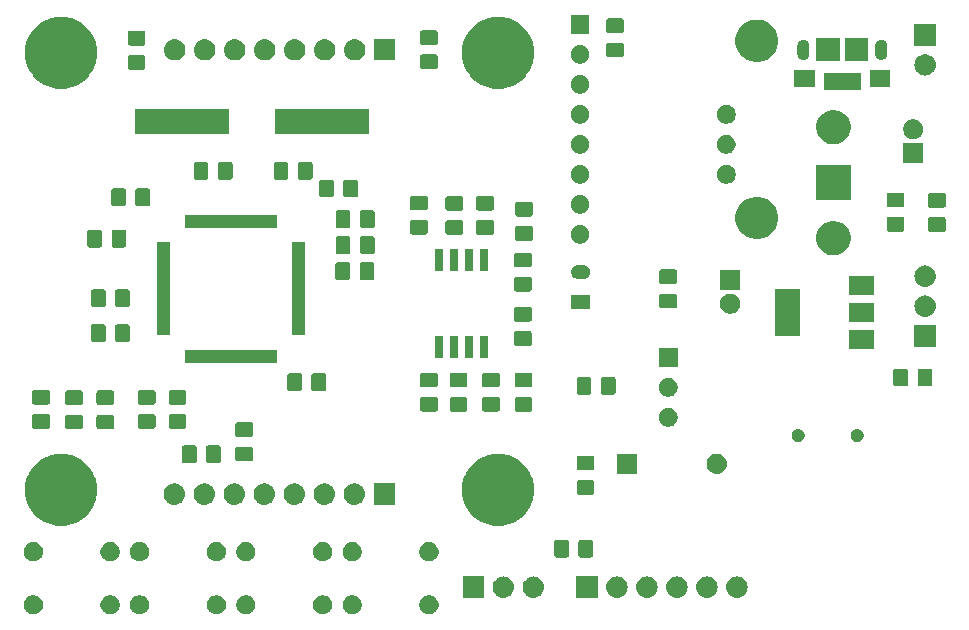
<source format=gbr>
G04 #@! TF.GenerationSoftware,KiCad,Pcbnew,(5.0.2)-1*
G04 #@! TF.CreationDate,2019-02-15T20:24:45+01:00*
G04 #@! TF.ProjectId,PCB_Simon_mount_rev2,5043425f-5369-46d6-9f6e-5f6d6f756e74,rev?*
G04 #@! TF.SameCoordinates,Original*
G04 #@! TF.FileFunction,Soldermask,Top*
G04 #@! TF.FilePolarity,Negative*
%FSLAX46Y46*%
G04 Gerber Fmt 4.6, Leading zero omitted, Abs format (unit mm)*
G04 Created by KiCad (PCBNEW (5.0.2)-1) date 2019-02-15 20:24:45*
%MOMM*%
%LPD*%
G01*
G04 APERTURE LIST*
%ADD10C,0.100000*%
G04 APERTURE END LIST*
D10*
G36*
X49987142Y-63968242D02*
X50135102Y-64029530D01*
X50268258Y-64118502D01*
X50381498Y-64231742D01*
X50470470Y-64364898D01*
X50531758Y-64512858D01*
X50563000Y-64669925D01*
X50563000Y-64830075D01*
X50531758Y-64987142D01*
X50470470Y-65135102D01*
X50381498Y-65268258D01*
X50268258Y-65381498D01*
X50135102Y-65470470D01*
X49987142Y-65531758D01*
X49830075Y-65563000D01*
X49669925Y-65563000D01*
X49512858Y-65531758D01*
X49364898Y-65470470D01*
X49231742Y-65381498D01*
X49118502Y-65268258D01*
X49029530Y-65135102D01*
X48968242Y-64987142D01*
X48937000Y-64830075D01*
X48937000Y-64669925D01*
X48968242Y-64512858D01*
X49029530Y-64364898D01*
X49118502Y-64231742D01*
X49231742Y-64118502D01*
X49364898Y-64029530D01*
X49512858Y-63968242D01*
X49669925Y-63937000D01*
X49830075Y-63937000D01*
X49987142Y-63968242D01*
X49987142Y-63968242D01*
G37*
G36*
X25487142Y-63968242D02*
X25635102Y-64029530D01*
X25768258Y-64118502D01*
X25881498Y-64231742D01*
X25970470Y-64364898D01*
X26031758Y-64512858D01*
X26063000Y-64669925D01*
X26063000Y-64830075D01*
X26031758Y-64987142D01*
X25970470Y-65135102D01*
X25881498Y-65268258D01*
X25768258Y-65381498D01*
X25635102Y-65470470D01*
X25487142Y-65531758D01*
X25330075Y-65563000D01*
X25169925Y-65563000D01*
X25012858Y-65531758D01*
X24864898Y-65470470D01*
X24731742Y-65381498D01*
X24618502Y-65268258D01*
X24529530Y-65135102D01*
X24468242Y-64987142D01*
X24437000Y-64830075D01*
X24437000Y-64669925D01*
X24468242Y-64512858D01*
X24529530Y-64364898D01*
X24618502Y-64231742D01*
X24731742Y-64118502D01*
X24864898Y-64029530D01*
X25012858Y-63968242D01*
X25169925Y-63937000D01*
X25330075Y-63937000D01*
X25487142Y-63968242D01*
X25487142Y-63968242D01*
G37*
G36*
X31987142Y-63968242D02*
X32135102Y-64029530D01*
X32268258Y-64118502D01*
X32381498Y-64231742D01*
X32470470Y-64364898D01*
X32531758Y-64512858D01*
X32563000Y-64669925D01*
X32563000Y-64830075D01*
X32531758Y-64987142D01*
X32470470Y-65135102D01*
X32381498Y-65268258D01*
X32268258Y-65381498D01*
X32135102Y-65470470D01*
X31987142Y-65531758D01*
X31830075Y-65563000D01*
X31669925Y-65563000D01*
X31512858Y-65531758D01*
X31364898Y-65470470D01*
X31231742Y-65381498D01*
X31118502Y-65268258D01*
X31029530Y-65135102D01*
X30968242Y-64987142D01*
X30937000Y-64830075D01*
X30937000Y-64669925D01*
X30968242Y-64512858D01*
X31029530Y-64364898D01*
X31118502Y-64231742D01*
X31231742Y-64118502D01*
X31364898Y-64029530D01*
X31512858Y-63968242D01*
X31669925Y-63937000D01*
X31830075Y-63937000D01*
X31987142Y-63968242D01*
X31987142Y-63968242D01*
G37*
G36*
X34487142Y-63968242D02*
X34635102Y-64029530D01*
X34768258Y-64118502D01*
X34881498Y-64231742D01*
X34970470Y-64364898D01*
X35031758Y-64512858D01*
X35063000Y-64669925D01*
X35063000Y-64830075D01*
X35031758Y-64987142D01*
X34970470Y-65135102D01*
X34881498Y-65268258D01*
X34768258Y-65381498D01*
X34635102Y-65470470D01*
X34487142Y-65531758D01*
X34330075Y-65563000D01*
X34169925Y-65563000D01*
X34012858Y-65531758D01*
X33864898Y-65470470D01*
X33731742Y-65381498D01*
X33618502Y-65268258D01*
X33529530Y-65135102D01*
X33468242Y-64987142D01*
X33437000Y-64830075D01*
X33437000Y-64669925D01*
X33468242Y-64512858D01*
X33529530Y-64364898D01*
X33618502Y-64231742D01*
X33731742Y-64118502D01*
X33864898Y-64029530D01*
X34012858Y-63968242D01*
X34169925Y-63937000D01*
X34330075Y-63937000D01*
X34487142Y-63968242D01*
X34487142Y-63968242D01*
G37*
G36*
X40987142Y-63968242D02*
X41135102Y-64029530D01*
X41268258Y-64118502D01*
X41381498Y-64231742D01*
X41470470Y-64364898D01*
X41531758Y-64512858D01*
X41563000Y-64669925D01*
X41563000Y-64830075D01*
X41531758Y-64987142D01*
X41470470Y-65135102D01*
X41381498Y-65268258D01*
X41268258Y-65381498D01*
X41135102Y-65470470D01*
X40987142Y-65531758D01*
X40830075Y-65563000D01*
X40669925Y-65563000D01*
X40512858Y-65531758D01*
X40364898Y-65470470D01*
X40231742Y-65381498D01*
X40118502Y-65268258D01*
X40029530Y-65135102D01*
X39968242Y-64987142D01*
X39937000Y-64830075D01*
X39937000Y-64669925D01*
X39968242Y-64512858D01*
X40029530Y-64364898D01*
X40118502Y-64231742D01*
X40231742Y-64118502D01*
X40364898Y-64029530D01*
X40512858Y-63968242D01*
X40669925Y-63937000D01*
X40830075Y-63937000D01*
X40987142Y-63968242D01*
X40987142Y-63968242D01*
G37*
G36*
X16487142Y-63968242D02*
X16635102Y-64029530D01*
X16768258Y-64118502D01*
X16881498Y-64231742D01*
X16970470Y-64364898D01*
X17031758Y-64512858D01*
X17063000Y-64669925D01*
X17063000Y-64830075D01*
X17031758Y-64987142D01*
X16970470Y-65135102D01*
X16881498Y-65268258D01*
X16768258Y-65381498D01*
X16635102Y-65470470D01*
X16487142Y-65531758D01*
X16330075Y-65563000D01*
X16169925Y-65563000D01*
X16012858Y-65531758D01*
X15864898Y-65470470D01*
X15731742Y-65381498D01*
X15618502Y-65268258D01*
X15529530Y-65135102D01*
X15468242Y-64987142D01*
X15437000Y-64830075D01*
X15437000Y-64669925D01*
X15468242Y-64512858D01*
X15529530Y-64364898D01*
X15618502Y-64231742D01*
X15731742Y-64118502D01*
X15864898Y-64029530D01*
X16012858Y-63968242D01*
X16169925Y-63937000D01*
X16330075Y-63937000D01*
X16487142Y-63968242D01*
X16487142Y-63968242D01*
G37*
G36*
X43487142Y-63968242D02*
X43635102Y-64029530D01*
X43768258Y-64118502D01*
X43881498Y-64231742D01*
X43970470Y-64364898D01*
X44031758Y-64512858D01*
X44063000Y-64669925D01*
X44063000Y-64830075D01*
X44031758Y-64987142D01*
X43970470Y-65135102D01*
X43881498Y-65268258D01*
X43768258Y-65381498D01*
X43635102Y-65470470D01*
X43487142Y-65531758D01*
X43330075Y-65563000D01*
X43169925Y-65563000D01*
X43012858Y-65531758D01*
X42864898Y-65470470D01*
X42731742Y-65381498D01*
X42618502Y-65268258D01*
X42529530Y-65135102D01*
X42468242Y-64987142D01*
X42437000Y-64830075D01*
X42437000Y-64669925D01*
X42468242Y-64512858D01*
X42529530Y-64364898D01*
X42618502Y-64231742D01*
X42731742Y-64118502D01*
X42864898Y-64029530D01*
X43012858Y-63968242D01*
X43169925Y-63937000D01*
X43330075Y-63937000D01*
X43487142Y-63968242D01*
X43487142Y-63968242D01*
G37*
G36*
X22987142Y-63968242D02*
X23135102Y-64029530D01*
X23268258Y-64118502D01*
X23381498Y-64231742D01*
X23470470Y-64364898D01*
X23531758Y-64512858D01*
X23563000Y-64669925D01*
X23563000Y-64830075D01*
X23531758Y-64987142D01*
X23470470Y-65135102D01*
X23381498Y-65268258D01*
X23268258Y-65381498D01*
X23135102Y-65470470D01*
X22987142Y-65531758D01*
X22830075Y-65563000D01*
X22669925Y-65563000D01*
X22512858Y-65531758D01*
X22364898Y-65470470D01*
X22231742Y-65381498D01*
X22118502Y-65268258D01*
X22029530Y-65135102D01*
X21968242Y-64987142D01*
X21937000Y-64830075D01*
X21937000Y-64669925D01*
X21968242Y-64512858D01*
X22029530Y-64364898D01*
X22118502Y-64231742D01*
X22231742Y-64118502D01*
X22364898Y-64029530D01*
X22512858Y-63968242D01*
X22669925Y-63937000D01*
X22830075Y-63937000D01*
X22987142Y-63968242D01*
X22987142Y-63968242D01*
G37*
G36*
X75940443Y-62355519D02*
X76006627Y-62362037D01*
X76119853Y-62396384D01*
X76176467Y-62413557D01*
X76315087Y-62487652D01*
X76332991Y-62497222D01*
X76368729Y-62526552D01*
X76470186Y-62609814D01*
X76553448Y-62711271D01*
X76582778Y-62747009D01*
X76582779Y-62747011D01*
X76666443Y-62903533D01*
X76666443Y-62903534D01*
X76717963Y-63073373D01*
X76735359Y-63250000D01*
X76717963Y-63426627D01*
X76683616Y-63539853D01*
X76666443Y-63596467D01*
X76592348Y-63735087D01*
X76582778Y-63752991D01*
X76553448Y-63788729D01*
X76470186Y-63890186D01*
X76375073Y-63968242D01*
X76332991Y-64002778D01*
X76332989Y-64002779D01*
X76176467Y-64086443D01*
X76119853Y-64103616D01*
X76006627Y-64137963D01*
X75940443Y-64144481D01*
X75874260Y-64151000D01*
X75785740Y-64151000D01*
X75719557Y-64144481D01*
X75653373Y-64137963D01*
X75540147Y-64103616D01*
X75483533Y-64086443D01*
X75327011Y-64002779D01*
X75327009Y-64002778D01*
X75284927Y-63968242D01*
X75189814Y-63890186D01*
X75106552Y-63788729D01*
X75077222Y-63752991D01*
X75067652Y-63735087D01*
X74993557Y-63596467D01*
X74976384Y-63539853D01*
X74942037Y-63426627D01*
X74924641Y-63250000D01*
X74942037Y-63073373D01*
X74993557Y-62903534D01*
X74993557Y-62903533D01*
X75077221Y-62747011D01*
X75077222Y-62747009D01*
X75106552Y-62711271D01*
X75189814Y-62609814D01*
X75291271Y-62526552D01*
X75327009Y-62497222D01*
X75344913Y-62487652D01*
X75483533Y-62413557D01*
X75540147Y-62396384D01*
X75653373Y-62362037D01*
X75719557Y-62355519D01*
X75785740Y-62349000D01*
X75874260Y-62349000D01*
X75940443Y-62355519D01*
X75940443Y-62355519D01*
G37*
G36*
X64031000Y-64151000D02*
X62229000Y-64151000D01*
X62229000Y-62349000D01*
X64031000Y-62349000D01*
X64031000Y-64151000D01*
X64031000Y-64151000D01*
G37*
G36*
X65780443Y-62355519D02*
X65846627Y-62362037D01*
X65959853Y-62396384D01*
X66016467Y-62413557D01*
X66155087Y-62487652D01*
X66172991Y-62497222D01*
X66208729Y-62526552D01*
X66310186Y-62609814D01*
X66393448Y-62711271D01*
X66422778Y-62747009D01*
X66422779Y-62747011D01*
X66506443Y-62903533D01*
X66506443Y-62903534D01*
X66557963Y-63073373D01*
X66575359Y-63250000D01*
X66557963Y-63426627D01*
X66523616Y-63539853D01*
X66506443Y-63596467D01*
X66432348Y-63735087D01*
X66422778Y-63752991D01*
X66393448Y-63788729D01*
X66310186Y-63890186D01*
X66215073Y-63968242D01*
X66172991Y-64002778D01*
X66172989Y-64002779D01*
X66016467Y-64086443D01*
X65959853Y-64103616D01*
X65846627Y-64137963D01*
X65780443Y-64144481D01*
X65714260Y-64151000D01*
X65625740Y-64151000D01*
X65559557Y-64144481D01*
X65493373Y-64137963D01*
X65380147Y-64103616D01*
X65323533Y-64086443D01*
X65167011Y-64002779D01*
X65167009Y-64002778D01*
X65124927Y-63968242D01*
X65029814Y-63890186D01*
X64946552Y-63788729D01*
X64917222Y-63752991D01*
X64907652Y-63735087D01*
X64833557Y-63596467D01*
X64816384Y-63539853D01*
X64782037Y-63426627D01*
X64764641Y-63250000D01*
X64782037Y-63073373D01*
X64833557Y-62903534D01*
X64833557Y-62903533D01*
X64917221Y-62747011D01*
X64917222Y-62747009D01*
X64946552Y-62711271D01*
X65029814Y-62609814D01*
X65131271Y-62526552D01*
X65167009Y-62497222D01*
X65184913Y-62487652D01*
X65323533Y-62413557D01*
X65380147Y-62396384D01*
X65493373Y-62362037D01*
X65559557Y-62355519D01*
X65625740Y-62349000D01*
X65714260Y-62349000D01*
X65780443Y-62355519D01*
X65780443Y-62355519D01*
G37*
G36*
X68320443Y-62355519D02*
X68386627Y-62362037D01*
X68499853Y-62396384D01*
X68556467Y-62413557D01*
X68695087Y-62487652D01*
X68712991Y-62497222D01*
X68748729Y-62526552D01*
X68850186Y-62609814D01*
X68933448Y-62711271D01*
X68962778Y-62747009D01*
X68962779Y-62747011D01*
X69046443Y-62903533D01*
X69046443Y-62903534D01*
X69097963Y-63073373D01*
X69115359Y-63250000D01*
X69097963Y-63426627D01*
X69063616Y-63539853D01*
X69046443Y-63596467D01*
X68972348Y-63735087D01*
X68962778Y-63752991D01*
X68933448Y-63788729D01*
X68850186Y-63890186D01*
X68755073Y-63968242D01*
X68712991Y-64002778D01*
X68712989Y-64002779D01*
X68556467Y-64086443D01*
X68499853Y-64103616D01*
X68386627Y-64137963D01*
X68320443Y-64144481D01*
X68254260Y-64151000D01*
X68165740Y-64151000D01*
X68099557Y-64144481D01*
X68033373Y-64137963D01*
X67920147Y-64103616D01*
X67863533Y-64086443D01*
X67707011Y-64002779D01*
X67707009Y-64002778D01*
X67664927Y-63968242D01*
X67569814Y-63890186D01*
X67486552Y-63788729D01*
X67457222Y-63752991D01*
X67447652Y-63735087D01*
X67373557Y-63596467D01*
X67356384Y-63539853D01*
X67322037Y-63426627D01*
X67304641Y-63250000D01*
X67322037Y-63073373D01*
X67373557Y-62903534D01*
X67373557Y-62903533D01*
X67457221Y-62747011D01*
X67457222Y-62747009D01*
X67486552Y-62711271D01*
X67569814Y-62609814D01*
X67671271Y-62526552D01*
X67707009Y-62497222D01*
X67724913Y-62487652D01*
X67863533Y-62413557D01*
X67920147Y-62396384D01*
X68033373Y-62362037D01*
X68099557Y-62355519D01*
X68165740Y-62349000D01*
X68254260Y-62349000D01*
X68320443Y-62355519D01*
X68320443Y-62355519D01*
G37*
G36*
X73400443Y-62355519D02*
X73466627Y-62362037D01*
X73579853Y-62396384D01*
X73636467Y-62413557D01*
X73775087Y-62487652D01*
X73792991Y-62497222D01*
X73828729Y-62526552D01*
X73930186Y-62609814D01*
X74013448Y-62711271D01*
X74042778Y-62747009D01*
X74042779Y-62747011D01*
X74126443Y-62903533D01*
X74126443Y-62903534D01*
X74177963Y-63073373D01*
X74195359Y-63250000D01*
X74177963Y-63426627D01*
X74143616Y-63539853D01*
X74126443Y-63596467D01*
X74052348Y-63735087D01*
X74042778Y-63752991D01*
X74013448Y-63788729D01*
X73930186Y-63890186D01*
X73835073Y-63968242D01*
X73792991Y-64002778D01*
X73792989Y-64002779D01*
X73636467Y-64086443D01*
X73579853Y-64103616D01*
X73466627Y-64137963D01*
X73400443Y-64144481D01*
X73334260Y-64151000D01*
X73245740Y-64151000D01*
X73179557Y-64144481D01*
X73113373Y-64137963D01*
X73000147Y-64103616D01*
X72943533Y-64086443D01*
X72787011Y-64002779D01*
X72787009Y-64002778D01*
X72744927Y-63968242D01*
X72649814Y-63890186D01*
X72566552Y-63788729D01*
X72537222Y-63752991D01*
X72527652Y-63735087D01*
X72453557Y-63596467D01*
X72436384Y-63539853D01*
X72402037Y-63426627D01*
X72384641Y-63250000D01*
X72402037Y-63073373D01*
X72453557Y-62903534D01*
X72453557Y-62903533D01*
X72537221Y-62747011D01*
X72537222Y-62747009D01*
X72566552Y-62711271D01*
X72649814Y-62609814D01*
X72751271Y-62526552D01*
X72787009Y-62497222D01*
X72804913Y-62487652D01*
X72943533Y-62413557D01*
X73000147Y-62396384D01*
X73113373Y-62362037D01*
X73179557Y-62355519D01*
X73245740Y-62349000D01*
X73334260Y-62349000D01*
X73400443Y-62355519D01*
X73400443Y-62355519D01*
G37*
G36*
X58690443Y-62355519D02*
X58756627Y-62362037D01*
X58869853Y-62396384D01*
X58926467Y-62413557D01*
X59065087Y-62487652D01*
X59082991Y-62497222D01*
X59118729Y-62526552D01*
X59220186Y-62609814D01*
X59303448Y-62711271D01*
X59332778Y-62747009D01*
X59332779Y-62747011D01*
X59416443Y-62903533D01*
X59416443Y-62903534D01*
X59467963Y-63073373D01*
X59485359Y-63250000D01*
X59467963Y-63426627D01*
X59433616Y-63539853D01*
X59416443Y-63596467D01*
X59342348Y-63735087D01*
X59332778Y-63752991D01*
X59303448Y-63788729D01*
X59220186Y-63890186D01*
X59125073Y-63968242D01*
X59082991Y-64002778D01*
X59082989Y-64002779D01*
X58926467Y-64086443D01*
X58869853Y-64103616D01*
X58756627Y-64137963D01*
X58690443Y-64144481D01*
X58624260Y-64151000D01*
X58535740Y-64151000D01*
X58469557Y-64144481D01*
X58403373Y-64137963D01*
X58290147Y-64103616D01*
X58233533Y-64086443D01*
X58077011Y-64002779D01*
X58077009Y-64002778D01*
X58034927Y-63968242D01*
X57939814Y-63890186D01*
X57856552Y-63788729D01*
X57827222Y-63752991D01*
X57817652Y-63735087D01*
X57743557Y-63596467D01*
X57726384Y-63539853D01*
X57692037Y-63426627D01*
X57674641Y-63250000D01*
X57692037Y-63073373D01*
X57743557Y-62903534D01*
X57743557Y-62903533D01*
X57827221Y-62747011D01*
X57827222Y-62747009D01*
X57856552Y-62711271D01*
X57939814Y-62609814D01*
X58041271Y-62526552D01*
X58077009Y-62497222D01*
X58094913Y-62487652D01*
X58233533Y-62413557D01*
X58290147Y-62396384D01*
X58403373Y-62362037D01*
X58469557Y-62355519D01*
X58535740Y-62349000D01*
X58624260Y-62349000D01*
X58690443Y-62355519D01*
X58690443Y-62355519D01*
G37*
G36*
X56150443Y-62355519D02*
X56216627Y-62362037D01*
X56329853Y-62396384D01*
X56386467Y-62413557D01*
X56525087Y-62487652D01*
X56542991Y-62497222D01*
X56578729Y-62526552D01*
X56680186Y-62609814D01*
X56763448Y-62711271D01*
X56792778Y-62747009D01*
X56792779Y-62747011D01*
X56876443Y-62903533D01*
X56876443Y-62903534D01*
X56927963Y-63073373D01*
X56945359Y-63250000D01*
X56927963Y-63426627D01*
X56893616Y-63539853D01*
X56876443Y-63596467D01*
X56802348Y-63735087D01*
X56792778Y-63752991D01*
X56763448Y-63788729D01*
X56680186Y-63890186D01*
X56585073Y-63968242D01*
X56542991Y-64002778D01*
X56542989Y-64002779D01*
X56386467Y-64086443D01*
X56329853Y-64103616D01*
X56216627Y-64137963D01*
X56150443Y-64144481D01*
X56084260Y-64151000D01*
X55995740Y-64151000D01*
X55929557Y-64144481D01*
X55863373Y-64137963D01*
X55750147Y-64103616D01*
X55693533Y-64086443D01*
X55537011Y-64002779D01*
X55537009Y-64002778D01*
X55494927Y-63968242D01*
X55399814Y-63890186D01*
X55316552Y-63788729D01*
X55287222Y-63752991D01*
X55277652Y-63735087D01*
X55203557Y-63596467D01*
X55186384Y-63539853D01*
X55152037Y-63426627D01*
X55134641Y-63250000D01*
X55152037Y-63073373D01*
X55203557Y-62903534D01*
X55203557Y-62903533D01*
X55287221Y-62747011D01*
X55287222Y-62747009D01*
X55316552Y-62711271D01*
X55399814Y-62609814D01*
X55501271Y-62526552D01*
X55537009Y-62497222D01*
X55554913Y-62487652D01*
X55693533Y-62413557D01*
X55750147Y-62396384D01*
X55863373Y-62362037D01*
X55929557Y-62355519D01*
X55995740Y-62349000D01*
X56084260Y-62349000D01*
X56150443Y-62355519D01*
X56150443Y-62355519D01*
G37*
G36*
X54401000Y-64151000D02*
X52599000Y-64151000D01*
X52599000Y-62349000D01*
X54401000Y-62349000D01*
X54401000Y-64151000D01*
X54401000Y-64151000D01*
G37*
G36*
X70860443Y-62355519D02*
X70926627Y-62362037D01*
X71039853Y-62396384D01*
X71096467Y-62413557D01*
X71235087Y-62487652D01*
X71252991Y-62497222D01*
X71288729Y-62526552D01*
X71390186Y-62609814D01*
X71473448Y-62711271D01*
X71502778Y-62747009D01*
X71502779Y-62747011D01*
X71586443Y-62903533D01*
X71586443Y-62903534D01*
X71637963Y-63073373D01*
X71655359Y-63250000D01*
X71637963Y-63426627D01*
X71603616Y-63539853D01*
X71586443Y-63596467D01*
X71512348Y-63735087D01*
X71502778Y-63752991D01*
X71473448Y-63788729D01*
X71390186Y-63890186D01*
X71295073Y-63968242D01*
X71252991Y-64002778D01*
X71252989Y-64002779D01*
X71096467Y-64086443D01*
X71039853Y-64103616D01*
X70926627Y-64137963D01*
X70860443Y-64144481D01*
X70794260Y-64151000D01*
X70705740Y-64151000D01*
X70639557Y-64144481D01*
X70573373Y-64137963D01*
X70460147Y-64103616D01*
X70403533Y-64086443D01*
X70247011Y-64002779D01*
X70247009Y-64002778D01*
X70204927Y-63968242D01*
X70109814Y-63890186D01*
X70026552Y-63788729D01*
X69997222Y-63752991D01*
X69987652Y-63735087D01*
X69913557Y-63596467D01*
X69896384Y-63539853D01*
X69862037Y-63426627D01*
X69844641Y-63250000D01*
X69862037Y-63073373D01*
X69913557Y-62903534D01*
X69913557Y-62903533D01*
X69997221Y-62747011D01*
X69997222Y-62747009D01*
X70026552Y-62711271D01*
X70109814Y-62609814D01*
X70211271Y-62526552D01*
X70247009Y-62497222D01*
X70264913Y-62487652D01*
X70403533Y-62413557D01*
X70460147Y-62396384D01*
X70573373Y-62362037D01*
X70639557Y-62355519D01*
X70705740Y-62349000D01*
X70794260Y-62349000D01*
X70860443Y-62355519D01*
X70860443Y-62355519D01*
G37*
G36*
X31987142Y-59468242D02*
X32135102Y-59529530D01*
X32268258Y-59618502D01*
X32381498Y-59731742D01*
X32470470Y-59864898D01*
X32531758Y-60012858D01*
X32563000Y-60169925D01*
X32563000Y-60330075D01*
X32531758Y-60487142D01*
X32513208Y-60531925D01*
X32474090Y-60626364D01*
X32470470Y-60635102D01*
X32446295Y-60671282D01*
X32393030Y-60751000D01*
X32381498Y-60768258D01*
X32268258Y-60881498D01*
X32135102Y-60970470D01*
X31987142Y-61031758D01*
X31830075Y-61063000D01*
X31669925Y-61063000D01*
X31512858Y-61031758D01*
X31364898Y-60970470D01*
X31231742Y-60881498D01*
X31118502Y-60768258D01*
X31106971Y-60751000D01*
X31053705Y-60671282D01*
X31029530Y-60635102D01*
X31025911Y-60626364D01*
X30986792Y-60531925D01*
X30968242Y-60487142D01*
X30937000Y-60330075D01*
X30937000Y-60169925D01*
X30968242Y-60012858D01*
X31029530Y-59864898D01*
X31118502Y-59731742D01*
X31231742Y-59618502D01*
X31364898Y-59529530D01*
X31512858Y-59468242D01*
X31669925Y-59437000D01*
X31830075Y-59437000D01*
X31987142Y-59468242D01*
X31987142Y-59468242D01*
G37*
G36*
X49987142Y-59468242D02*
X50135102Y-59529530D01*
X50268258Y-59618502D01*
X50381498Y-59731742D01*
X50470470Y-59864898D01*
X50531758Y-60012858D01*
X50563000Y-60169925D01*
X50563000Y-60330075D01*
X50531758Y-60487142D01*
X50513208Y-60531925D01*
X50474090Y-60626364D01*
X50470470Y-60635102D01*
X50446295Y-60671282D01*
X50393030Y-60751000D01*
X50381498Y-60768258D01*
X50268258Y-60881498D01*
X50135102Y-60970470D01*
X49987142Y-61031758D01*
X49830075Y-61063000D01*
X49669925Y-61063000D01*
X49512858Y-61031758D01*
X49364898Y-60970470D01*
X49231742Y-60881498D01*
X49118502Y-60768258D01*
X49106971Y-60751000D01*
X49053705Y-60671282D01*
X49029530Y-60635102D01*
X49025911Y-60626364D01*
X48986792Y-60531925D01*
X48968242Y-60487142D01*
X48937000Y-60330075D01*
X48937000Y-60169925D01*
X48968242Y-60012858D01*
X49029530Y-59864898D01*
X49118502Y-59731742D01*
X49231742Y-59618502D01*
X49364898Y-59529530D01*
X49512858Y-59468242D01*
X49669925Y-59437000D01*
X49830075Y-59437000D01*
X49987142Y-59468242D01*
X49987142Y-59468242D01*
G37*
G36*
X43487142Y-59468242D02*
X43635102Y-59529530D01*
X43768258Y-59618502D01*
X43881498Y-59731742D01*
X43970470Y-59864898D01*
X44031758Y-60012858D01*
X44063000Y-60169925D01*
X44063000Y-60330075D01*
X44031758Y-60487142D01*
X44013208Y-60531925D01*
X43974090Y-60626364D01*
X43970470Y-60635102D01*
X43946295Y-60671282D01*
X43893030Y-60751000D01*
X43881498Y-60768258D01*
X43768258Y-60881498D01*
X43635102Y-60970470D01*
X43487142Y-61031758D01*
X43330075Y-61063000D01*
X43169925Y-61063000D01*
X43012858Y-61031758D01*
X42864898Y-60970470D01*
X42731742Y-60881498D01*
X42618502Y-60768258D01*
X42606971Y-60751000D01*
X42553705Y-60671282D01*
X42529530Y-60635102D01*
X42525911Y-60626364D01*
X42486792Y-60531925D01*
X42468242Y-60487142D01*
X42437000Y-60330075D01*
X42437000Y-60169925D01*
X42468242Y-60012858D01*
X42529530Y-59864898D01*
X42618502Y-59731742D01*
X42731742Y-59618502D01*
X42864898Y-59529530D01*
X43012858Y-59468242D01*
X43169925Y-59437000D01*
X43330075Y-59437000D01*
X43487142Y-59468242D01*
X43487142Y-59468242D01*
G37*
G36*
X40987142Y-59468242D02*
X41135102Y-59529530D01*
X41268258Y-59618502D01*
X41381498Y-59731742D01*
X41470470Y-59864898D01*
X41531758Y-60012858D01*
X41563000Y-60169925D01*
X41563000Y-60330075D01*
X41531758Y-60487142D01*
X41513208Y-60531925D01*
X41474090Y-60626364D01*
X41470470Y-60635102D01*
X41446295Y-60671282D01*
X41393030Y-60751000D01*
X41381498Y-60768258D01*
X41268258Y-60881498D01*
X41135102Y-60970470D01*
X40987142Y-61031758D01*
X40830075Y-61063000D01*
X40669925Y-61063000D01*
X40512858Y-61031758D01*
X40364898Y-60970470D01*
X40231742Y-60881498D01*
X40118502Y-60768258D01*
X40106971Y-60751000D01*
X40053705Y-60671282D01*
X40029530Y-60635102D01*
X40025911Y-60626364D01*
X39986792Y-60531925D01*
X39968242Y-60487142D01*
X39937000Y-60330075D01*
X39937000Y-60169925D01*
X39968242Y-60012858D01*
X40029530Y-59864898D01*
X40118502Y-59731742D01*
X40231742Y-59618502D01*
X40364898Y-59529530D01*
X40512858Y-59468242D01*
X40669925Y-59437000D01*
X40830075Y-59437000D01*
X40987142Y-59468242D01*
X40987142Y-59468242D01*
G37*
G36*
X34487142Y-59468242D02*
X34635102Y-59529530D01*
X34768258Y-59618502D01*
X34881498Y-59731742D01*
X34970470Y-59864898D01*
X35031758Y-60012858D01*
X35063000Y-60169925D01*
X35063000Y-60330075D01*
X35031758Y-60487142D01*
X35013208Y-60531925D01*
X34974090Y-60626364D01*
X34970470Y-60635102D01*
X34946295Y-60671282D01*
X34893030Y-60751000D01*
X34881498Y-60768258D01*
X34768258Y-60881498D01*
X34635102Y-60970470D01*
X34487142Y-61031758D01*
X34330075Y-61063000D01*
X34169925Y-61063000D01*
X34012858Y-61031758D01*
X33864898Y-60970470D01*
X33731742Y-60881498D01*
X33618502Y-60768258D01*
X33606971Y-60751000D01*
X33553705Y-60671282D01*
X33529530Y-60635102D01*
X33525911Y-60626364D01*
X33486792Y-60531925D01*
X33468242Y-60487142D01*
X33437000Y-60330075D01*
X33437000Y-60169925D01*
X33468242Y-60012858D01*
X33529530Y-59864898D01*
X33618502Y-59731742D01*
X33731742Y-59618502D01*
X33864898Y-59529530D01*
X34012858Y-59468242D01*
X34169925Y-59437000D01*
X34330075Y-59437000D01*
X34487142Y-59468242D01*
X34487142Y-59468242D01*
G37*
G36*
X22987142Y-59468242D02*
X23135102Y-59529530D01*
X23268258Y-59618502D01*
X23381498Y-59731742D01*
X23470470Y-59864898D01*
X23531758Y-60012858D01*
X23563000Y-60169925D01*
X23563000Y-60330075D01*
X23531758Y-60487142D01*
X23513208Y-60531925D01*
X23474090Y-60626364D01*
X23470470Y-60635102D01*
X23446295Y-60671282D01*
X23393030Y-60751000D01*
X23381498Y-60768258D01*
X23268258Y-60881498D01*
X23135102Y-60970470D01*
X22987142Y-61031758D01*
X22830075Y-61063000D01*
X22669925Y-61063000D01*
X22512858Y-61031758D01*
X22364898Y-60970470D01*
X22231742Y-60881498D01*
X22118502Y-60768258D01*
X22106971Y-60751000D01*
X22053705Y-60671282D01*
X22029530Y-60635102D01*
X22025911Y-60626364D01*
X21986792Y-60531925D01*
X21968242Y-60487142D01*
X21937000Y-60330075D01*
X21937000Y-60169925D01*
X21968242Y-60012858D01*
X22029530Y-59864898D01*
X22118502Y-59731742D01*
X22231742Y-59618502D01*
X22364898Y-59529530D01*
X22512858Y-59468242D01*
X22669925Y-59437000D01*
X22830075Y-59437000D01*
X22987142Y-59468242D01*
X22987142Y-59468242D01*
G37*
G36*
X16487142Y-59468242D02*
X16635102Y-59529530D01*
X16768258Y-59618502D01*
X16881498Y-59731742D01*
X16970470Y-59864898D01*
X17031758Y-60012858D01*
X17063000Y-60169925D01*
X17063000Y-60330075D01*
X17031758Y-60487142D01*
X17013208Y-60531925D01*
X16974090Y-60626364D01*
X16970470Y-60635102D01*
X16946295Y-60671282D01*
X16893030Y-60751000D01*
X16881498Y-60768258D01*
X16768258Y-60881498D01*
X16635102Y-60970470D01*
X16487142Y-61031758D01*
X16330075Y-61063000D01*
X16169925Y-61063000D01*
X16012858Y-61031758D01*
X15864898Y-60970470D01*
X15731742Y-60881498D01*
X15618502Y-60768258D01*
X15606971Y-60751000D01*
X15553705Y-60671282D01*
X15529530Y-60635102D01*
X15525911Y-60626364D01*
X15486792Y-60531925D01*
X15468242Y-60487142D01*
X15437000Y-60330075D01*
X15437000Y-60169925D01*
X15468242Y-60012858D01*
X15529530Y-59864898D01*
X15618502Y-59731742D01*
X15731742Y-59618502D01*
X15864898Y-59529530D01*
X16012858Y-59468242D01*
X16169925Y-59437000D01*
X16330075Y-59437000D01*
X16487142Y-59468242D01*
X16487142Y-59468242D01*
G37*
G36*
X25487142Y-59468242D02*
X25635102Y-59529530D01*
X25768258Y-59618502D01*
X25881498Y-59731742D01*
X25970470Y-59864898D01*
X26031758Y-60012858D01*
X26063000Y-60169925D01*
X26063000Y-60330075D01*
X26031758Y-60487142D01*
X26013208Y-60531925D01*
X25974090Y-60626364D01*
X25970470Y-60635102D01*
X25946295Y-60671282D01*
X25893030Y-60751000D01*
X25881498Y-60768258D01*
X25768258Y-60881498D01*
X25635102Y-60970470D01*
X25487142Y-61031758D01*
X25330075Y-61063000D01*
X25169925Y-61063000D01*
X25012858Y-61031758D01*
X24864898Y-60970470D01*
X24731742Y-60881498D01*
X24618502Y-60768258D01*
X24606971Y-60751000D01*
X24553705Y-60671282D01*
X24529530Y-60635102D01*
X24525911Y-60626364D01*
X24486792Y-60531925D01*
X24468242Y-60487142D01*
X24437000Y-60330075D01*
X24437000Y-60169925D01*
X24468242Y-60012858D01*
X24529530Y-59864898D01*
X24618502Y-59731742D01*
X24731742Y-59618502D01*
X24864898Y-59529530D01*
X25012858Y-59468242D01*
X25169925Y-59437000D01*
X25330075Y-59437000D01*
X25487142Y-59468242D01*
X25487142Y-59468242D01*
G37*
G36*
X61438677Y-59253465D02*
X61476364Y-59264898D01*
X61511103Y-59283466D01*
X61541548Y-59308452D01*
X61566534Y-59338897D01*
X61585102Y-59373636D01*
X61596535Y-59411323D01*
X61601000Y-59456661D01*
X61601000Y-60543339D01*
X61596535Y-60588677D01*
X61585102Y-60626364D01*
X61566534Y-60661103D01*
X61541548Y-60691548D01*
X61511103Y-60716534D01*
X61476364Y-60735102D01*
X61438677Y-60746535D01*
X61393339Y-60751000D01*
X60556661Y-60751000D01*
X60511323Y-60746535D01*
X60473636Y-60735102D01*
X60438897Y-60716534D01*
X60408452Y-60691548D01*
X60383466Y-60661103D01*
X60364898Y-60626364D01*
X60353465Y-60588677D01*
X60349000Y-60543339D01*
X60349000Y-59456661D01*
X60353465Y-59411323D01*
X60364898Y-59373636D01*
X60383466Y-59338897D01*
X60408452Y-59308452D01*
X60438897Y-59283466D01*
X60473636Y-59264898D01*
X60511323Y-59253465D01*
X60556661Y-59249000D01*
X61393339Y-59249000D01*
X61438677Y-59253465D01*
X61438677Y-59253465D01*
G37*
G36*
X63488677Y-59253465D02*
X63526364Y-59264898D01*
X63561103Y-59283466D01*
X63591548Y-59308452D01*
X63616534Y-59338897D01*
X63635102Y-59373636D01*
X63646535Y-59411323D01*
X63651000Y-59456661D01*
X63651000Y-60543339D01*
X63646535Y-60588677D01*
X63635102Y-60626364D01*
X63616534Y-60661103D01*
X63591548Y-60691548D01*
X63561103Y-60716534D01*
X63526364Y-60735102D01*
X63488677Y-60746535D01*
X63443339Y-60751000D01*
X62606661Y-60751000D01*
X62561323Y-60746535D01*
X62523636Y-60735102D01*
X62488897Y-60716534D01*
X62458452Y-60691548D01*
X62433466Y-60661103D01*
X62414898Y-60626364D01*
X62403465Y-60588677D01*
X62399000Y-60543339D01*
X62399000Y-59456661D01*
X62403465Y-59411323D01*
X62414898Y-59373636D01*
X62433466Y-59338897D01*
X62458452Y-59308452D01*
X62488897Y-59283466D01*
X62523636Y-59264898D01*
X62561323Y-59253465D01*
X62606661Y-59249000D01*
X63443339Y-59249000D01*
X63488677Y-59253465D01*
X63488677Y-59253465D01*
G37*
G36*
X56489941Y-52066248D02*
X56489943Y-52066249D01*
X56489944Y-52066249D01*
X57045190Y-52296239D01*
X57397919Y-52531925D01*
X57544902Y-52630136D01*
X57969864Y-53055098D01*
X57969866Y-53055101D01*
X58303761Y-53554810D01*
X58343604Y-53651000D01*
X58533752Y-54110059D01*
X58651000Y-54699501D01*
X58651000Y-55300499D01*
X58536105Y-55878114D01*
X58533751Y-55889944D01*
X58303761Y-56445190D01*
X58303760Y-56445191D01*
X57969864Y-56944902D01*
X57544902Y-57369864D01*
X57544899Y-57369866D01*
X57045190Y-57703761D01*
X56489944Y-57933751D01*
X56489943Y-57933751D01*
X56489941Y-57933752D01*
X55900499Y-58051000D01*
X55299501Y-58051000D01*
X54710059Y-57933752D01*
X54710057Y-57933751D01*
X54710056Y-57933751D01*
X54154810Y-57703761D01*
X53655101Y-57369866D01*
X53655098Y-57369864D01*
X53230136Y-56944902D01*
X52896240Y-56445191D01*
X52896239Y-56445190D01*
X52666249Y-55889944D01*
X52663896Y-55878114D01*
X52549000Y-55300499D01*
X52549000Y-54699501D01*
X52666248Y-54110059D01*
X52856396Y-53651000D01*
X52896239Y-53554810D01*
X53230134Y-53055101D01*
X53230136Y-53055098D01*
X53655098Y-52630136D01*
X53802081Y-52531925D01*
X54154810Y-52296239D01*
X54710056Y-52066249D01*
X54710057Y-52066249D01*
X54710059Y-52066248D01*
X55299501Y-51949000D01*
X55900499Y-51949000D01*
X56489941Y-52066248D01*
X56489941Y-52066248D01*
G37*
G36*
X19489941Y-52066248D02*
X19489943Y-52066249D01*
X19489944Y-52066249D01*
X20045190Y-52296239D01*
X20397919Y-52531925D01*
X20544902Y-52630136D01*
X20969864Y-53055098D01*
X20969866Y-53055101D01*
X21303761Y-53554810D01*
X21343604Y-53651000D01*
X21533752Y-54110059D01*
X21651000Y-54699501D01*
X21651000Y-55300499D01*
X21536105Y-55878114D01*
X21533751Y-55889944D01*
X21303761Y-56445190D01*
X21303760Y-56445191D01*
X20969864Y-56944902D01*
X20544902Y-57369864D01*
X20544899Y-57369866D01*
X20045190Y-57703761D01*
X19489944Y-57933751D01*
X19489943Y-57933751D01*
X19489941Y-57933752D01*
X18900499Y-58051000D01*
X18299501Y-58051000D01*
X17710059Y-57933752D01*
X17710057Y-57933751D01*
X17710056Y-57933751D01*
X17154810Y-57703761D01*
X16655101Y-57369866D01*
X16655098Y-57369864D01*
X16230136Y-56944902D01*
X15896240Y-56445191D01*
X15896239Y-56445190D01*
X15666249Y-55889944D01*
X15663896Y-55878114D01*
X15549000Y-55300499D01*
X15549000Y-54699501D01*
X15666248Y-54110059D01*
X15856396Y-53651000D01*
X15896239Y-53554810D01*
X16230134Y-53055101D01*
X16230136Y-53055098D01*
X16655098Y-52630136D01*
X16802081Y-52531925D01*
X17154810Y-52296239D01*
X17710056Y-52066249D01*
X17710057Y-52066249D01*
X17710059Y-52066248D01*
X18299501Y-51949000D01*
X18900499Y-51949000D01*
X19489941Y-52066248D01*
X19489941Y-52066248D01*
G37*
G36*
X41003632Y-54480643D02*
X41069817Y-54487162D01*
X41183043Y-54521509D01*
X41239657Y-54538682D01*
X41378277Y-54612777D01*
X41396181Y-54622347D01*
X41431919Y-54651677D01*
X41533376Y-54734939D01*
X41616638Y-54836396D01*
X41645968Y-54872134D01*
X41645969Y-54872136D01*
X41729633Y-55028658D01*
X41729633Y-55028659D01*
X41781153Y-55198498D01*
X41798549Y-55375125D01*
X41781153Y-55551752D01*
X41746806Y-55664978D01*
X41729633Y-55721592D01*
X41655538Y-55860212D01*
X41645968Y-55878116D01*
X41636263Y-55889941D01*
X41533376Y-56015311D01*
X41431919Y-56098573D01*
X41396181Y-56127903D01*
X41396179Y-56127904D01*
X41239657Y-56211568D01*
X41183043Y-56228741D01*
X41069817Y-56263088D01*
X41003632Y-56269607D01*
X40937450Y-56276125D01*
X40848930Y-56276125D01*
X40782748Y-56269607D01*
X40716563Y-56263088D01*
X40603337Y-56228741D01*
X40546723Y-56211568D01*
X40390201Y-56127904D01*
X40390199Y-56127903D01*
X40354461Y-56098573D01*
X40253004Y-56015311D01*
X40150117Y-55889941D01*
X40140412Y-55878116D01*
X40130842Y-55860212D01*
X40056747Y-55721592D01*
X40039574Y-55664978D01*
X40005227Y-55551752D01*
X39987831Y-55375125D01*
X40005227Y-55198498D01*
X40056747Y-55028659D01*
X40056747Y-55028658D01*
X40140411Y-54872136D01*
X40140412Y-54872134D01*
X40169742Y-54836396D01*
X40253004Y-54734939D01*
X40354461Y-54651677D01*
X40390199Y-54622347D01*
X40408103Y-54612777D01*
X40546723Y-54538682D01*
X40603337Y-54521509D01*
X40716563Y-54487162D01*
X40782748Y-54480643D01*
X40848930Y-54474125D01*
X40937450Y-54474125D01*
X41003632Y-54480643D01*
X41003632Y-54480643D01*
G37*
G36*
X28303632Y-54480643D02*
X28369817Y-54487162D01*
X28483043Y-54521509D01*
X28539657Y-54538682D01*
X28678277Y-54612777D01*
X28696181Y-54622347D01*
X28731919Y-54651677D01*
X28833376Y-54734939D01*
X28916638Y-54836396D01*
X28945968Y-54872134D01*
X28945969Y-54872136D01*
X29029633Y-55028658D01*
X29029633Y-55028659D01*
X29081153Y-55198498D01*
X29098549Y-55375125D01*
X29081153Y-55551752D01*
X29046806Y-55664978D01*
X29029633Y-55721592D01*
X28955538Y-55860212D01*
X28945968Y-55878116D01*
X28936263Y-55889941D01*
X28833376Y-56015311D01*
X28731919Y-56098573D01*
X28696181Y-56127903D01*
X28696179Y-56127904D01*
X28539657Y-56211568D01*
X28483043Y-56228741D01*
X28369817Y-56263088D01*
X28303632Y-56269607D01*
X28237450Y-56276125D01*
X28148930Y-56276125D01*
X28082748Y-56269607D01*
X28016563Y-56263088D01*
X27903337Y-56228741D01*
X27846723Y-56211568D01*
X27690201Y-56127904D01*
X27690199Y-56127903D01*
X27654461Y-56098573D01*
X27553004Y-56015311D01*
X27450117Y-55889941D01*
X27440412Y-55878116D01*
X27430842Y-55860212D01*
X27356747Y-55721592D01*
X27339574Y-55664978D01*
X27305227Y-55551752D01*
X27287831Y-55375125D01*
X27305227Y-55198498D01*
X27356747Y-55028659D01*
X27356747Y-55028658D01*
X27440411Y-54872136D01*
X27440412Y-54872134D01*
X27469742Y-54836396D01*
X27553004Y-54734939D01*
X27654461Y-54651677D01*
X27690199Y-54622347D01*
X27708103Y-54612777D01*
X27846723Y-54538682D01*
X27903337Y-54521509D01*
X28016563Y-54487162D01*
X28082748Y-54480643D01*
X28148930Y-54474125D01*
X28237450Y-54474125D01*
X28303632Y-54480643D01*
X28303632Y-54480643D01*
G37*
G36*
X30843632Y-54480643D02*
X30909817Y-54487162D01*
X31023043Y-54521509D01*
X31079657Y-54538682D01*
X31218277Y-54612777D01*
X31236181Y-54622347D01*
X31271919Y-54651677D01*
X31373376Y-54734939D01*
X31456638Y-54836396D01*
X31485968Y-54872134D01*
X31485969Y-54872136D01*
X31569633Y-55028658D01*
X31569633Y-55028659D01*
X31621153Y-55198498D01*
X31638549Y-55375125D01*
X31621153Y-55551752D01*
X31586806Y-55664978D01*
X31569633Y-55721592D01*
X31495538Y-55860212D01*
X31485968Y-55878116D01*
X31476263Y-55889941D01*
X31373376Y-56015311D01*
X31271919Y-56098573D01*
X31236181Y-56127903D01*
X31236179Y-56127904D01*
X31079657Y-56211568D01*
X31023043Y-56228741D01*
X30909817Y-56263088D01*
X30843632Y-56269607D01*
X30777450Y-56276125D01*
X30688930Y-56276125D01*
X30622748Y-56269607D01*
X30556563Y-56263088D01*
X30443337Y-56228741D01*
X30386723Y-56211568D01*
X30230201Y-56127904D01*
X30230199Y-56127903D01*
X30194461Y-56098573D01*
X30093004Y-56015311D01*
X29990117Y-55889941D01*
X29980412Y-55878116D01*
X29970842Y-55860212D01*
X29896747Y-55721592D01*
X29879574Y-55664978D01*
X29845227Y-55551752D01*
X29827831Y-55375125D01*
X29845227Y-55198498D01*
X29896747Y-55028659D01*
X29896747Y-55028658D01*
X29980411Y-54872136D01*
X29980412Y-54872134D01*
X30009742Y-54836396D01*
X30093004Y-54734939D01*
X30194461Y-54651677D01*
X30230199Y-54622347D01*
X30248103Y-54612777D01*
X30386723Y-54538682D01*
X30443337Y-54521509D01*
X30556563Y-54487162D01*
X30622748Y-54480643D01*
X30688930Y-54474125D01*
X30777450Y-54474125D01*
X30843632Y-54480643D01*
X30843632Y-54480643D01*
G37*
G36*
X33383632Y-54480643D02*
X33449817Y-54487162D01*
X33563043Y-54521509D01*
X33619657Y-54538682D01*
X33758277Y-54612777D01*
X33776181Y-54622347D01*
X33811919Y-54651677D01*
X33913376Y-54734939D01*
X33996638Y-54836396D01*
X34025968Y-54872134D01*
X34025969Y-54872136D01*
X34109633Y-55028658D01*
X34109633Y-55028659D01*
X34161153Y-55198498D01*
X34178549Y-55375125D01*
X34161153Y-55551752D01*
X34126806Y-55664978D01*
X34109633Y-55721592D01*
X34035538Y-55860212D01*
X34025968Y-55878116D01*
X34016263Y-55889941D01*
X33913376Y-56015311D01*
X33811919Y-56098573D01*
X33776181Y-56127903D01*
X33776179Y-56127904D01*
X33619657Y-56211568D01*
X33563043Y-56228741D01*
X33449817Y-56263088D01*
X33383632Y-56269607D01*
X33317450Y-56276125D01*
X33228930Y-56276125D01*
X33162748Y-56269607D01*
X33096563Y-56263088D01*
X32983337Y-56228741D01*
X32926723Y-56211568D01*
X32770201Y-56127904D01*
X32770199Y-56127903D01*
X32734461Y-56098573D01*
X32633004Y-56015311D01*
X32530117Y-55889941D01*
X32520412Y-55878116D01*
X32510842Y-55860212D01*
X32436747Y-55721592D01*
X32419574Y-55664978D01*
X32385227Y-55551752D01*
X32367831Y-55375125D01*
X32385227Y-55198498D01*
X32436747Y-55028659D01*
X32436747Y-55028658D01*
X32520411Y-54872136D01*
X32520412Y-54872134D01*
X32549742Y-54836396D01*
X32633004Y-54734939D01*
X32734461Y-54651677D01*
X32770199Y-54622347D01*
X32788103Y-54612777D01*
X32926723Y-54538682D01*
X32983337Y-54521509D01*
X33096563Y-54487162D01*
X33162748Y-54480643D01*
X33228930Y-54474125D01*
X33317450Y-54474125D01*
X33383632Y-54480643D01*
X33383632Y-54480643D01*
G37*
G36*
X35923632Y-54480643D02*
X35989817Y-54487162D01*
X36103043Y-54521509D01*
X36159657Y-54538682D01*
X36298277Y-54612777D01*
X36316181Y-54622347D01*
X36351919Y-54651677D01*
X36453376Y-54734939D01*
X36536638Y-54836396D01*
X36565968Y-54872134D01*
X36565969Y-54872136D01*
X36649633Y-55028658D01*
X36649633Y-55028659D01*
X36701153Y-55198498D01*
X36718549Y-55375125D01*
X36701153Y-55551752D01*
X36666806Y-55664978D01*
X36649633Y-55721592D01*
X36575538Y-55860212D01*
X36565968Y-55878116D01*
X36556263Y-55889941D01*
X36453376Y-56015311D01*
X36351919Y-56098573D01*
X36316181Y-56127903D01*
X36316179Y-56127904D01*
X36159657Y-56211568D01*
X36103043Y-56228741D01*
X35989817Y-56263088D01*
X35923632Y-56269607D01*
X35857450Y-56276125D01*
X35768930Y-56276125D01*
X35702748Y-56269607D01*
X35636563Y-56263088D01*
X35523337Y-56228741D01*
X35466723Y-56211568D01*
X35310201Y-56127904D01*
X35310199Y-56127903D01*
X35274461Y-56098573D01*
X35173004Y-56015311D01*
X35070117Y-55889941D01*
X35060412Y-55878116D01*
X35050842Y-55860212D01*
X34976747Y-55721592D01*
X34959574Y-55664978D01*
X34925227Y-55551752D01*
X34907831Y-55375125D01*
X34925227Y-55198498D01*
X34976747Y-55028659D01*
X34976747Y-55028658D01*
X35060411Y-54872136D01*
X35060412Y-54872134D01*
X35089742Y-54836396D01*
X35173004Y-54734939D01*
X35274461Y-54651677D01*
X35310199Y-54622347D01*
X35328103Y-54612777D01*
X35466723Y-54538682D01*
X35523337Y-54521509D01*
X35636563Y-54487162D01*
X35702748Y-54480643D01*
X35768930Y-54474125D01*
X35857450Y-54474125D01*
X35923632Y-54480643D01*
X35923632Y-54480643D01*
G37*
G36*
X38463632Y-54480643D02*
X38529817Y-54487162D01*
X38643043Y-54521509D01*
X38699657Y-54538682D01*
X38838277Y-54612777D01*
X38856181Y-54622347D01*
X38891919Y-54651677D01*
X38993376Y-54734939D01*
X39076638Y-54836396D01*
X39105968Y-54872134D01*
X39105969Y-54872136D01*
X39189633Y-55028658D01*
X39189633Y-55028659D01*
X39241153Y-55198498D01*
X39258549Y-55375125D01*
X39241153Y-55551752D01*
X39206806Y-55664978D01*
X39189633Y-55721592D01*
X39115538Y-55860212D01*
X39105968Y-55878116D01*
X39096263Y-55889941D01*
X38993376Y-56015311D01*
X38891919Y-56098573D01*
X38856181Y-56127903D01*
X38856179Y-56127904D01*
X38699657Y-56211568D01*
X38643043Y-56228741D01*
X38529817Y-56263088D01*
X38463632Y-56269607D01*
X38397450Y-56276125D01*
X38308930Y-56276125D01*
X38242748Y-56269607D01*
X38176563Y-56263088D01*
X38063337Y-56228741D01*
X38006723Y-56211568D01*
X37850201Y-56127904D01*
X37850199Y-56127903D01*
X37814461Y-56098573D01*
X37713004Y-56015311D01*
X37610117Y-55889941D01*
X37600412Y-55878116D01*
X37590842Y-55860212D01*
X37516747Y-55721592D01*
X37499574Y-55664978D01*
X37465227Y-55551752D01*
X37447831Y-55375125D01*
X37465227Y-55198498D01*
X37516747Y-55028659D01*
X37516747Y-55028658D01*
X37600411Y-54872136D01*
X37600412Y-54872134D01*
X37629742Y-54836396D01*
X37713004Y-54734939D01*
X37814461Y-54651677D01*
X37850199Y-54622347D01*
X37868103Y-54612777D01*
X38006723Y-54538682D01*
X38063337Y-54521509D01*
X38176563Y-54487162D01*
X38242748Y-54480643D01*
X38308930Y-54474125D01*
X38397450Y-54474125D01*
X38463632Y-54480643D01*
X38463632Y-54480643D01*
G37*
G36*
X43543632Y-54480643D02*
X43609817Y-54487162D01*
X43723043Y-54521509D01*
X43779657Y-54538682D01*
X43918277Y-54612777D01*
X43936181Y-54622347D01*
X43971919Y-54651677D01*
X44073376Y-54734939D01*
X44156638Y-54836396D01*
X44185968Y-54872134D01*
X44185969Y-54872136D01*
X44269633Y-55028658D01*
X44269633Y-55028659D01*
X44321153Y-55198498D01*
X44338549Y-55375125D01*
X44321153Y-55551752D01*
X44286806Y-55664978D01*
X44269633Y-55721592D01*
X44195538Y-55860212D01*
X44185968Y-55878116D01*
X44176263Y-55889941D01*
X44073376Y-56015311D01*
X43971919Y-56098573D01*
X43936181Y-56127903D01*
X43936179Y-56127904D01*
X43779657Y-56211568D01*
X43723043Y-56228741D01*
X43609817Y-56263088D01*
X43543632Y-56269607D01*
X43477450Y-56276125D01*
X43388930Y-56276125D01*
X43322748Y-56269607D01*
X43256563Y-56263088D01*
X43143337Y-56228741D01*
X43086723Y-56211568D01*
X42930201Y-56127904D01*
X42930199Y-56127903D01*
X42894461Y-56098573D01*
X42793004Y-56015311D01*
X42690117Y-55889941D01*
X42680412Y-55878116D01*
X42670842Y-55860212D01*
X42596747Y-55721592D01*
X42579574Y-55664978D01*
X42545227Y-55551752D01*
X42527831Y-55375125D01*
X42545227Y-55198498D01*
X42596747Y-55028659D01*
X42596747Y-55028658D01*
X42680411Y-54872136D01*
X42680412Y-54872134D01*
X42709742Y-54836396D01*
X42793004Y-54734939D01*
X42894461Y-54651677D01*
X42930199Y-54622347D01*
X42948103Y-54612777D01*
X43086723Y-54538682D01*
X43143337Y-54521509D01*
X43256563Y-54487162D01*
X43322748Y-54480643D01*
X43388930Y-54474125D01*
X43477450Y-54474125D01*
X43543632Y-54480643D01*
X43543632Y-54480643D01*
G37*
G36*
X46874190Y-56276125D02*
X45072190Y-56276125D01*
X45072190Y-54474125D01*
X46874190Y-54474125D01*
X46874190Y-56276125D01*
X46874190Y-56276125D01*
G37*
G36*
X63588677Y-54178465D02*
X63626364Y-54189898D01*
X63661103Y-54208466D01*
X63691548Y-54233452D01*
X63716534Y-54263897D01*
X63735102Y-54298636D01*
X63746535Y-54336323D01*
X63751000Y-54381661D01*
X63751000Y-55218339D01*
X63746535Y-55263677D01*
X63735102Y-55301364D01*
X63716534Y-55336103D01*
X63691548Y-55366548D01*
X63661103Y-55391534D01*
X63626364Y-55410102D01*
X63588677Y-55421535D01*
X63543339Y-55426000D01*
X62456661Y-55426000D01*
X62411323Y-55421535D01*
X62373636Y-55410102D01*
X62338897Y-55391534D01*
X62308452Y-55366548D01*
X62283466Y-55336103D01*
X62264898Y-55301364D01*
X62253465Y-55263677D01*
X62249000Y-55218339D01*
X62249000Y-54381661D01*
X62253465Y-54336323D01*
X62264898Y-54298636D01*
X62283466Y-54263897D01*
X62308452Y-54233452D01*
X62338897Y-54208466D01*
X62373636Y-54189898D01*
X62411323Y-54178465D01*
X62456661Y-54174000D01*
X63543339Y-54174000D01*
X63588677Y-54178465D01*
X63588677Y-54178465D01*
G37*
G36*
X67351000Y-53651000D02*
X65649000Y-53651000D01*
X65649000Y-51949000D01*
X67351000Y-51949000D01*
X67351000Y-53651000D01*
X67351000Y-53651000D01*
G37*
G36*
X74286821Y-51961313D02*
X74286824Y-51961314D01*
X74286825Y-51961314D01*
X74447239Y-52009975D01*
X74447241Y-52009976D01*
X74447244Y-52009977D01*
X74595078Y-52088995D01*
X74724659Y-52195341D01*
X74831005Y-52324922D01*
X74910023Y-52472756D01*
X74910024Y-52472759D01*
X74910025Y-52472761D01*
X74957764Y-52630136D01*
X74958687Y-52633179D01*
X74975117Y-52800000D01*
X74958687Y-52966821D01*
X74958686Y-52966824D01*
X74958686Y-52966825D01*
X74931908Y-53055101D01*
X74910023Y-53127244D01*
X74831005Y-53275078D01*
X74724659Y-53404659D01*
X74595078Y-53511005D01*
X74447244Y-53590023D01*
X74447241Y-53590024D01*
X74447239Y-53590025D01*
X74286825Y-53638686D01*
X74286824Y-53638686D01*
X74286821Y-53638687D01*
X74161804Y-53651000D01*
X74078196Y-53651000D01*
X73953179Y-53638687D01*
X73953176Y-53638686D01*
X73953175Y-53638686D01*
X73792761Y-53590025D01*
X73792759Y-53590024D01*
X73792756Y-53590023D01*
X73644922Y-53511005D01*
X73515341Y-53404659D01*
X73408995Y-53275078D01*
X73329977Y-53127244D01*
X73308093Y-53055101D01*
X73281314Y-52966825D01*
X73281314Y-52966824D01*
X73281313Y-52966821D01*
X73264883Y-52800000D01*
X73281313Y-52633179D01*
X73282236Y-52630136D01*
X73329975Y-52472761D01*
X73329976Y-52472759D01*
X73329977Y-52472756D01*
X73408995Y-52324922D01*
X73515341Y-52195341D01*
X73644922Y-52088995D01*
X73792756Y-52009977D01*
X73792759Y-52009976D01*
X73792761Y-52009975D01*
X73953175Y-51961314D01*
X73953176Y-51961314D01*
X73953179Y-51961313D01*
X74078196Y-51949000D01*
X74161804Y-51949000D01*
X74286821Y-51961313D01*
X74286821Y-51961313D01*
G37*
G36*
X63588677Y-52128465D02*
X63626364Y-52139898D01*
X63661103Y-52158466D01*
X63691548Y-52183452D01*
X63716534Y-52213897D01*
X63735102Y-52248636D01*
X63746535Y-52286323D01*
X63751000Y-52331661D01*
X63751000Y-53168339D01*
X63746535Y-53213677D01*
X63735102Y-53251364D01*
X63716534Y-53286103D01*
X63691548Y-53316548D01*
X63661103Y-53341534D01*
X63626364Y-53360102D01*
X63588677Y-53371535D01*
X63543339Y-53376000D01*
X62456661Y-53376000D01*
X62411323Y-53371535D01*
X62373636Y-53360102D01*
X62338897Y-53341534D01*
X62308452Y-53316548D01*
X62283466Y-53286103D01*
X62264898Y-53251364D01*
X62253465Y-53213677D01*
X62249000Y-53168339D01*
X62249000Y-52331661D01*
X62253465Y-52286323D01*
X62264898Y-52248636D01*
X62283466Y-52213897D01*
X62308452Y-52183452D01*
X62338897Y-52158466D01*
X62373636Y-52139898D01*
X62411323Y-52128465D01*
X62456661Y-52124000D01*
X63543339Y-52124000D01*
X63588677Y-52128465D01*
X63588677Y-52128465D01*
G37*
G36*
X29913677Y-51253465D02*
X29951364Y-51264898D01*
X29986103Y-51283466D01*
X30016548Y-51308452D01*
X30041534Y-51338897D01*
X30060102Y-51373636D01*
X30071535Y-51411323D01*
X30076000Y-51456661D01*
X30076000Y-52543339D01*
X30071535Y-52588677D01*
X30060102Y-52626364D01*
X30041534Y-52661103D01*
X30016548Y-52691548D01*
X29986103Y-52716534D01*
X29951364Y-52735102D01*
X29913677Y-52746535D01*
X29868339Y-52751000D01*
X29031661Y-52751000D01*
X28986323Y-52746535D01*
X28948636Y-52735102D01*
X28913897Y-52716534D01*
X28883452Y-52691548D01*
X28858466Y-52661103D01*
X28839898Y-52626364D01*
X28828465Y-52588677D01*
X28824000Y-52543339D01*
X28824000Y-51456661D01*
X28828465Y-51411323D01*
X28839898Y-51373636D01*
X28858466Y-51338897D01*
X28883452Y-51308452D01*
X28913897Y-51283466D01*
X28948636Y-51264898D01*
X28986323Y-51253465D01*
X29031661Y-51249000D01*
X29868339Y-51249000D01*
X29913677Y-51253465D01*
X29913677Y-51253465D01*
G37*
G36*
X31963677Y-51253465D02*
X32001364Y-51264898D01*
X32036103Y-51283466D01*
X32066548Y-51308452D01*
X32091534Y-51338897D01*
X32110102Y-51373636D01*
X32121535Y-51411323D01*
X32126000Y-51456661D01*
X32126000Y-52543339D01*
X32121535Y-52588677D01*
X32110102Y-52626364D01*
X32091534Y-52661103D01*
X32066548Y-52691548D01*
X32036103Y-52716534D01*
X32001364Y-52735102D01*
X31963677Y-52746535D01*
X31918339Y-52751000D01*
X31081661Y-52751000D01*
X31036323Y-52746535D01*
X30998636Y-52735102D01*
X30963897Y-52716534D01*
X30933452Y-52691548D01*
X30908466Y-52661103D01*
X30889898Y-52626364D01*
X30878465Y-52588677D01*
X30874000Y-52543339D01*
X30874000Y-51456661D01*
X30878465Y-51411323D01*
X30889898Y-51373636D01*
X30908466Y-51338897D01*
X30933452Y-51308452D01*
X30963897Y-51283466D01*
X30998636Y-51264898D01*
X31036323Y-51253465D01*
X31081661Y-51249000D01*
X31918339Y-51249000D01*
X31963677Y-51253465D01*
X31963677Y-51253465D01*
G37*
G36*
X34688677Y-51353465D02*
X34726364Y-51364898D01*
X34761103Y-51383466D01*
X34791548Y-51408452D01*
X34816534Y-51438897D01*
X34835102Y-51473636D01*
X34846535Y-51511323D01*
X34851000Y-51556661D01*
X34851000Y-52393339D01*
X34846535Y-52438677D01*
X34835102Y-52476364D01*
X34816534Y-52511103D01*
X34791548Y-52541548D01*
X34761103Y-52566534D01*
X34726364Y-52585102D01*
X34688677Y-52596535D01*
X34643339Y-52601000D01*
X33556661Y-52601000D01*
X33511323Y-52596535D01*
X33473636Y-52585102D01*
X33438897Y-52566534D01*
X33408452Y-52541548D01*
X33383466Y-52511103D01*
X33364898Y-52476364D01*
X33353465Y-52438677D01*
X33349000Y-52393339D01*
X33349000Y-51556661D01*
X33353465Y-51511323D01*
X33364898Y-51473636D01*
X33383466Y-51438897D01*
X33408452Y-51408452D01*
X33438897Y-51383466D01*
X33473636Y-51364898D01*
X33511323Y-51353465D01*
X33556661Y-51349000D01*
X34643339Y-51349000D01*
X34688677Y-51353465D01*
X34688677Y-51353465D01*
G37*
G36*
X81160721Y-49870174D02*
X81260995Y-49911709D01*
X81351245Y-49972012D01*
X81427988Y-50048755D01*
X81488291Y-50139005D01*
X81529826Y-50239279D01*
X81551000Y-50345730D01*
X81551000Y-50454270D01*
X81529826Y-50560721D01*
X81488291Y-50660995D01*
X81427988Y-50751245D01*
X81351245Y-50827988D01*
X81260995Y-50888291D01*
X81160721Y-50929826D01*
X81054270Y-50951000D01*
X80945730Y-50951000D01*
X80839279Y-50929826D01*
X80739005Y-50888291D01*
X80648755Y-50827988D01*
X80572012Y-50751245D01*
X80511709Y-50660995D01*
X80470174Y-50560721D01*
X80449000Y-50454270D01*
X80449000Y-50345730D01*
X80470174Y-50239279D01*
X80511709Y-50139005D01*
X80572012Y-50048755D01*
X80648755Y-49972012D01*
X80739005Y-49911709D01*
X80839279Y-49870174D01*
X80945730Y-49849000D01*
X81054270Y-49849000D01*
X81160721Y-49870174D01*
X81160721Y-49870174D01*
G37*
G36*
X86160721Y-49870174D02*
X86260995Y-49911709D01*
X86351245Y-49972012D01*
X86427988Y-50048755D01*
X86488291Y-50139005D01*
X86529826Y-50239279D01*
X86551000Y-50345730D01*
X86551000Y-50454270D01*
X86529826Y-50560721D01*
X86488291Y-50660995D01*
X86427988Y-50751245D01*
X86351245Y-50827988D01*
X86260995Y-50888291D01*
X86160721Y-50929826D01*
X86054270Y-50951000D01*
X85945730Y-50951000D01*
X85839279Y-50929826D01*
X85739005Y-50888291D01*
X85648755Y-50827988D01*
X85572012Y-50751245D01*
X85511709Y-50660995D01*
X85470174Y-50560721D01*
X85449000Y-50454270D01*
X85449000Y-50345730D01*
X85470174Y-50239279D01*
X85511709Y-50139005D01*
X85572012Y-50048755D01*
X85648755Y-49972012D01*
X85739005Y-49911709D01*
X85839279Y-49870174D01*
X85945730Y-49849000D01*
X86054270Y-49849000D01*
X86160721Y-49870174D01*
X86160721Y-49870174D01*
G37*
G36*
X34688677Y-49303465D02*
X34726364Y-49314898D01*
X34761103Y-49333466D01*
X34791548Y-49358452D01*
X34816534Y-49388897D01*
X34835102Y-49423636D01*
X34846535Y-49461323D01*
X34851000Y-49506661D01*
X34851000Y-50343339D01*
X34846535Y-50388677D01*
X34835102Y-50426364D01*
X34816534Y-50461103D01*
X34791548Y-50491548D01*
X34761103Y-50516534D01*
X34726364Y-50535102D01*
X34688677Y-50546535D01*
X34643339Y-50551000D01*
X33556661Y-50551000D01*
X33511323Y-50546535D01*
X33473636Y-50535102D01*
X33438897Y-50516534D01*
X33408452Y-50491548D01*
X33383466Y-50461103D01*
X33364898Y-50426364D01*
X33353465Y-50388677D01*
X33349000Y-50343339D01*
X33349000Y-49506661D01*
X33353465Y-49461323D01*
X33364898Y-49423636D01*
X33383466Y-49388897D01*
X33408452Y-49358452D01*
X33438897Y-49333466D01*
X33473636Y-49314898D01*
X33511323Y-49303465D01*
X33556661Y-49299000D01*
X34643339Y-49299000D01*
X34688677Y-49303465D01*
X34688677Y-49303465D01*
G37*
G36*
X20288677Y-48653465D02*
X20326364Y-48664898D01*
X20361103Y-48683466D01*
X20391548Y-48708452D01*
X20416534Y-48738897D01*
X20435102Y-48773636D01*
X20446535Y-48811323D01*
X20451000Y-48856661D01*
X20451000Y-49693339D01*
X20446535Y-49738677D01*
X20435102Y-49776364D01*
X20416534Y-49811103D01*
X20391548Y-49841548D01*
X20361103Y-49866534D01*
X20326364Y-49885102D01*
X20288677Y-49896535D01*
X20243339Y-49901000D01*
X19156661Y-49901000D01*
X19111323Y-49896535D01*
X19073636Y-49885102D01*
X19038897Y-49866534D01*
X19008452Y-49841548D01*
X18983466Y-49811103D01*
X18964898Y-49776364D01*
X18953465Y-49738677D01*
X18949000Y-49693339D01*
X18949000Y-48856661D01*
X18953465Y-48811323D01*
X18964898Y-48773636D01*
X18983466Y-48738897D01*
X19008452Y-48708452D01*
X19038897Y-48683466D01*
X19073636Y-48664898D01*
X19111323Y-48653465D01*
X19156661Y-48649000D01*
X20243339Y-48649000D01*
X20288677Y-48653465D01*
X20288677Y-48653465D01*
G37*
G36*
X22938677Y-48653465D02*
X22976364Y-48664898D01*
X23011103Y-48683466D01*
X23041548Y-48708452D01*
X23066534Y-48738897D01*
X23085102Y-48773636D01*
X23096535Y-48811323D01*
X23101000Y-48856661D01*
X23101000Y-49693339D01*
X23096535Y-49738677D01*
X23085102Y-49776364D01*
X23066534Y-49811103D01*
X23041548Y-49841548D01*
X23011103Y-49866534D01*
X22976364Y-49885102D01*
X22938677Y-49896535D01*
X22893339Y-49901000D01*
X21806661Y-49901000D01*
X21761323Y-49896535D01*
X21723636Y-49885102D01*
X21688897Y-49866534D01*
X21658452Y-49841548D01*
X21633466Y-49811103D01*
X21614898Y-49776364D01*
X21603465Y-49738677D01*
X21599000Y-49693339D01*
X21599000Y-48856661D01*
X21603465Y-48811323D01*
X21614898Y-48773636D01*
X21633466Y-48738897D01*
X21658452Y-48708452D01*
X21688897Y-48683466D01*
X21723636Y-48664898D01*
X21761323Y-48653465D01*
X21806661Y-48649000D01*
X22893339Y-48649000D01*
X22938677Y-48653465D01*
X22938677Y-48653465D01*
G37*
G36*
X17488677Y-48603465D02*
X17526364Y-48614898D01*
X17561103Y-48633466D01*
X17591548Y-48658452D01*
X17616534Y-48688897D01*
X17635102Y-48723636D01*
X17646535Y-48761323D01*
X17651000Y-48806661D01*
X17651000Y-49643339D01*
X17646535Y-49688677D01*
X17635102Y-49726364D01*
X17616534Y-49761103D01*
X17591548Y-49791548D01*
X17561103Y-49816534D01*
X17526364Y-49835102D01*
X17488677Y-49846535D01*
X17443339Y-49851000D01*
X16356661Y-49851000D01*
X16311323Y-49846535D01*
X16273636Y-49835102D01*
X16238897Y-49816534D01*
X16208452Y-49791548D01*
X16183466Y-49761103D01*
X16164898Y-49726364D01*
X16153465Y-49688677D01*
X16149000Y-49643339D01*
X16149000Y-48806661D01*
X16153465Y-48761323D01*
X16164898Y-48723636D01*
X16183466Y-48688897D01*
X16208452Y-48658452D01*
X16238897Y-48633466D01*
X16273636Y-48614898D01*
X16311323Y-48603465D01*
X16356661Y-48599000D01*
X17443339Y-48599000D01*
X17488677Y-48603465D01*
X17488677Y-48603465D01*
G37*
G36*
X29038677Y-48603465D02*
X29076364Y-48614898D01*
X29111103Y-48633466D01*
X29141548Y-48658452D01*
X29166534Y-48688897D01*
X29185102Y-48723636D01*
X29196535Y-48761323D01*
X29201000Y-48806661D01*
X29201000Y-49643339D01*
X29196535Y-49688677D01*
X29185102Y-49726364D01*
X29166534Y-49761103D01*
X29141548Y-49791548D01*
X29111103Y-49816534D01*
X29076364Y-49835102D01*
X29038677Y-49846535D01*
X28993339Y-49851000D01*
X27906661Y-49851000D01*
X27861323Y-49846535D01*
X27823636Y-49835102D01*
X27788897Y-49816534D01*
X27758452Y-49791548D01*
X27733466Y-49761103D01*
X27714898Y-49726364D01*
X27703465Y-49688677D01*
X27699000Y-49643339D01*
X27699000Y-48806661D01*
X27703465Y-48761323D01*
X27714898Y-48723636D01*
X27733466Y-48688897D01*
X27758452Y-48658452D01*
X27788897Y-48633466D01*
X27823636Y-48614898D01*
X27861323Y-48603465D01*
X27906661Y-48599000D01*
X28993339Y-48599000D01*
X29038677Y-48603465D01*
X29038677Y-48603465D01*
G37*
G36*
X26438677Y-48603465D02*
X26476364Y-48614898D01*
X26511103Y-48633466D01*
X26541548Y-48658452D01*
X26566534Y-48688897D01*
X26585102Y-48723636D01*
X26596535Y-48761323D01*
X26601000Y-48806661D01*
X26601000Y-49643339D01*
X26596535Y-49688677D01*
X26585102Y-49726364D01*
X26566534Y-49761103D01*
X26541548Y-49791548D01*
X26511103Y-49816534D01*
X26476364Y-49835102D01*
X26438677Y-49846535D01*
X26393339Y-49851000D01*
X25306661Y-49851000D01*
X25261323Y-49846535D01*
X25223636Y-49835102D01*
X25188897Y-49816534D01*
X25158452Y-49791548D01*
X25133466Y-49761103D01*
X25114898Y-49726364D01*
X25103465Y-49688677D01*
X25099000Y-49643339D01*
X25099000Y-48806661D01*
X25103465Y-48761323D01*
X25114898Y-48723636D01*
X25133466Y-48688897D01*
X25158452Y-48658452D01*
X25188897Y-48633466D01*
X25223636Y-48614898D01*
X25261323Y-48603465D01*
X25306661Y-48599000D01*
X26393339Y-48599000D01*
X26438677Y-48603465D01*
X26438677Y-48603465D01*
G37*
G36*
X70233643Y-48109781D02*
X70379415Y-48170162D01*
X70510611Y-48257824D01*
X70622176Y-48369389D01*
X70709838Y-48500585D01*
X70770219Y-48646357D01*
X70801000Y-48801107D01*
X70801000Y-48958893D01*
X70770219Y-49113643D01*
X70709838Y-49259415D01*
X70622176Y-49390611D01*
X70510611Y-49502176D01*
X70379415Y-49589838D01*
X70233643Y-49650219D01*
X70078893Y-49681000D01*
X69921107Y-49681000D01*
X69766357Y-49650219D01*
X69620585Y-49589838D01*
X69489389Y-49502176D01*
X69377824Y-49390611D01*
X69290162Y-49259415D01*
X69229781Y-49113643D01*
X69199000Y-48958893D01*
X69199000Y-48801107D01*
X69229781Y-48646357D01*
X69290162Y-48500585D01*
X69377824Y-48369389D01*
X69489389Y-48257824D01*
X69620585Y-48170162D01*
X69766357Y-48109781D01*
X69921107Y-48079000D01*
X70078893Y-48079000D01*
X70233643Y-48109781D01*
X70233643Y-48109781D01*
G37*
G36*
X55588677Y-47153465D02*
X55626364Y-47164898D01*
X55661103Y-47183466D01*
X55691548Y-47208452D01*
X55716534Y-47238897D01*
X55735102Y-47273636D01*
X55746535Y-47311323D01*
X55751000Y-47356661D01*
X55751000Y-48193339D01*
X55746535Y-48238677D01*
X55735102Y-48276364D01*
X55716534Y-48311103D01*
X55691548Y-48341548D01*
X55661103Y-48366534D01*
X55626364Y-48385102D01*
X55588677Y-48396535D01*
X55543339Y-48401000D01*
X54456661Y-48401000D01*
X54411323Y-48396535D01*
X54373636Y-48385102D01*
X54338897Y-48366534D01*
X54308452Y-48341548D01*
X54283466Y-48311103D01*
X54264898Y-48276364D01*
X54253465Y-48238677D01*
X54249000Y-48193339D01*
X54249000Y-47356661D01*
X54253465Y-47311323D01*
X54264898Y-47273636D01*
X54283466Y-47238897D01*
X54308452Y-47208452D01*
X54338897Y-47183466D01*
X54373636Y-47164898D01*
X54411323Y-47153465D01*
X54456661Y-47149000D01*
X55543339Y-47149000D01*
X55588677Y-47153465D01*
X55588677Y-47153465D01*
G37*
G36*
X52838677Y-47153465D02*
X52876364Y-47164898D01*
X52911103Y-47183466D01*
X52941548Y-47208452D01*
X52966534Y-47238897D01*
X52985102Y-47273636D01*
X52996535Y-47311323D01*
X53001000Y-47356661D01*
X53001000Y-48193339D01*
X52996535Y-48238677D01*
X52985102Y-48276364D01*
X52966534Y-48311103D01*
X52941548Y-48341548D01*
X52911103Y-48366534D01*
X52876364Y-48385102D01*
X52838677Y-48396535D01*
X52793339Y-48401000D01*
X51706661Y-48401000D01*
X51661323Y-48396535D01*
X51623636Y-48385102D01*
X51588897Y-48366534D01*
X51558452Y-48341548D01*
X51533466Y-48311103D01*
X51514898Y-48276364D01*
X51503465Y-48238677D01*
X51499000Y-48193339D01*
X51499000Y-47356661D01*
X51503465Y-47311323D01*
X51514898Y-47273636D01*
X51533466Y-47238897D01*
X51558452Y-47208452D01*
X51588897Y-47183466D01*
X51623636Y-47164898D01*
X51661323Y-47153465D01*
X51706661Y-47149000D01*
X52793339Y-47149000D01*
X52838677Y-47153465D01*
X52838677Y-47153465D01*
G37*
G36*
X58338677Y-47153465D02*
X58376364Y-47164898D01*
X58411103Y-47183466D01*
X58441548Y-47208452D01*
X58466534Y-47238897D01*
X58485102Y-47273636D01*
X58496535Y-47311323D01*
X58501000Y-47356661D01*
X58501000Y-48193339D01*
X58496535Y-48238677D01*
X58485102Y-48276364D01*
X58466534Y-48311103D01*
X58441548Y-48341548D01*
X58411103Y-48366534D01*
X58376364Y-48385102D01*
X58338677Y-48396535D01*
X58293339Y-48401000D01*
X57206661Y-48401000D01*
X57161323Y-48396535D01*
X57123636Y-48385102D01*
X57088897Y-48366534D01*
X57058452Y-48341548D01*
X57033466Y-48311103D01*
X57014898Y-48276364D01*
X57003465Y-48238677D01*
X56999000Y-48193339D01*
X56999000Y-47356661D01*
X57003465Y-47311323D01*
X57014898Y-47273636D01*
X57033466Y-47238897D01*
X57058452Y-47208452D01*
X57088897Y-47183466D01*
X57123636Y-47164898D01*
X57161323Y-47153465D01*
X57206661Y-47149000D01*
X58293339Y-47149000D01*
X58338677Y-47153465D01*
X58338677Y-47153465D01*
G37*
G36*
X50338677Y-47153465D02*
X50376364Y-47164898D01*
X50411103Y-47183466D01*
X50441548Y-47208452D01*
X50466534Y-47238897D01*
X50485102Y-47273636D01*
X50496535Y-47311323D01*
X50501000Y-47356661D01*
X50501000Y-48193339D01*
X50496535Y-48238677D01*
X50485102Y-48276364D01*
X50466534Y-48311103D01*
X50441548Y-48341548D01*
X50411103Y-48366534D01*
X50376364Y-48385102D01*
X50338677Y-48396535D01*
X50293339Y-48401000D01*
X49206661Y-48401000D01*
X49161323Y-48396535D01*
X49123636Y-48385102D01*
X49088897Y-48366534D01*
X49058452Y-48341548D01*
X49033466Y-48311103D01*
X49014898Y-48276364D01*
X49003465Y-48238677D01*
X48999000Y-48193339D01*
X48999000Y-47356661D01*
X49003465Y-47311323D01*
X49014898Y-47273636D01*
X49033466Y-47238897D01*
X49058452Y-47208452D01*
X49088897Y-47183466D01*
X49123636Y-47164898D01*
X49161323Y-47153465D01*
X49206661Y-47149000D01*
X50293339Y-47149000D01*
X50338677Y-47153465D01*
X50338677Y-47153465D01*
G37*
G36*
X20288677Y-46603465D02*
X20326364Y-46614898D01*
X20361103Y-46633466D01*
X20391548Y-46658452D01*
X20416534Y-46688897D01*
X20435102Y-46723636D01*
X20446535Y-46761323D01*
X20451000Y-46806661D01*
X20451000Y-47643339D01*
X20446535Y-47688677D01*
X20435102Y-47726364D01*
X20416534Y-47761103D01*
X20391548Y-47791548D01*
X20361103Y-47816534D01*
X20326364Y-47835102D01*
X20288677Y-47846535D01*
X20243339Y-47851000D01*
X19156661Y-47851000D01*
X19111323Y-47846535D01*
X19073636Y-47835102D01*
X19038897Y-47816534D01*
X19008452Y-47791548D01*
X18983466Y-47761103D01*
X18964898Y-47726364D01*
X18953465Y-47688677D01*
X18949000Y-47643339D01*
X18949000Y-46806661D01*
X18953465Y-46761323D01*
X18964898Y-46723636D01*
X18983466Y-46688897D01*
X19008452Y-46658452D01*
X19038897Y-46633466D01*
X19073636Y-46614898D01*
X19111323Y-46603465D01*
X19156661Y-46599000D01*
X20243339Y-46599000D01*
X20288677Y-46603465D01*
X20288677Y-46603465D01*
G37*
G36*
X22938677Y-46603465D02*
X22976364Y-46614898D01*
X23011103Y-46633466D01*
X23041548Y-46658452D01*
X23066534Y-46688897D01*
X23085102Y-46723636D01*
X23096535Y-46761323D01*
X23101000Y-46806661D01*
X23101000Y-47643339D01*
X23096535Y-47688677D01*
X23085102Y-47726364D01*
X23066534Y-47761103D01*
X23041548Y-47791548D01*
X23011103Y-47816534D01*
X22976364Y-47835102D01*
X22938677Y-47846535D01*
X22893339Y-47851000D01*
X21806661Y-47851000D01*
X21761323Y-47846535D01*
X21723636Y-47835102D01*
X21688897Y-47816534D01*
X21658452Y-47791548D01*
X21633466Y-47761103D01*
X21614898Y-47726364D01*
X21603465Y-47688677D01*
X21599000Y-47643339D01*
X21599000Y-46806661D01*
X21603465Y-46761323D01*
X21614898Y-46723636D01*
X21633466Y-46688897D01*
X21658452Y-46658452D01*
X21688897Y-46633466D01*
X21723636Y-46614898D01*
X21761323Y-46603465D01*
X21806661Y-46599000D01*
X22893339Y-46599000D01*
X22938677Y-46603465D01*
X22938677Y-46603465D01*
G37*
G36*
X26438677Y-46553465D02*
X26476364Y-46564898D01*
X26511103Y-46583466D01*
X26541548Y-46608452D01*
X26566534Y-46638897D01*
X26585102Y-46673636D01*
X26596535Y-46711323D01*
X26601000Y-46756661D01*
X26601000Y-47593339D01*
X26596535Y-47638677D01*
X26585102Y-47676364D01*
X26566534Y-47711103D01*
X26541548Y-47741548D01*
X26511103Y-47766534D01*
X26476364Y-47785102D01*
X26438677Y-47796535D01*
X26393339Y-47801000D01*
X25306661Y-47801000D01*
X25261323Y-47796535D01*
X25223636Y-47785102D01*
X25188897Y-47766534D01*
X25158452Y-47741548D01*
X25133466Y-47711103D01*
X25114898Y-47676364D01*
X25103465Y-47638677D01*
X25099000Y-47593339D01*
X25099000Y-46756661D01*
X25103465Y-46711323D01*
X25114898Y-46673636D01*
X25133466Y-46638897D01*
X25158452Y-46608452D01*
X25188897Y-46583466D01*
X25223636Y-46564898D01*
X25261323Y-46553465D01*
X25306661Y-46549000D01*
X26393339Y-46549000D01*
X26438677Y-46553465D01*
X26438677Y-46553465D01*
G37*
G36*
X29038677Y-46553465D02*
X29076364Y-46564898D01*
X29111103Y-46583466D01*
X29141548Y-46608452D01*
X29166534Y-46638897D01*
X29185102Y-46673636D01*
X29196535Y-46711323D01*
X29201000Y-46756661D01*
X29201000Y-47593339D01*
X29196535Y-47638677D01*
X29185102Y-47676364D01*
X29166534Y-47711103D01*
X29141548Y-47741548D01*
X29111103Y-47766534D01*
X29076364Y-47785102D01*
X29038677Y-47796535D01*
X28993339Y-47801000D01*
X27906661Y-47801000D01*
X27861323Y-47796535D01*
X27823636Y-47785102D01*
X27788897Y-47766534D01*
X27758452Y-47741548D01*
X27733466Y-47711103D01*
X27714898Y-47676364D01*
X27703465Y-47638677D01*
X27699000Y-47593339D01*
X27699000Y-46756661D01*
X27703465Y-46711323D01*
X27714898Y-46673636D01*
X27733466Y-46638897D01*
X27758452Y-46608452D01*
X27788897Y-46583466D01*
X27823636Y-46564898D01*
X27861323Y-46553465D01*
X27906661Y-46549000D01*
X28993339Y-46549000D01*
X29038677Y-46553465D01*
X29038677Y-46553465D01*
G37*
G36*
X17488677Y-46553465D02*
X17526364Y-46564898D01*
X17561103Y-46583466D01*
X17591548Y-46608452D01*
X17616534Y-46638897D01*
X17635102Y-46673636D01*
X17646535Y-46711323D01*
X17651000Y-46756661D01*
X17651000Y-47593339D01*
X17646535Y-47638677D01*
X17635102Y-47676364D01*
X17616534Y-47711103D01*
X17591548Y-47741548D01*
X17561103Y-47766534D01*
X17526364Y-47785102D01*
X17488677Y-47796535D01*
X17443339Y-47801000D01*
X16356661Y-47801000D01*
X16311323Y-47796535D01*
X16273636Y-47785102D01*
X16238897Y-47766534D01*
X16208452Y-47741548D01*
X16183466Y-47711103D01*
X16164898Y-47676364D01*
X16153465Y-47638677D01*
X16149000Y-47593339D01*
X16149000Y-46756661D01*
X16153465Y-46711323D01*
X16164898Y-46673636D01*
X16183466Y-46638897D01*
X16208452Y-46608452D01*
X16238897Y-46583466D01*
X16273636Y-46564898D01*
X16311323Y-46553465D01*
X16356661Y-46549000D01*
X17443339Y-46549000D01*
X17488677Y-46553465D01*
X17488677Y-46553465D01*
G37*
G36*
X70233643Y-45569781D02*
X70379415Y-45630162D01*
X70510611Y-45717824D01*
X70622176Y-45829389D01*
X70709838Y-45960585D01*
X70770219Y-46106357D01*
X70801000Y-46261107D01*
X70801000Y-46418893D01*
X70770219Y-46573643D01*
X70709838Y-46719415D01*
X70622176Y-46850611D01*
X70510611Y-46962176D01*
X70379415Y-47049838D01*
X70233643Y-47110219D01*
X70078893Y-47141000D01*
X69921107Y-47141000D01*
X69766357Y-47110219D01*
X69620585Y-47049838D01*
X69489389Y-46962176D01*
X69377824Y-46850611D01*
X69290162Y-46719415D01*
X69229781Y-46573643D01*
X69199000Y-46418893D01*
X69199000Y-46261107D01*
X69229781Y-46106357D01*
X69290162Y-45960585D01*
X69377824Y-45829389D01*
X69489389Y-45717824D01*
X69620585Y-45630162D01*
X69766357Y-45569781D01*
X69921107Y-45539000D01*
X70078893Y-45539000D01*
X70233643Y-45569781D01*
X70233643Y-45569781D01*
G37*
G36*
X65388677Y-45453465D02*
X65426364Y-45464898D01*
X65461103Y-45483466D01*
X65491548Y-45508452D01*
X65516534Y-45538897D01*
X65535102Y-45573636D01*
X65546535Y-45611323D01*
X65551000Y-45656661D01*
X65551000Y-46743339D01*
X65546535Y-46788677D01*
X65535102Y-46826364D01*
X65516534Y-46861103D01*
X65491548Y-46891548D01*
X65461103Y-46916534D01*
X65426364Y-46935102D01*
X65388677Y-46946535D01*
X65343339Y-46951000D01*
X64506661Y-46951000D01*
X64461323Y-46946535D01*
X64423636Y-46935102D01*
X64388897Y-46916534D01*
X64358452Y-46891548D01*
X64333466Y-46861103D01*
X64314898Y-46826364D01*
X64303465Y-46788677D01*
X64299000Y-46743339D01*
X64299000Y-45656661D01*
X64303465Y-45611323D01*
X64314898Y-45573636D01*
X64333466Y-45538897D01*
X64358452Y-45508452D01*
X64388897Y-45483466D01*
X64423636Y-45464898D01*
X64461323Y-45453465D01*
X64506661Y-45449000D01*
X65343339Y-45449000D01*
X65388677Y-45453465D01*
X65388677Y-45453465D01*
G37*
G36*
X63338677Y-45453465D02*
X63376364Y-45464898D01*
X63411103Y-45483466D01*
X63441548Y-45508452D01*
X63466534Y-45538897D01*
X63485102Y-45573636D01*
X63496535Y-45611323D01*
X63501000Y-45656661D01*
X63501000Y-46743339D01*
X63496535Y-46788677D01*
X63485102Y-46826364D01*
X63466534Y-46861103D01*
X63441548Y-46891548D01*
X63411103Y-46916534D01*
X63376364Y-46935102D01*
X63338677Y-46946535D01*
X63293339Y-46951000D01*
X62456661Y-46951000D01*
X62411323Y-46946535D01*
X62373636Y-46935102D01*
X62338897Y-46916534D01*
X62308452Y-46891548D01*
X62283466Y-46861103D01*
X62264898Y-46826364D01*
X62253465Y-46788677D01*
X62249000Y-46743339D01*
X62249000Y-45656661D01*
X62253465Y-45611323D01*
X62264898Y-45573636D01*
X62283466Y-45538897D01*
X62308452Y-45508452D01*
X62338897Y-45483466D01*
X62373636Y-45464898D01*
X62411323Y-45453465D01*
X62456661Y-45449000D01*
X63293339Y-45449000D01*
X63338677Y-45453465D01*
X63338677Y-45453465D01*
G37*
G36*
X40888677Y-45153465D02*
X40926364Y-45164898D01*
X40961103Y-45183466D01*
X40991548Y-45208452D01*
X41016534Y-45238897D01*
X41035102Y-45273636D01*
X41046535Y-45311323D01*
X41051000Y-45356661D01*
X41051000Y-46443339D01*
X41046535Y-46488677D01*
X41035102Y-46526364D01*
X41016534Y-46561103D01*
X40991548Y-46591548D01*
X40961103Y-46616534D01*
X40926364Y-46635102D01*
X40888677Y-46646535D01*
X40843339Y-46651000D01*
X40006661Y-46651000D01*
X39961323Y-46646535D01*
X39923636Y-46635102D01*
X39888897Y-46616534D01*
X39858452Y-46591548D01*
X39833466Y-46561103D01*
X39814898Y-46526364D01*
X39803465Y-46488677D01*
X39799000Y-46443339D01*
X39799000Y-45356661D01*
X39803465Y-45311323D01*
X39814898Y-45273636D01*
X39833466Y-45238897D01*
X39858452Y-45208452D01*
X39888897Y-45183466D01*
X39923636Y-45164898D01*
X39961323Y-45153465D01*
X40006661Y-45149000D01*
X40843339Y-45149000D01*
X40888677Y-45153465D01*
X40888677Y-45153465D01*
G37*
G36*
X38838677Y-45153465D02*
X38876364Y-45164898D01*
X38911103Y-45183466D01*
X38941548Y-45208452D01*
X38966534Y-45238897D01*
X38985102Y-45273636D01*
X38996535Y-45311323D01*
X39001000Y-45356661D01*
X39001000Y-46443339D01*
X38996535Y-46488677D01*
X38985102Y-46526364D01*
X38966534Y-46561103D01*
X38941548Y-46591548D01*
X38911103Y-46616534D01*
X38876364Y-46635102D01*
X38838677Y-46646535D01*
X38793339Y-46651000D01*
X37956661Y-46651000D01*
X37911323Y-46646535D01*
X37873636Y-46635102D01*
X37838897Y-46616534D01*
X37808452Y-46591548D01*
X37783466Y-46561103D01*
X37764898Y-46526364D01*
X37753465Y-46488677D01*
X37749000Y-46443339D01*
X37749000Y-45356661D01*
X37753465Y-45311323D01*
X37764898Y-45273636D01*
X37783466Y-45238897D01*
X37808452Y-45208452D01*
X37838897Y-45183466D01*
X37873636Y-45164898D01*
X37911323Y-45153465D01*
X37956661Y-45149000D01*
X38793339Y-45149000D01*
X38838677Y-45153465D01*
X38838677Y-45153465D01*
G37*
G36*
X50338677Y-45103465D02*
X50376364Y-45114898D01*
X50411103Y-45133466D01*
X50441548Y-45158452D01*
X50466534Y-45188897D01*
X50485102Y-45223636D01*
X50496535Y-45261323D01*
X50501000Y-45306661D01*
X50501000Y-46143339D01*
X50496535Y-46188677D01*
X50485102Y-46226364D01*
X50466534Y-46261103D01*
X50441548Y-46291548D01*
X50411103Y-46316534D01*
X50376364Y-46335102D01*
X50338677Y-46346535D01*
X50293339Y-46351000D01*
X49206661Y-46351000D01*
X49161323Y-46346535D01*
X49123636Y-46335102D01*
X49088897Y-46316534D01*
X49058452Y-46291548D01*
X49033466Y-46261103D01*
X49014898Y-46226364D01*
X49003465Y-46188677D01*
X48999000Y-46143339D01*
X48999000Y-45306661D01*
X49003465Y-45261323D01*
X49014898Y-45223636D01*
X49033466Y-45188897D01*
X49058452Y-45158452D01*
X49088897Y-45133466D01*
X49123636Y-45114898D01*
X49161323Y-45103465D01*
X49206661Y-45099000D01*
X50293339Y-45099000D01*
X50338677Y-45103465D01*
X50338677Y-45103465D01*
G37*
G36*
X52838677Y-45103465D02*
X52876364Y-45114898D01*
X52911103Y-45133466D01*
X52941548Y-45158452D01*
X52966534Y-45188897D01*
X52985102Y-45223636D01*
X52996535Y-45261323D01*
X53001000Y-45306661D01*
X53001000Y-46143339D01*
X52996535Y-46188677D01*
X52985102Y-46226364D01*
X52966534Y-46261103D01*
X52941548Y-46291548D01*
X52911103Y-46316534D01*
X52876364Y-46335102D01*
X52838677Y-46346535D01*
X52793339Y-46351000D01*
X51706661Y-46351000D01*
X51661323Y-46346535D01*
X51623636Y-46335102D01*
X51588897Y-46316534D01*
X51558452Y-46291548D01*
X51533466Y-46261103D01*
X51514898Y-46226364D01*
X51503465Y-46188677D01*
X51499000Y-46143339D01*
X51499000Y-45306661D01*
X51503465Y-45261323D01*
X51514898Y-45223636D01*
X51533466Y-45188897D01*
X51558452Y-45158452D01*
X51588897Y-45133466D01*
X51623636Y-45114898D01*
X51661323Y-45103465D01*
X51706661Y-45099000D01*
X52793339Y-45099000D01*
X52838677Y-45103465D01*
X52838677Y-45103465D01*
G37*
G36*
X58338677Y-45103465D02*
X58376364Y-45114898D01*
X58411103Y-45133466D01*
X58441548Y-45158452D01*
X58466534Y-45188897D01*
X58485102Y-45223636D01*
X58496535Y-45261323D01*
X58501000Y-45306661D01*
X58501000Y-46143339D01*
X58496535Y-46188677D01*
X58485102Y-46226364D01*
X58466534Y-46261103D01*
X58441548Y-46291548D01*
X58411103Y-46316534D01*
X58376364Y-46335102D01*
X58338677Y-46346535D01*
X58293339Y-46351000D01*
X57206661Y-46351000D01*
X57161323Y-46346535D01*
X57123636Y-46335102D01*
X57088897Y-46316534D01*
X57058452Y-46291548D01*
X57033466Y-46261103D01*
X57014898Y-46226364D01*
X57003465Y-46188677D01*
X56999000Y-46143339D01*
X56999000Y-45306661D01*
X57003465Y-45261323D01*
X57014898Y-45223636D01*
X57033466Y-45188897D01*
X57058452Y-45158452D01*
X57088897Y-45133466D01*
X57123636Y-45114898D01*
X57161323Y-45103465D01*
X57206661Y-45099000D01*
X58293339Y-45099000D01*
X58338677Y-45103465D01*
X58338677Y-45103465D01*
G37*
G36*
X55588677Y-45103465D02*
X55626364Y-45114898D01*
X55661103Y-45133466D01*
X55691548Y-45158452D01*
X55716534Y-45188897D01*
X55735102Y-45223636D01*
X55746535Y-45261323D01*
X55751000Y-45306661D01*
X55751000Y-46143339D01*
X55746535Y-46188677D01*
X55735102Y-46226364D01*
X55716534Y-46261103D01*
X55691548Y-46291548D01*
X55661103Y-46316534D01*
X55626364Y-46335102D01*
X55588677Y-46346535D01*
X55543339Y-46351000D01*
X54456661Y-46351000D01*
X54411323Y-46346535D01*
X54373636Y-46335102D01*
X54338897Y-46316534D01*
X54308452Y-46291548D01*
X54283466Y-46261103D01*
X54264898Y-46226364D01*
X54253465Y-46188677D01*
X54249000Y-46143339D01*
X54249000Y-45306661D01*
X54253465Y-45261323D01*
X54264898Y-45223636D01*
X54283466Y-45188897D01*
X54308452Y-45158452D01*
X54338897Y-45133466D01*
X54373636Y-45114898D01*
X54411323Y-45103465D01*
X54456661Y-45099000D01*
X55543339Y-45099000D01*
X55588677Y-45103465D01*
X55588677Y-45103465D01*
G37*
G36*
X90163677Y-44753465D02*
X90201364Y-44764898D01*
X90236103Y-44783466D01*
X90266548Y-44808452D01*
X90291534Y-44838897D01*
X90310102Y-44873636D01*
X90321535Y-44911323D01*
X90326000Y-44956661D01*
X90326000Y-46043339D01*
X90321535Y-46088677D01*
X90310102Y-46126364D01*
X90291534Y-46161103D01*
X90266548Y-46191548D01*
X90236103Y-46216534D01*
X90201364Y-46235102D01*
X90163677Y-46246535D01*
X90118339Y-46251000D01*
X89281661Y-46251000D01*
X89236323Y-46246535D01*
X89198636Y-46235102D01*
X89163897Y-46216534D01*
X89133452Y-46191548D01*
X89108466Y-46161103D01*
X89089898Y-46126364D01*
X89078465Y-46088677D01*
X89074000Y-46043339D01*
X89074000Y-44956661D01*
X89078465Y-44911323D01*
X89089898Y-44873636D01*
X89108466Y-44838897D01*
X89133452Y-44808452D01*
X89163897Y-44783466D01*
X89198636Y-44764898D01*
X89236323Y-44753465D01*
X89281661Y-44749000D01*
X90118339Y-44749000D01*
X90163677Y-44753465D01*
X90163677Y-44753465D01*
G37*
G36*
X92213677Y-44753465D02*
X92251364Y-44764898D01*
X92286103Y-44783466D01*
X92316548Y-44808452D01*
X92341534Y-44838897D01*
X92360102Y-44873636D01*
X92371535Y-44911323D01*
X92376000Y-44956661D01*
X92376000Y-46043339D01*
X92371535Y-46088677D01*
X92360102Y-46126364D01*
X92341534Y-46161103D01*
X92316548Y-46191548D01*
X92286103Y-46216534D01*
X92251364Y-46235102D01*
X92213677Y-46246535D01*
X92168339Y-46251000D01*
X91331661Y-46251000D01*
X91286323Y-46246535D01*
X91248636Y-46235102D01*
X91213897Y-46216534D01*
X91183452Y-46191548D01*
X91158466Y-46161103D01*
X91139898Y-46126364D01*
X91128465Y-46088677D01*
X91124000Y-46043339D01*
X91124000Y-44956661D01*
X91128465Y-44911323D01*
X91139898Y-44873636D01*
X91158466Y-44838897D01*
X91183452Y-44808452D01*
X91213897Y-44783466D01*
X91248636Y-44764898D01*
X91286323Y-44753465D01*
X91331661Y-44749000D01*
X92168339Y-44749000D01*
X92213677Y-44753465D01*
X92213677Y-44753465D01*
G37*
G36*
X70801000Y-44601000D02*
X69199000Y-44601000D01*
X69199000Y-42999000D01*
X70801000Y-42999000D01*
X70801000Y-44601000D01*
X70801000Y-44601000D01*
G37*
G36*
X36926000Y-44251000D02*
X29074000Y-44251000D01*
X29074000Y-43149000D01*
X36926000Y-43149000D01*
X36926000Y-44251000D01*
X36926000Y-44251000D01*
G37*
G36*
X54731000Y-43876000D02*
X54079000Y-43876000D01*
X54079000Y-42024000D01*
X54731000Y-42024000D01*
X54731000Y-43876000D01*
X54731000Y-43876000D01*
G37*
G36*
X53461000Y-43876000D02*
X52809000Y-43876000D01*
X52809000Y-42024000D01*
X53461000Y-42024000D01*
X53461000Y-43876000D01*
X53461000Y-43876000D01*
G37*
G36*
X52191000Y-43876000D02*
X51539000Y-43876000D01*
X51539000Y-42024000D01*
X52191000Y-42024000D01*
X52191000Y-43876000D01*
X52191000Y-43876000D01*
G37*
G36*
X50921000Y-43876000D02*
X50269000Y-43876000D01*
X50269000Y-42024000D01*
X50921000Y-42024000D01*
X50921000Y-43876000D01*
X50921000Y-43876000D01*
G37*
G36*
X87451000Y-43101000D02*
X85349000Y-43101000D01*
X85349000Y-41499000D01*
X87451000Y-41499000D01*
X87451000Y-43101000D01*
X87451000Y-43101000D01*
G37*
G36*
X92651000Y-42901000D02*
X90849000Y-42901000D01*
X90849000Y-41099000D01*
X92651000Y-41099000D01*
X92651000Y-42901000D01*
X92651000Y-42901000D01*
G37*
G36*
X58288677Y-41578465D02*
X58326364Y-41589898D01*
X58361103Y-41608466D01*
X58391548Y-41633452D01*
X58416534Y-41663897D01*
X58435102Y-41698636D01*
X58446535Y-41736323D01*
X58451000Y-41781661D01*
X58451000Y-42618339D01*
X58446535Y-42663677D01*
X58435102Y-42701364D01*
X58416534Y-42736103D01*
X58391548Y-42766548D01*
X58361103Y-42791534D01*
X58326364Y-42810102D01*
X58288677Y-42821535D01*
X58243339Y-42826000D01*
X57156661Y-42826000D01*
X57111323Y-42821535D01*
X57073636Y-42810102D01*
X57038897Y-42791534D01*
X57008452Y-42766548D01*
X56983466Y-42736103D01*
X56964898Y-42701364D01*
X56953465Y-42663677D01*
X56949000Y-42618339D01*
X56949000Y-41781661D01*
X56953465Y-41736323D01*
X56964898Y-41698636D01*
X56983466Y-41663897D01*
X57008452Y-41633452D01*
X57038897Y-41608466D01*
X57073636Y-41589898D01*
X57111323Y-41578465D01*
X57156661Y-41574000D01*
X58243339Y-41574000D01*
X58288677Y-41578465D01*
X58288677Y-41578465D01*
G37*
G36*
X24263677Y-41003465D02*
X24301364Y-41014898D01*
X24336103Y-41033466D01*
X24366548Y-41058452D01*
X24391534Y-41088897D01*
X24410102Y-41123636D01*
X24421535Y-41161323D01*
X24426000Y-41206661D01*
X24426000Y-42293339D01*
X24421535Y-42338677D01*
X24410102Y-42376364D01*
X24391534Y-42411103D01*
X24366548Y-42441548D01*
X24336103Y-42466534D01*
X24301364Y-42485102D01*
X24263677Y-42496535D01*
X24218339Y-42501000D01*
X23381661Y-42501000D01*
X23336323Y-42496535D01*
X23298636Y-42485102D01*
X23263897Y-42466534D01*
X23233452Y-42441548D01*
X23208466Y-42411103D01*
X23189898Y-42376364D01*
X23178465Y-42338677D01*
X23174000Y-42293339D01*
X23174000Y-41206661D01*
X23178465Y-41161323D01*
X23189898Y-41123636D01*
X23208466Y-41088897D01*
X23233452Y-41058452D01*
X23263897Y-41033466D01*
X23298636Y-41014898D01*
X23336323Y-41003465D01*
X23381661Y-40999000D01*
X24218339Y-40999000D01*
X24263677Y-41003465D01*
X24263677Y-41003465D01*
G37*
G36*
X22213677Y-41003465D02*
X22251364Y-41014898D01*
X22286103Y-41033466D01*
X22316548Y-41058452D01*
X22341534Y-41088897D01*
X22360102Y-41123636D01*
X22371535Y-41161323D01*
X22376000Y-41206661D01*
X22376000Y-42293339D01*
X22371535Y-42338677D01*
X22360102Y-42376364D01*
X22341534Y-42411103D01*
X22316548Y-42441548D01*
X22286103Y-42466534D01*
X22251364Y-42485102D01*
X22213677Y-42496535D01*
X22168339Y-42501000D01*
X21331661Y-42501000D01*
X21286323Y-42496535D01*
X21248636Y-42485102D01*
X21213897Y-42466534D01*
X21183452Y-42441548D01*
X21158466Y-42411103D01*
X21139898Y-42376364D01*
X21128465Y-42338677D01*
X21124000Y-42293339D01*
X21124000Y-41206661D01*
X21128465Y-41161323D01*
X21139898Y-41123636D01*
X21158466Y-41088897D01*
X21183452Y-41058452D01*
X21213897Y-41033466D01*
X21248636Y-41014898D01*
X21286323Y-41003465D01*
X21331661Y-40999000D01*
X22168339Y-40999000D01*
X22213677Y-41003465D01*
X22213677Y-41003465D01*
G37*
G36*
X81151000Y-41951000D02*
X79049000Y-41951000D01*
X79049000Y-38049000D01*
X81151000Y-38049000D01*
X81151000Y-41951000D01*
X81151000Y-41951000D01*
G37*
G36*
X27851000Y-41926000D02*
X26749000Y-41926000D01*
X26749000Y-34074000D01*
X27851000Y-34074000D01*
X27851000Y-41926000D01*
X27851000Y-41926000D01*
G37*
G36*
X39251000Y-41926000D02*
X38149000Y-41926000D01*
X38149000Y-34074000D01*
X39251000Y-34074000D01*
X39251000Y-41926000D01*
X39251000Y-41926000D01*
G37*
G36*
X87451000Y-40801000D02*
X85349000Y-40801000D01*
X85349000Y-39199000D01*
X87451000Y-39199000D01*
X87451000Y-40801000D01*
X87451000Y-40801000D01*
G37*
G36*
X58288677Y-39528465D02*
X58326364Y-39539898D01*
X58361103Y-39558466D01*
X58391548Y-39583452D01*
X58416534Y-39613897D01*
X58435102Y-39648636D01*
X58446535Y-39686323D01*
X58451000Y-39731661D01*
X58451000Y-40568339D01*
X58446535Y-40613677D01*
X58435102Y-40651364D01*
X58416534Y-40686103D01*
X58391548Y-40716548D01*
X58361103Y-40741534D01*
X58326364Y-40760102D01*
X58288677Y-40771535D01*
X58243339Y-40776000D01*
X57156661Y-40776000D01*
X57111323Y-40771535D01*
X57073636Y-40760102D01*
X57038897Y-40741534D01*
X57008452Y-40716548D01*
X56983466Y-40686103D01*
X56964898Y-40651364D01*
X56953465Y-40613677D01*
X56949000Y-40568339D01*
X56949000Y-39731661D01*
X56953465Y-39686323D01*
X56964898Y-39648636D01*
X56983466Y-39613897D01*
X57008452Y-39583452D01*
X57038897Y-39558466D01*
X57073636Y-39539898D01*
X57111323Y-39528465D01*
X57156661Y-39524000D01*
X58243339Y-39524000D01*
X58288677Y-39528465D01*
X58288677Y-39528465D01*
G37*
G36*
X91860442Y-38565518D02*
X91926627Y-38572037D01*
X92039853Y-38606384D01*
X92096467Y-38623557D01*
X92185549Y-38671173D01*
X92252991Y-38707222D01*
X92288729Y-38736552D01*
X92390186Y-38819814D01*
X92473448Y-38921271D01*
X92502778Y-38957009D01*
X92502779Y-38957011D01*
X92586443Y-39113533D01*
X92586443Y-39113534D01*
X92637963Y-39283373D01*
X92655359Y-39460000D01*
X92637963Y-39636627D01*
X92609135Y-39731661D01*
X92586443Y-39806467D01*
X92530560Y-39911015D01*
X92502778Y-39962991D01*
X92473448Y-39998729D01*
X92390186Y-40100186D01*
X92288729Y-40183448D01*
X92252991Y-40212778D01*
X92252989Y-40212779D01*
X92096467Y-40296443D01*
X92039853Y-40313616D01*
X91926627Y-40347963D01*
X91860443Y-40354481D01*
X91794260Y-40361000D01*
X91705740Y-40361000D01*
X91639557Y-40354481D01*
X91573373Y-40347963D01*
X91460147Y-40313616D01*
X91403533Y-40296443D01*
X91247011Y-40212779D01*
X91247009Y-40212778D01*
X91211271Y-40183448D01*
X91109814Y-40100186D01*
X91026552Y-39998729D01*
X90997222Y-39962991D01*
X90969440Y-39911015D01*
X90913557Y-39806467D01*
X90890865Y-39731661D01*
X90862037Y-39636627D01*
X90844641Y-39460000D01*
X90862037Y-39283373D01*
X90913557Y-39113534D01*
X90913557Y-39113533D01*
X90997221Y-38957011D01*
X90997222Y-38957009D01*
X91026552Y-38921271D01*
X91109814Y-38819814D01*
X91211271Y-38736552D01*
X91247009Y-38707222D01*
X91314451Y-38671173D01*
X91403533Y-38623557D01*
X91460147Y-38606384D01*
X91573373Y-38572037D01*
X91639558Y-38565518D01*
X91705740Y-38559000D01*
X91794260Y-38559000D01*
X91860442Y-38565518D01*
X91860442Y-38565518D01*
G37*
G36*
X75498228Y-38431703D02*
X75653100Y-38495853D01*
X75792481Y-38588985D01*
X75911015Y-38707519D01*
X76004147Y-38846900D01*
X76068297Y-39001772D01*
X76101000Y-39166184D01*
X76101000Y-39333816D01*
X76068297Y-39498228D01*
X76004147Y-39653100D01*
X75911015Y-39792481D01*
X75792481Y-39911015D01*
X75653100Y-40004147D01*
X75498228Y-40068297D01*
X75333816Y-40101000D01*
X75166184Y-40101000D01*
X75001772Y-40068297D01*
X74846900Y-40004147D01*
X74707519Y-39911015D01*
X74588985Y-39792481D01*
X74495853Y-39653100D01*
X74431703Y-39498228D01*
X74399000Y-39333816D01*
X74399000Y-39166184D01*
X74431703Y-39001772D01*
X74495853Y-38846900D01*
X74588985Y-38707519D01*
X74707519Y-38588985D01*
X74846900Y-38495853D01*
X75001772Y-38431703D01*
X75166184Y-38399000D01*
X75333816Y-38399000D01*
X75498228Y-38431703D01*
X75498228Y-38431703D01*
G37*
G36*
X63401000Y-39676000D02*
X61799000Y-39676000D01*
X61799000Y-38524000D01*
X63401000Y-38524000D01*
X63401000Y-39676000D01*
X63401000Y-39676000D01*
G37*
G36*
X70588677Y-38403465D02*
X70626364Y-38414898D01*
X70661103Y-38433466D01*
X70691548Y-38458452D01*
X70716534Y-38488897D01*
X70735102Y-38523636D01*
X70746535Y-38561323D01*
X70751000Y-38606661D01*
X70751000Y-39443339D01*
X70746535Y-39488677D01*
X70735102Y-39526364D01*
X70716534Y-39561103D01*
X70691548Y-39591548D01*
X70661103Y-39616534D01*
X70626364Y-39635102D01*
X70588677Y-39646535D01*
X70543339Y-39651000D01*
X69456661Y-39651000D01*
X69411323Y-39646535D01*
X69373636Y-39635102D01*
X69338897Y-39616534D01*
X69308452Y-39591548D01*
X69283466Y-39561103D01*
X69264898Y-39526364D01*
X69253465Y-39488677D01*
X69249000Y-39443339D01*
X69249000Y-38606661D01*
X69253465Y-38561323D01*
X69264898Y-38523636D01*
X69283466Y-38488897D01*
X69308452Y-38458452D01*
X69338897Y-38433466D01*
X69373636Y-38414898D01*
X69411323Y-38403465D01*
X69456661Y-38399000D01*
X70543339Y-38399000D01*
X70588677Y-38403465D01*
X70588677Y-38403465D01*
G37*
G36*
X22213677Y-38053465D02*
X22251364Y-38064898D01*
X22286103Y-38083466D01*
X22316548Y-38108452D01*
X22341534Y-38138897D01*
X22360102Y-38173636D01*
X22371535Y-38211323D01*
X22376000Y-38256661D01*
X22376000Y-39343339D01*
X22371535Y-39388677D01*
X22360102Y-39426364D01*
X22341534Y-39461103D01*
X22316548Y-39491548D01*
X22286103Y-39516534D01*
X22251364Y-39535102D01*
X22213677Y-39546535D01*
X22168339Y-39551000D01*
X21331661Y-39551000D01*
X21286323Y-39546535D01*
X21248636Y-39535102D01*
X21213897Y-39516534D01*
X21183452Y-39491548D01*
X21158466Y-39461103D01*
X21139898Y-39426364D01*
X21128465Y-39388677D01*
X21124000Y-39343339D01*
X21124000Y-38256661D01*
X21128465Y-38211323D01*
X21139898Y-38173636D01*
X21158466Y-38138897D01*
X21183452Y-38108452D01*
X21213897Y-38083466D01*
X21248636Y-38064898D01*
X21286323Y-38053465D01*
X21331661Y-38049000D01*
X22168339Y-38049000D01*
X22213677Y-38053465D01*
X22213677Y-38053465D01*
G37*
G36*
X24263677Y-38053465D02*
X24301364Y-38064898D01*
X24336103Y-38083466D01*
X24366548Y-38108452D01*
X24391534Y-38138897D01*
X24410102Y-38173636D01*
X24421535Y-38211323D01*
X24426000Y-38256661D01*
X24426000Y-39343339D01*
X24421535Y-39388677D01*
X24410102Y-39426364D01*
X24391534Y-39461103D01*
X24366548Y-39491548D01*
X24336103Y-39516534D01*
X24301364Y-39535102D01*
X24263677Y-39546535D01*
X24218339Y-39551000D01*
X23381661Y-39551000D01*
X23336323Y-39546535D01*
X23298636Y-39535102D01*
X23263897Y-39516534D01*
X23233452Y-39491548D01*
X23208466Y-39461103D01*
X23189898Y-39426364D01*
X23178465Y-39388677D01*
X23174000Y-39343339D01*
X23174000Y-38256661D01*
X23178465Y-38211323D01*
X23189898Y-38173636D01*
X23208466Y-38138897D01*
X23233452Y-38108452D01*
X23263897Y-38083466D01*
X23298636Y-38064898D01*
X23336323Y-38053465D01*
X23381661Y-38049000D01*
X24218339Y-38049000D01*
X24263677Y-38053465D01*
X24263677Y-38053465D01*
G37*
G36*
X87451000Y-38501000D02*
X85349000Y-38501000D01*
X85349000Y-36899000D01*
X87451000Y-36899000D01*
X87451000Y-38501000D01*
X87451000Y-38501000D01*
G37*
G36*
X58288677Y-36978465D02*
X58326364Y-36989898D01*
X58361103Y-37008466D01*
X58391548Y-37033452D01*
X58416534Y-37063897D01*
X58435102Y-37098636D01*
X58446535Y-37136323D01*
X58451000Y-37181661D01*
X58451000Y-38018339D01*
X58446535Y-38063677D01*
X58435102Y-38101364D01*
X58416534Y-38136103D01*
X58391548Y-38166548D01*
X58361103Y-38191534D01*
X58326364Y-38210102D01*
X58288677Y-38221535D01*
X58243339Y-38226000D01*
X57156661Y-38226000D01*
X57111323Y-38221535D01*
X57073636Y-38210102D01*
X57038897Y-38191534D01*
X57008452Y-38166548D01*
X56983466Y-38136103D01*
X56964898Y-38101364D01*
X56953465Y-38063677D01*
X56949000Y-38018339D01*
X56949000Y-37181661D01*
X56953465Y-37136323D01*
X56964898Y-37098636D01*
X56983466Y-37063897D01*
X57008452Y-37033452D01*
X57038897Y-37008466D01*
X57073636Y-36989898D01*
X57111323Y-36978465D01*
X57156661Y-36974000D01*
X58243339Y-36974000D01*
X58288677Y-36978465D01*
X58288677Y-36978465D01*
G37*
G36*
X76101000Y-38101000D02*
X74399000Y-38101000D01*
X74399000Y-36399000D01*
X76101000Y-36399000D01*
X76101000Y-38101000D01*
X76101000Y-38101000D01*
G37*
G36*
X91857930Y-36025271D02*
X91926627Y-36032037D01*
X92002451Y-36055038D01*
X92096467Y-36083557D01*
X92204933Y-36141534D01*
X92252991Y-36167222D01*
X92288729Y-36196552D01*
X92390186Y-36279814D01*
X92463967Y-36369718D01*
X92502778Y-36417009D01*
X92502779Y-36417011D01*
X92586443Y-36573533D01*
X92600894Y-36621173D01*
X92637963Y-36743373D01*
X92655359Y-36920000D01*
X92637963Y-37096627D01*
X92612168Y-37181661D01*
X92586443Y-37266467D01*
X92553110Y-37328827D01*
X92502778Y-37422991D01*
X92473448Y-37458729D01*
X92390186Y-37560186D01*
X92288729Y-37643448D01*
X92252991Y-37672778D01*
X92252989Y-37672779D01*
X92096467Y-37756443D01*
X92039853Y-37773616D01*
X91926627Y-37807963D01*
X91860442Y-37814482D01*
X91794260Y-37821000D01*
X91705740Y-37821000D01*
X91639558Y-37814482D01*
X91573373Y-37807963D01*
X91460147Y-37773616D01*
X91403533Y-37756443D01*
X91247011Y-37672779D01*
X91247009Y-37672778D01*
X91211271Y-37643448D01*
X91109814Y-37560186D01*
X91026552Y-37458729D01*
X90997222Y-37422991D01*
X90946890Y-37328827D01*
X90913557Y-37266467D01*
X90887832Y-37181661D01*
X90862037Y-37096627D01*
X90844641Y-36920000D01*
X90862037Y-36743373D01*
X90899106Y-36621173D01*
X90913557Y-36573533D01*
X90997221Y-36417011D01*
X90997222Y-36417009D01*
X91036033Y-36369718D01*
X91109814Y-36279814D01*
X91211271Y-36196552D01*
X91247009Y-36167222D01*
X91295067Y-36141534D01*
X91403533Y-36083557D01*
X91497549Y-36055038D01*
X91573373Y-36032037D01*
X91642070Y-36025271D01*
X91705740Y-36019000D01*
X91794260Y-36019000D01*
X91857930Y-36025271D01*
X91857930Y-36025271D01*
G37*
G36*
X70588677Y-36353465D02*
X70626364Y-36364898D01*
X70661103Y-36383466D01*
X70691548Y-36408452D01*
X70716534Y-36438897D01*
X70735102Y-36473636D01*
X70746535Y-36511323D01*
X70751000Y-36556661D01*
X70751000Y-37393339D01*
X70746535Y-37438677D01*
X70735102Y-37476364D01*
X70716534Y-37511103D01*
X70691548Y-37541548D01*
X70661103Y-37566534D01*
X70626364Y-37585102D01*
X70588677Y-37596535D01*
X70543339Y-37601000D01*
X69456661Y-37601000D01*
X69411323Y-37596535D01*
X69373636Y-37585102D01*
X69338897Y-37566534D01*
X69308452Y-37541548D01*
X69283466Y-37511103D01*
X69264898Y-37476364D01*
X69253465Y-37438677D01*
X69249000Y-37393339D01*
X69249000Y-36556661D01*
X69253465Y-36511323D01*
X69264898Y-36473636D01*
X69283466Y-36438897D01*
X69308452Y-36408452D01*
X69338897Y-36383466D01*
X69373636Y-36364898D01*
X69411323Y-36353465D01*
X69456661Y-36349000D01*
X70543339Y-36349000D01*
X70588677Y-36353465D01*
X70588677Y-36353465D01*
G37*
G36*
X42913677Y-35753465D02*
X42951364Y-35764898D01*
X42986103Y-35783466D01*
X43016548Y-35808452D01*
X43041534Y-35838897D01*
X43060102Y-35873636D01*
X43071535Y-35911323D01*
X43076000Y-35956661D01*
X43076000Y-37043339D01*
X43071535Y-37088677D01*
X43060102Y-37126364D01*
X43041534Y-37161103D01*
X43016548Y-37191548D01*
X42986103Y-37216534D01*
X42951364Y-37235102D01*
X42913677Y-37246535D01*
X42868339Y-37251000D01*
X42031661Y-37251000D01*
X41986323Y-37246535D01*
X41948636Y-37235102D01*
X41913897Y-37216534D01*
X41883452Y-37191548D01*
X41858466Y-37161103D01*
X41839898Y-37126364D01*
X41828465Y-37088677D01*
X41824000Y-37043339D01*
X41824000Y-35956661D01*
X41828465Y-35911323D01*
X41839898Y-35873636D01*
X41858466Y-35838897D01*
X41883452Y-35808452D01*
X41913897Y-35783466D01*
X41948636Y-35764898D01*
X41986323Y-35753465D01*
X42031661Y-35749000D01*
X42868339Y-35749000D01*
X42913677Y-35753465D01*
X42913677Y-35753465D01*
G37*
G36*
X44963677Y-35753465D02*
X45001364Y-35764898D01*
X45036103Y-35783466D01*
X45066548Y-35808452D01*
X45091534Y-35838897D01*
X45110102Y-35873636D01*
X45121535Y-35911323D01*
X45126000Y-35956661D01*
X45126000Y-37043339D01*
X45121535Y-37088677D01*
X45110102Y-37126364D01*
X45091534Y-37161103D01*
X45066548Y-37191548D01*
X45036103Y-37216534D01*
X45001364Y-37235102D01*
X44963677Y-37246535D01*
X44918339Y-37251000D01*
X44081661Y-37251000D01*
X44036323Y-37246535D01*
X43998636Y-37235102D01*
X43963897Y-37216534D01*
X43933452Y-37191548D01*
X43908466Y-37161103D01*
X43889898Y-37126364D01*
X43878465Y-37088677D01*
X43874000Y-37043339D01*
X43874000Y-35956661D01*
X43878465Y-35911323D01*
X43889898Y-35873636D01*
X43908466Y-35838897D01*
X43933452Y-35808452D01*
X43963897Y-35783466D01*
X43998636Y-35764898D01*
X44036323Y-35753465D01*
X44081661Y-35749000D01*
X44918339Y-35749000D01*
X44963677Y-35753465D01*
X44963677Y-35753465D01*
G37*
G36*
X62937916Y-35992334D02*
X63046492Y-36025271D01*
X63146557Y-36078756D01*
X63234264Y-36150736D01*
X63306244Y-36238443D01*
X63359729Y-36338508D01*
X63392666Y-36447084D01*
X63403787Y-36560000D01*
X63392666Y-36672916D01*
X63359729Y-36781492D01*
X63306244Y-36881557D01*
X63234264Y-36969264D01*
X63146557Y-37041244D01*
X63046492Y-37094729D01*
X62937916Y-37127666D01*
X62853298Y-37136000D01*
X62346702Y-37136000D01*
X62262084Y-37127666D01*
X62153508Y-37094729D01*
X62053443Y-37041244D01*
X61965736Y-36969264D01*
X61893756Y-36881557D01*
X61840271Y-36781492D01*
X61807334Y-36672916D01*
X61796213Y-36560000D01*
X61807334Y-36447084D01*
X61840271Y-36338508D01*
X61893756Y-36238443D01*
X61965736Y-36150736D01*
X62053443Y-36078756D01*
X62153508Y-36025271D01*
X62262084Y-35992334D01*
X62346702Y-35984000D01*
X62853298Y-35984000D01*
X62937916Y-35992334D01*
X62937916Y-35992334D01*
G37*
G36*
X50921000Y-36476000D02*
X50269000Y-36476000D01*
X50269000Y-34624000D01*
X50921000Y-34624000D01*
X50921000Y-36476000D01*
X50921000Y-36476000D01*
G37*
G36*
X54731000Y-36476000D02*
X54079000Y-36476000D01*
X54079000Y-34624000D01*
X54731000Y-34624000D01*
X54731000Y-36476000D01*
X54731000Y-36476000D01*
G37*
G36*
X52191000Y-36476000D02*
X51539000Y-36476000D01*
X51539000Y-34624000D01*
X52191000Y-34624000D01*
X52191000Y-36476000D01*
X52191000Y-36476000D01*
G37*
G36*
X53461000Y-36476000D02*
X52809000Y-36476000D01*
X52809000Y-34624000D01*
X53461000Y-34624000D01*
X53461000Y-36476000D01*
X53461000Y-36476000D01*
G37*
G36*
X58288677Y-34928465D02*
X58326364Y-34939898D01*
X58361103Y-34958466D01*
X58391548Y-34983452D01*
X58416534Y-35013897D01*
X58435102Y-35048636D01*
X58446535Y-35086323D01*
X58451000Y-35131661D01*
X58451000Y-35968339D01*
X58446535Y-36013677D01*
X58435102Y-36051364D01*
X58416534Y-36086103D01*
X58391548Y-36116548D01*
X58361103Y-36141534D01*
X58326364Y-36160102D01*
X58288677Y-36171535D01*
X58243339Y-36176000D01*
X57156661Y-36176000D01*
X57111323Y-36171535D01*
X57073636Y-36160102D01*
X57038897Y-36141534D01*
X57008452Y-36116548D01*
X56983466Y-36086103D01*
X56964898Y-36051364D01*
X56953465Y-36013677D01*
X56949000Y-35968339D01*
X56949000Y-35131661D01*
X56953465Y-35086323D01*
X56964898Y-35048636D01*
X56983466Y-35013897D01*
X57008452Y-34983452D01*
X57038897Y-34958466D01*
X57073636Y-34939898D01*
X57111323Y-34928465D01*
X57156661Y-34924000D01*
X58243339Y-34924000D01*
X58288677Y-34928465D01*
X58288677Y-34928465D01*
G37*
G36*
X84423238Y-32304760D02*
X84423240Y-32304761D01*
X84423241Y-32304761D01*
X84687306Y-32414140D01*
X84853715Y-32525331D01*
X84924962Y-32572937D01*
X85127063Y-32775038D01*
X85127065Y-32775041D01*
X85285860Y-33012694D01*
X85389820Y-33263677D01*
X85395240Y-33276762D01*
X85451000Y-33557088D01*
X85451000Y-33842912D01*
X85399895Y-34099838D01*
X85395239Y-34123241D01*
X85285860Y-34387306D01*
X85212875Y-34496535D01*
X85127063Y-34624962D01*
X84924962Y-34827063D01*
X84924959Y-34827065D01*
X84687306Y-34985860D01*
X84423241Y-35095239D01*
X84423240Y-35095239D01*
X84423238Y-35095240D01*
X84142912Y-35151000D01*
X83857088Y-35151000D01*
X83576762Y-35095240D01*
X83576760Y-35095239D01*
X83576759Y-35095239D01*
X83312694Y-34985860D01*
X83075041Y-34827065D01*
X83075038Y-34827063D01*
X82872937Y-34624962D01*
X82787125Y-34496535D01*
X82714140Y-34387306D01*
X82604761Y-34123241D01*
X82600106Y-34099838D01*
X82549000Y-33842912D01*
X82549000Y-33557088D01*
X82604760Y-33276762D01*
X82610180Y-33263677D01*
X82714140Y-33012694D01*
X82872935Y-32775041D01*
X82872937Y-32775038D01*
X83075038Y-32572937D01*
X83146285Y-32525331D01*
X83312694Y-32414140D01*
X83576759Y-32304761D01*
X83576760Y-32304761D01*
X83576762Y-32304760D01*
X83857088Y-32249000D01*
X84142912Y-32249000D01*
X84423238Y-32304760D01*
X84423238Y-32304760D01*
G37*
G36*
X42938677Y-33553465D02*
X42976364Y-33564898D01*
X43011103Y-33583466D01*
X43041548Y-33608452D01*
X43066534Y-33638897D01*
X43085102Y-33673636D01*
X43096535Y-33711323D01*
X43101000Y-33756661D01*
X43101000Y-34843339D01*
X43096535Y-34888677D01*
X43085102Y-34926364D01*
X43066534Y-34961103D01*
X43041548Y-34991548D01*
X43011103Y-35016534D01*
X42976364Y-35035102D01*
X42938677Y-35046535D01*
X42893339Y-35051000D01*
X42056661Y-35051000D01*
X42011323Y-35046535D01*
X41973636Y-35035102D01*
X41938897Y-35016534D01*
X41908452Y-34991548D01*
X41883466Y-34961103D01*
X41864898Y-34926364D01*
X41853465Y-34888677D01*
X41849000Y-34843339D01*
X41849000Y-33756661D01*
X41853465Y-33711323D01*
X41864898Y-33673636D01*
X41883466Y-33638897D01*
X41908452Y-33608452D01*
X41938897Y-33583466D01*
X41973636Y-33564898D01*
X42011323Y-33553465D01*
X42056661Y-33549000D01*
X42893339Y-33549000D01*
X42938677Y-33553465D01*
X42938677Y-33553465D01*
G37*
G36*
X44988677Y-33553465D02*
X45026364Y-33564898D01*
X45061103Y-33583466D01*
X45091548Y-33608452D01*
X45116534Y-33638897D01*
X45135102Y-33673636D01*
X45146535Y-33711323D01*
X45151000Y-33756661D01*
X45151000Y-34843339D01*
X45146535Y-34888677D01*
X45135102Y-34926364D01*
X45116534Y-34961103D01*
X45091548Y-34991548D01*
X45061103Y-35016534D01*
X45026364Y-35035102D01*
X44988677Y-35046535D01*
X44943339Y-35051000D01*
X44106661Y-35051000D01*
X44061323Y-35046535D01*
X44023636Y-35035102D01*
X43988897Y-35016534D01*
X43958452Y-34991548D01*
X43933466Y-34961103D01*
X43914898Y-34926364D01*
X43903465Y-34888677D01*
X43899000Y-34843339D01*
X43899000Y-33756661D01*
X43903465Y-33711323D01*
X43914898Y-33673636D01*
X43933466Y-33638897D01*
X43958452Y-33608452D01*
X43988897Y-33583466D01*
X44023636Y-33564898D01*
X44061323Y-33553465D01*
X44106661Y-33549000D01*
X44943339Y-33549000D01*
X44988677Y-33553465D01*
X44988677Y-33553465D01*
G37*
G36*
X23963677Y-33003465D02*
X24001364Y-33014898D01*
X24036103Y-33033466D01*
X24066548Y-33058452D01*
X24091534Y-33088897D01*
X24110102Y-33123636D01*
X24121535Y-33161323D01*
X24126000Y-33206661D01*
X24126000Y-34293339D01*
X24121535Y-34338677D01*
X24110102Y-34376364D01*
X24091534Y-34411103D01*
X24066548Y-34441548D01*
X24036103Y-34466534D01*
X24001364Y-34485102D01*
X23963677Y-34496535D01*
X23918339Y-34501000D01*
X23081661Y-34501000D01*
X23036323Y-34496535D01*
X22998636Y-34485102D01*
X22963897Y-34466534D01*
X22933452Y-34441548D01*
X22908466Y-34411103D01*
X22889898Y-34376364D01*
X22878465Y-34338677D01*
X22874000Y-34293339D01*
X22874000Y-33206661D01*
X22878465Y-33161323D01*
X22889898Y-33123636D01*
X22908466Y-33088897D01*
X22933452Y-33058452D01*
X22963897Y-33033466D01*
X22998636Y-33014898D01*
X23036323Y-33003465D01*
X23081661Y-32999000D01*
X23918339Y-32999000D01*
X23963677Y-33003465D01*
X23963677Y-33003465D01*
G37*
G36*
X21913677Y-33003465D02*
X21951364Y-33014898D01*
X21986103Y-33033466D01*
X22016548Y-33058452D01*
X22041534Y-33088897D01*
X22060102Y-33123636D01*
X22071535Y-33161323D01*
X22076000Y-33206661D01*
X22076000Y-34293339D01*
X22071535Y-34338677D01*
X22060102Y-34376364D01*
X22041534Y-34411103D01*
X22016548Y-34441548D01*
X21986103Y-34466534D01*
X21951364Y-34485102D01*
X21913677Y-34496535D01*
X21868339Y-34501000D01*
X21031661Y-34501000D01*
X20986323Y-34496535D01*
X20948636Y-34485102D01*
X20913897Y-34466534D01*
X20883452Y-34441548D01*
X20858466Y-34411103D01*
X20839898Y-34376364D01*
X20828465Y-34338677D01*
X20824000Y-34293339D01*
X20824000Y-33206661D01*
X20828465Y-33161323D01*
X20839898Y-33123636D01*
X20858466Y-33088897D01*
X20883452Y-33058452D01*
X20913897Y-33033466D01*
X20948636Y-33014898D01*
X20986323Y-33003465D01*
X21031661Y-32999000D01*
X21868339Y-32999000D01*
X21913677Y-33003465D01*
X21913677Y-33003465D01*
G37*
G36*
X62773643Y-32619781D02*
X62919415Y-32680162D01*
X63050611Y-32767824D01*
X63162176Y-32879389D01*
X63249838Y-33010585D01*
X63310219Y-33156357D01*
X63341000Y-33311107D01*
X63341000Y-33468893D01*
X63310219Y-33623643D01*
X63249838Y-33769415D01*
X63162176Y-33900611D01*
X63050611Y-34012176D01*
X62919415Y-34099838D01*
X62773643Y-34160219D01*
X62618893Y-34191000D01*
X62461107Y-34191000D01*
X62306357Y-34160219D01*
X62160585Y-34099838D01*
X62029389Y-34012176D01*
X61917824Y-33900611D01*
X61830162Y-33769415D01*
X61769781Y-33623643D01*
X61739000Y-33468893D01*
X61739000Y-33311107D01*
X61769781Y-33156357D01*
X61830162Y-33010585D01*
X61917824Y-32879389D01*
X62029389Y-32767824D01*
X62160585Y-32680162D01*
X62306357Y-32619781D01*
X62461107Y-32589000D01*
X62618893Y-32589000D01*
X62773643Y-32619781D01*
X62773643Y-32619781D01*
G37*
G36*
X58388677Y-32678465D02*
X58426364Y-32689898D01*
X58461103Y-32708466D01*
X58491548Y-32733452D01*
X58516534Y-32763897D01*
X58535102Y-32798636D01*
X58546535Y-32836323D01*
X58551000Y-32881661D01*
X58551000Y-33718339D01*
X58546535Y-33763677D01*
X58535102Y-33801364D01*
X58516534Y-33836103D01*
X58491548Y-33866548D01*
X58461103Y-33891534D01*
X58426364Y-33910102D01*
X58388677Y-33921535D01*
X58343339Y-33926000D01*
X57256661Y-33926000D01*
X57211323Y-33921535D01*
X57173636Y-33910102D01*
X57138897Y-33891534D01*
X57108452Y-33866548D01*
X57083466Y-33836103D01*
X57064898Y-33801364D01*
X57053465Y-33763677D01*
X57049000Y-33718339D01*
X57049000Y-32881661D01*
X57053465Y-32836323D01*
X57064898Y-32798636D01*
X57083466Y-32763897D01*
X57108452Y-32733452D01*
X57138897Y-32708466D01*
X57173636Y-32689898D01*
X57211323Y-32678465D01*
X57256661Y-32674000D01*
X58343339Y-32674000D01*
X58388677Y-32678465D01*
X58388677Y-32678465D01*
G37*
G36*
X78025331Y-30268211D02*
X78353092Y-30403974D01*
X78648073Y-30601074D01*
X78898926Y-30851927D01*
X79096026Y-31146908D01*
X79231789Y-31474669D01*
X79301000Y-31822616D01*
X79301000Y-32177384D01*
X79231789Y-32525331D01*
X79096026Y-32853092D01*
X78898926Y-33148073D01*
X78648073Y-33398926D01*
X78353092Y-33596026D01*
X78025331Y-33731789D01*
X77677384Y-33801000D01*
X77322616Y-33801000D01*
X76974669Y-33731789D01*
X76646908Y-33596026D01*
X76351927Y-33398926D01*
X76101074Y-33148073D01*
X75903974Y-32853092D01*
X75768211Y-32525331D01*
X75699000Y-32177384D01*
X75699000Y-31822616D01*
X75768211Y-31474669D01*
X75903974Y-31146908D01*
X76101074Y-30851927D01*
X76351927Y-30601074D01*
X76646908Y-30403974D01*
X76974669Y-30268211D01*
X77322616Y-30199000D01*
X77677384Y-30199000D01*
X78025331Y-30268211D01*
X78025331Y-30268211D01*
G37*
G36*
X52488677Y-32178465D02*
X52526364Y-32189898D01*
X52561103Y-32208466D01*
X52591548Y-32233452D01*
X52616534Y-32263897D01*
X52635102Y-32298636D01*
X52646535Y-32336323D01*
X52651000Y-32381661D01*
X52651000Y-33218339D01*
X52646535Y-33263677D01*
X52635102Y-33301364D01*
X52616534Y-33336103D01*
X52591548Y-33366548D01*
X52561103Y-33391534D01*
X52526364Y-33410102D01*
X52488677Y-33421535D01*
X52443339Y-33426000D01*
X51356661Y-33426000D01*
X51311323Y-33421535D01*
X51273636Y-33410102D01*
X51238897Y-33391534D01*
X51208452Y-33366548D01*
X51183466Y-33336103D01*
X51164898Y-33301364D01*
X51153465Y-33263677D01*
X51149000Y-33218339D01*
X51149000Y-32381661D01*
X51153465Y-32336323D01*
X51164898Y-32298636D01*
X51183466Y-32263897D01*
X51208452Y-32233452D01*
X51238897Y-32208466D01*
X51273636Y-32189898D01*
X51311323Y-32178465D01*
X51356661Y-32174000D01*
X52443339Y-32174000D01*
X52488677Y-32178465D01*
X52488677Y-32178465D01*
G37*
G36*
X55088677Y-32178465D02*
X55126364Y-32189898D01*
X55161103Y-32208466D01*
X55191548Y-32233452D01*
X55216534Y-32263897D01*
X55235102Y-32298636D01*
X55246535Y-32336323D01*
X55251000Y-32381661D01*
X55251000Y-33218339D01*
X55246535Y-33263677D01*
X55235102Y-33301364D01*
X55216534Y-33336103D01*
X55191548Y-33366548D01*
X55161103Y-33391534D01*
X55126364Y-33410102D01*
X55088677Y-33421535D01*
X55043339Y-33426000D01*
X53956661Y-33426000D01*
X53911323Y-33421535D01*
X53873636Y-33410102D01*
X53838897Y-33391534D01*
X53808452Y-33366548D01*
X53783466Y-33336103D01*
X53764898Y-33301364D01*
X53753465Y-33263677D01*
X53749000Y-33218339D01*
X53749000Y-32381661D01*
X53753465Y-32336323D01*
X53764898Y-32298636D01*
X53783466Y-32263897D01*
X53808452Y-32233452D01*
X53838897Y-32208466D01*
X53873636Y-32189898D01*
X53911323Y-32178465D01*
X53956661Y-32174000D01*
X55043339Y-32174000D01*
X55088677Y-32178465D01*
X55088677Y-32178465D01*
G37*
G36*
X49488677Y-32153465D02*
X49526364Y-32164898D01*
X49561103Y-32183466D01*
X49591548Y-32208452D01*
X49616534Y-32238897D01*
X49635102Y-32273636D01*
X49646535Y-32311323D01*
X49651000Y-32356661D01*
X49651000Y-33193339D01*
X49646535Y-33238677D01*
X49635102Y-33276364D01*
X49616534Y-33311103D01*
X49591548Y-33341548D01*
X49561103Y-33366534D01*
X49526364Y-33385102D01*
X49488677Y-33396535D01*
X49443339Y-33401000D01*
X48356661Y-33401000D01*
X48311323Y-33396535D01*
X48273636Y-33385102D01*
X48238897Y-33366534D01*
X48208452Y-33341548D01*
X48183466Y-33311103D01*
X48164898Y-33276364D01*
X48153465Y-33238677D01*
X48149000Y-33193339D01*
X48149000Y-32356661D01*
X48153465Y-32311323D01*
X48164898Y-32273636D01*
X48183466Y-32238897D01*
X48208452Y-32208452D01*
X48238897Y-32183466D01*
X48273636Y-32164898D01*
X48311323Y-32153465D01*
X48356661Y-32149000D01*
X49443339Y-32149000D01*
X49488677Y-32153465D01*
X49488677Y-32153465D01*
G37*
G36*
X93338677Y-31928465D02*
X93376364Y-31939898D01*
X93411103Y-31958466D01*
X93441548Y-31983452D01*
X93466534Y-32013897D01*
X93485102Y-32048636D01*
X93496535Y-32086323D01*
X93501000Y-32131661D01*
X93501000Y-32968339D01*
X93496535Y-33013677D01*
X93485102Y-33051364D01*
X93466534Y-33086103D01*
X93441548Y-33116548D01*
X93411103Y-33141534D01*
X93376364Y-33160102D01*
X93338677Y-33171535D01*
X93293339Y-33176000D01*
X92206661Y-33176000D01*
X92161323Y-33171535D01*
X92123636Y-33160102D01*
X92088897Y-33141534D01*
X92058452Y-33116548D01*
X92033466Y-33086103D01*
X92014898Y-33051364D01*
X92003465Y-33013677D01*
X91999000Y-32968339D01*
X91999000Y-32131661D01*
X92003465Y-32086323D01*
X92014898Y-32048636D01*
X92033466Y-32013897D01*
X92058452Y-31983452D01*
X92088897Y-31958466D01*
X92123636Y-31939898D01*
X92161323Y-31928465D01*
X92206661Y-31924000D01*
X93293339Y-31924000D01*
X93338677Y-31928465D01*
X93338677Y-31928465D01*
G37*
G36*
X89838677Y-31903465D02*
X89876364Y-31914898D01*
X89911103Y-31933466D01*
X89941548Y-31958452D01*
X89966534Y-31988897D01*
X89985102Y-32023636D01*
X89996535Y-32061323D01*
X90001000Y-32106661D01*
X90001000Y-32943339D01*
X89996535Y-32988677D01*
X89985102Y-33026364D01*
X89966534Y-33061103D01*
X89941548Y-33091548D01*
X89911103Y-33116534D01*
X89876364Y-33135102D01*
X89838677Y-33146535D01*
X89793339Y-33151000D01*
X88706661Y-33151000D01*
X88661323Y-33146535D01*
X88623636Y-33135102D01*
X88588897Y-33116534D01*
X88558452Y-33091548D01*
X88533466Y-33061103D01*
X88514898Y-33026364D01*
X88503465Y-32988677D01*
X88499000Y-32943339D01*
X88499000Y-32106661D01*
X88503465Y-32061323D01*
X88514898Y-32023636D01*
X88533466Y-31988897D01*
X88558452Y-31958452D01*
X88588897Y-31933466D01*
X88623636Y-31914898D01*
X88661323Y-31903465D01*
X88706661Y-31899000D01*
X89793339Y-31899000D01*
X89838677Y-31903465D01*
X89838677Y-31903465D01*
G37*
G36*
X36926000Y-32851000D02*
X29074000Y-32851000D01*
X29074000Y-31749000D01*
X36926000Y-31749000D01*
X36926000Y-32851000D01*
X36926000Y-32851000D01*
G37*
G36*
X42938677Y-31353465D02*
X42976364Y-31364898D01*
X43011103Y-31383466D01*
X43041548Y-31408452D01*
X43066534Y-31438897D01*
X43085102Y-31473636D01*
X43096535Y-31511323D01*
X43101000Y-31556661D01*
X43101000Y-32643339D01*
X43096535Y-32688677D01*
X43085102Y-32726364D01*
X43066534Y-32761103D01*
X43041548Y-32791548D01*
X43011103Y-32816534D01*
X42976364Y-32835102D01*
X42938677Y-32846535D01*
X42893339Y-32851000D01*
X42056661Y-32851000D01*
X42011323Y-32846535D01*
X41973636Y-32835102D01*
X41938897Y-32816534D01*
X41908452Y-32791548D01*
X41883466Y-32761103D01*
X41864898Y-32726364D01*
X41853465Y-32688677D01*
X41849000Y-32643339D01*
X41849000Y-31556661D01*
X41853465Y-31511323D01*
X41864898Y-31473636D01*
X41883466Y-31438897D01*
X41908452Y-31408452D01*
X41938897Y-31383466D01*
X41973636Y-31364898D01*
X42011323Y-31353465D01*
X42056661Y-31349000D01*
X42893339Y-31349000D01*
X42938677Y-31353465D01*
X42938677Y-31353465D01*
G37*
G36*
X44988677Y-31353465D02*
X45026364Y-31364898D01*
X45061103Y-31383466D01*
X45091548Y-31408452D01*
X45116534Y-31438897D01*
X45135102Y-31473636D01*
X45146535Y-31511323D01*
X45151000Y-31556661D01*
X45151000Y-32643339D01*
X45146535Y-32688677D01*
X45135102Y-32726364D01*
X45116534Y-32761103D01*
X45091548Y-32791548D01*
X45061103Y-32816534D01*
X45026364Y-32835102D01*
X44988677Y-32846535D01*
X44943339Y-32851000D01*
X44106661Y-32851000D01*
X44061323Y-32846535D01*
X44023636Y-32835102D01*
X43988897Y-32816534D01*
X43958452Y-32791548D01*
X43933466Y-32761103D01*
X43914898Y-32726364D01*
X43903465Y-32688677D01*
X43899000Y-32643339D01*
X43899000Y-31556661D01*
X43903465Y-31511323D01*
X43914898Y-31473636D01*
X43933466Y-31438897D01*
X43958452Y-31408452D01*
X43988897Y-31383466D01*
X44023636Y-31364898D01*
X44061323Y-31353465D01*
X44106661Y-31349000D01*
X44943339Y-31349000D01*
X44988677Y-31353465D01*
X44988677Y-31353465D01*
G37*
G36*
X58388677Y-30628465D02*
X58426364Y-30639898D01*
X58461103Y-30658466D01*
X58491548Y-30683452D01*
X58516534Y-30713897D01*
X58535102Y-30748636D01*
X58546535Y-30786323D01*
X58551000Y-30831661D01*
X58551000Y-31668339D01*
X58546535Y-31713677D01*
X58535102Y-31751364D01*
X58516534Y-31786103D01*
X58491548Y-31816548D01*
X58461103Y-31841534D01*
X58426364Y-31860102D01*
X58388677Y-31871535D01*
X58343339Y-31876000D01*
X57256661Y-31876000D01*
X57211323Y-31871535D01*
X57173636Y-31860102D01*
X57138897Y-31841534D01*
X57108452Y-31816548D01*
X57083466Y-31786103D01*
X57064898Y-31751364D01*
X57053465Y-31713677D01*
X57049000Y-31668339D01*
X57049000Y-30831661D01*
X57053465Y-30786323D01*
X57064898Y-30748636D01*
X57083466Y-30713897D01*
X57108452Y-30683452D01*
X57138897Y-30658466D01*
X57173636Y-30639898D01*
X57211323Y-30628465D01*
X57256661Y-30624000D01*
X58343339Y-30624000D01*
X58388677Y-30628465D01*
X58388677Y-30628465D01*
G37*
G36*
X62773643Y-30079781D02*
X62919415Y-30140162D01*
X63050611Y-30227824D01*
X63162176Y-30339389D01*
X63249838Y-30470585D01*
X63310219Y-30616357D01*
X63341000Y-30771107D01*
X63341000Y-30928893D01*
X63310219Y-31083643D01*
X63249838Y-31229415D01*
X63162176Y-31360611D01*
X63050611Y-31472176D01*
X62919415Y-31559838D01*
X62773643Y-31620219D01*
X62618893Y-31651000D01*
X62461107Y-31651000D01*
X62306357Y-31620219D01*
X62160585Y-31559838D01*
X62029389Y-31472176D01*
X61917824Y-31360611D01*
X61830162Y-31229415D01*
X61769781Y-31083643D01*
X61739000Y-30928893D01*
X61739000Y-30771107D01*
X61769781Y-30616357D01*
X61830162Y-30470585D01*
X61917824Y-30339389D01*
X62029389Y-30227824D01*
X62160585Y-30140162D01*
X62306357Y-30079781D01*
X62461107Y-30049000D01*
X62618893Y-30049000D01*
X62773643Y-30079781D01*
X62773643Y-30079781D01*
G37*
G36*
X52488677Y-30128465D02*
X52526364Y-30139898D01*
X52561103Y-30158466D01*
X52591548Y-30183452D01*
X52616534Y-30213897D01*
X52635102Y-30248636D01*
X52646535Y-30286323D01*
X52651000Y-30331661D01*
X52651000Y-31168339D01*
X52646535Y-31213677D01*
X52635102Y-31251364D01*
X52616534Y-31286103D01*
X52591548Y-31316548D01*
X52561103Y-31341534D01*
X52526364Y-31360102D01*
X52488677Y-31371535D01*
X52443339Y-31376000D01*
X51356661Y-31376000D01*
X51311323Y-31371535D01*
X51273636Y-31360102D01*
X51238897Y-31341534D01*
X51208452Y-31316548D01*
X51183466Y-31286103D01*
X51164898Y-31251364D01*
X51153465Y-31213677D01*
X51149000Y-31168339D01*
X51149000Y-30331661D01*
X51153465Y-30286323D01*
X51164898Y-30248636D01*
X51183466Y-30213897D01*
X51208452Y-30183452D01*
X51238897Y-30158466D01*
X51273636Y-30139898D01*
X51311323Y-30128465D01*
X51356661Y-30124000D01*
X52443339Y-30124000D01*
X52488677Y-30128465D01*
X52488677Y-30128465D01*
G37*
G36*
X55088677Y-30128465D02*
X55126364Y-30139898D01*
X55161103Y-30158466D01*
X55191548Y-30183452D01*
X55216534Y-30213897D01*
X55235102Y-30248636D01*
X55246535Y-30286323D01*
X55251000Y-30331661D01*
X55251000Y-31168339D01*
X55246535Y-31213677D01*
X55235102Y-31251364D01*
X55216534Y-31286103D01*
X55191548Y-31316548D01*
X55161103Y-31341534D01*
X55126364Y-31360102D01*
X55088677Y-31371535D01*
X55043339Y-31376000D01*
X53956661Y-31376000D01*
X53911323Y-31371535D01*
X53873636Y-31360102D01*
X53838897Y-31341534D01*
X53808452Y-31316548D01*
X53783466Y-31286103D01*
X53764898Y-31251364D01*
X53753465Y-31213677D01*
X53749000Y-31168339D01*
X53749000Y-30331661D01*
X53753465Y-30286323D01*
X53764898Y-30248636D01*
X53783466Y-30213897D01*
X53808452Y-30183452D01*
X53838897Y-30158466D01*
X53873636Y-30139898D01*
X53911323Y-30128465D01*
X53956661Y-30124000D01*
X55043339Y-30124000D01*
X55088677Y-30128465D01*
X55088677Y-30128465D01*
G37*
G36*
X49488677Y-30103465D02*
X49526364Y-30114898D01*
X49561103Y-30133466D01*
X49591548Y-30158452D01*
X49616534Y-30188897D01*
X49635102Y-30223636D01*
X49646535Y-30261323D01*
X49651000Y-30306661D01*
X49651000Y-31143339D01*
X49646535Y-31188677D01*
X49635102Y-31226364D01*
X49616534Y-31261103D01*
X49591548Y-31291548D01*
X49561103Y-31316534D01*
X49526364Y-31335102D01*
X49488677Y-31346535D01*
X49443339Y-31351000D01*
X48356661Y-31351000D01*
X48311323Y-31346535D01*
X48273636Y-31335102D01*
X48238897Y-31316534D01*
X48208452Y-31291548D01*
X48183466Y-31261103D01*
X48164898Y-31226364D01*
X48153465Y-31188677D01*
X48149000Y-31143339D01*
X48149000Y-30306661D01*
X48153465Y-30261323D01*
X48164898Y-30223636D01*
X48183466Y-30188897D01*
X48208452Y-30158452D01*
X48238897Y-30133466D01*
X48273636Y-30114898D01*
X48311323Y-30103465D01*
X48356661Y-30099000D01*
X49443339Y-30099000D01*
X49488677Y-30103465D01*
X49488677Y-30103465D01*
G37*
G36*
X93338677Y-29878465D02*
X93376364Y-29889898D01*
X93411103Y-29908466D01*
X93441548Y-29933452D01*
X93466534Y-29963897D01*
X93485102Y-29998636D01*
X93496535Y-30036323D01*
X93501000Y-30081661D01*
X93501000Y-30918339D01*
X93496535Y-30963677D01*
X93485102Y-31001364D01*
X93466534Y-31036103D01*
X93441548Y-31066548D01*
X93411103Y-31091534D01*
X93376364Y-31110102D01*
X93338677Y-31121535D01*
X93293339Y-31126000D01*
X92206661Y-31126000D01*
X92161323Y-31121535D01*
X92123636Y-31110102D01*
X92088897Y-31091534D01*
X92058452Y-31066548D01*
X92033466Y-31036103D01*
X92014898Y-31001364D01*
X92003465Y-30963677D01*
X91999000Y-30918339D01*
X91999000Y-30081661D01*
X92003465Y-30036323D01*
X92014898Y-29998636D01*
X92033466Y-29963897D01*
X92058452Y-29933452D01*
X92088897Y-29908466D01*
X92123636Y-29889898D01*
X92161323Y-29878465D01*
X92206661Y-29874000D01*
X93293339Y-29874000D01*
X93338677Y-29878465D01*
X93338677Y-29878465D01*
G37*
G36*
X89838677Y-29853465D02*
X89876364Y-29864898D01*
X89911103Y-29883466D01*
X89941548Y-29908452D01*
X89966534Y-29938897D01*
X89985102Y-29973636D01*
X89996535Y-30011323D01*
X90001000Y-30056661D01*
X90001000Y-30893339D01*
X89996535Y-30938677D01*
X89985102Y-30976364D01*
X89966534Y-31011103D01*
X89941548Y-31041548D01*
X89911103Y-31066534D01*
X89876364Y-31085102D01*
X89838677Y-31096535D01*
X89793339Y-31101000D01*
X88706661Y-31101000D01*
X88661323Y-31096535D01*
X88623636Y-31085102D01*
X88588897Y-31066534D01*
X88558452Y-31041548D01*
X88533466Y-31011103D01*
X88514898Y-30976364D01*
X88503465Y-30938677D01*
X88499000Y-30893339D01*
X88499000Y-30056661D01*
X88503465Y-30011323D01*
X88514898Y-29973636D01*
X88533466Y-29938897D01*
X88558452Y-29908452D01*
X88588897Y-29883466D01*
X88623636Y-29864898D01*
X88661323Y-29853465D01*
X88706661Y-29849000D01*
X89793339Y-29849000D01*
X89838677Y-29853465D01*
X89838677Y-29853465D01*
G37*
G36*
X23938677Y-29503465D02*
X23976364Y-29514898D01*
X24011103Y-29533466D01*
X24041548Y-29558452D01*
X24066534Y-29588897D01*
X24085102Y-29623636D01*
X24096535Y-29661323D01*
X24101000Y-29706661D01*
X24101000Y-30793339D01*
X24096535Y-30838677D01*
X24085102Y-30876364D01*
X24066534Y-30911103D01*
X24041548Y-30941548D01*
X24011103Y-30966534D01*
X23976364Y-30985102D01*
X23938677Y-30996535D01*
X23893339Y-31001000D01*
X23056661Y-31001000D01*
X23011323Y-30996535D01*
X22973636Y-30985102D01*
X22938897Y-30966534D01*
X22908452Y-30941548D01*
X22883466Y-30911103D01*
X22864898Y-30876364D01*
X22853465Y-30838677D01*
X22849000Y-30793339D01*
X22849000Y-29706661D01*
X22853465Y-29661323D01*
X22864898Y-29623636D01*
X22883466Y-29588897D01*
X22908452Y-29558452D01*
X22938897Y-29533466D01*
X22973636Y-29514898D01*
X23011323Y-29503465D01*
X23056661Y-29499000D01*
X23893339Y-29499000D01*
X23938677Y-29503465D01*
X23938677Y-29503465D01*
G37*
G36*
X25988677Y-29503465D02*
X26026364Y-29514898D01*
X26061103Y-29533466D01*
X26091548Y-29558452D01*
X26116534Y-29588897D01*
X26135102Y-29623636D01*
X26146535Y-29661323D01*
X26151000Y-29706661D01*
X26151000Y-30793339D01*
X26146535Y-30838677D01*
X26135102Y-30876364D01*
X26116534Y-30911103D01*
X26091548Y-30941548D01*
X26061103Y-30966534D01*
X26026364Y-30985102D01*
X25988677Y-30996535D01*
X25943339Y-31001000D01*
X25106661Y-31001000D01*
X25061323Y-30996535D01*
X25023636Y-30985102D01*
X24988897Y-30966534D01*
X24958452Y-30941548D01*
X24933466Y-30911103D01*
X24914898Y-30876364D01*
X24903465Y-30838677D01*
X24899000Y-30793339D01*
X24899000Y-29706661D01*
X24903465Y-29661323D01*
X24914898Y-29623636D01*
X24933466Y-29588897D01*
X24958452Y-29558452D01*
X24988897Y-29533466D01*
X25023636Y-29514898D01*
X25061323Y-29503465D01*
X25106661Y-29499000D01*
X25943339Y-29499000D01*
X25988677Y-29503465D01*
X25988677Y-29503465D01*
G37*
G36*
X85451000Y-30451000D02*
X82549000Y-30451000D01*
X82549000Y-27549000D01*
X85451000Y-27549000D01*
X85451000Y-30451000D01*
X85451000Y-30451000D01*
G37*
G36*
X43588677Y-28753465D02*
X43626364Y-28764898D01*
X43661103Y-28783466D01*
X43691548Y-28808452D01*
X43716534Y-28838897D01*
X43735102Y-28873636D01*
X43746535Y-28911323D01*
X43751000Y-28956661D01*
X43751000Y-30043339D01*
X43746535Y-30088677D01*
X43735102Y-30126364D01*
X43716534Y-30161103D01*
X43691548Y-30191548D01*
X43661103Y-30216534D01*
X43626364Y-30235102D01*
X43588677Y-30246535D01*
X43543339Y-30251000D01*
X42706661Y-30251000D01*
X42661323Y-30246535D01*
X42623636Y-30235102D01*
X42588897Y-30216534D01*
X42558452Y-30191548D01*
X42533466Y-30161103D01*
X42514898Y-30126364D01*
X42503465Y-30088677D01*
X42499000Y-30043339D01*
X42499000Y-28956661D01*
X42503465Y-28911323D01*
X42514898Y-28873636D01*
X42533466Y-28838897D01*
X42558452Y-28808452D01*
X42588897Y-28783466D01*
X42623636Y-28764898D01*
X42661323Y-28753465D01*
X42706661Y-28749000D01*
X43543339Y-28749000D01*
X43588677Y-28753465D01*
X43588677Y-28753465D01*
G37*
G36*
X41538677Y-28753465D02*
X41576364Y-28764898D01*
X41611103Y-28783466D01*
X41641548Y-28808452D01*
X41666534Y-28838897D01*
X41685102Y-28873636D01*
X41696535Y-28911323D01*
X41701000Y-28956661D01*
X41701000Y-30043339D01*
X41696535Y-30088677D01*
X41685102Y-30126364D01*
X41666534Y-30161103D01*
X41641548Y-30191548D01*
X41611103Y-30216534D01*
X41576364Y-30235102D01*
X41538677Y-30246535D01*
X41493339Y-30251000D01*
X40656661Y-30251000D01*
X40611323Y-30246535D01*
X40573636Y-30235102D01*
X40538897Y-30216534D01*
X40508452Y-30191548D01*
X40483466Y-30161103D01*
X40464898Y-30126364D01*
X40453465Y-30088677D01*
X40449000Y-30043339D01*
X40449000Y-28956661D01*
X40453465Y-28911323D01*
X40464898Y-28873636D01*
X40483466Y-28838897D01*
X40508452Y-28808452D01*
X40538897Y-28783466D01*
X40573636Y-28764898D01*
X40611323Y-28753465D01*
X40656661Y-28749000D01*
X41493339Y-28749000D01*
X41538677Y-28753465D01*
X41538677Y-28753465D01*
G37*
G36*
X75153643Y-27539781D02*
X75299415Y-27600162D01*
X75430611Y-27687824D01*
X75542176Y-27799389D01*
X75629838Y-27930585D01*
X75690219Y-28076357D01*
X75721000Y-28231107D01*
X75721000Y-28388893D01*
X75690219Y-28543643D01*
X75629838Y-28689415D01*
X75542176Y-28820611D01*
X75430611Y-28932176D01*
X75299415Y-29019838D01*
X75153643Y-29080219D01*
X74998893Y-29111000D01*
X74841107Y-29111000D01*
X74686357Y-29080219D01*
X74540585Y-29019838D01*
X74409389Y-28932176D01*
X74297824Y-28820611D01*
X74210162Y-28689415D01*
X74149781Y-28543643D01*
X74119000Y-28388893D01*
X74119000Y-28231107D01*
X74149781Y-28076357D01*
X74210162Y-27930585D01*
X74297824Y-27799389D01*
X74409389Y-27687824D01*
X74540585Y-27600162D01*
X74686357Y-27539781D01*
X74841107Y-27509000D01*
X74998893Y-27509000D01*
X75153643Y-27539781D01*
X75153643Y-27539781D01*
G37*
G36*
X62773643Y-27539781D02*
X62919415Y-27600162D01*
X63050611Y-27687824D01*
X63162176Y-27799389D01*
X63249838Y-27930585D01*
X63310219Y-28076357D01*
X63341000Y-28231107D01*
X63341000Y-28388893D01*
X63310219Y-28543643D01*
X63249838Y-28689415D01*
X63162176Y-28820611D01*
X63050611Y-28932176D01*
X62919415Y-29019838D01*
X62773643Y-29080219D01*
X62618893Y-29111000D01*
X62461107Y-29111000D01*
X62306357Y-29080219D01*
X62160585Y-29019838D01*
X62029389Y-28932176D01*
X61917824Y-28820611D01*
X61830162Y-28689415D01*
X61769781Y-28543643D01*
X61739000Y-28388893D01*
X61739000Y-28231107D01*
X61769781Y-28076357D01*
X61830162Y-27930585D01*
X61917824Y-27799389D01*
X62029389Y-27687824D01*
X62160585Y-27600162D01*
X62306357Y-27539781D01*
X62461107Y-27509000D01*
X62618893Y-27509000D01*
X62773643Y-27539781D01*
X62773643Y-27539781D01*
G37*
G36*
X37688677Y-27253465D02*
X37726364Y-27264898D01*
X37761103Y-27283466D01*
X37791548Y-27308452D01*
X37816534Y-27338897D01*
X37835102Y-27373636D01*
X37846535Y-27411323D01*
X37851000Y-27456661D01*
X37851000Y-28543339D01*
X37846535Y-28588677D01*
X37835102Y-28626364D01*
X37816534Y-28661103D01*
X37791548Y-28691548D01*
X37761103Y-28716534D01*
X37726364Y-28735102D01*
X37688677Y-28746535D01*
X37643339Y-28751000D01*
X36806661Y-28751000D01*
X36761323Y-28746535D01*
X36723636Y-28735102D01*
X36688897Y-28716534D01*
X36658452Y-28691548D01*
X36633466Y-28661103D01*
X36614898Y-28626364D01*
X36603465Y-28588677D01*
X36599000Y-28543339D01*
X36599000Y-27456661D01*
X36603465Y-27411323D01*
X36614898Y-27373636D01*
X36633466Y-27338897D01*
X36658452Y-27308452D01*
X36688897Y-27283466D01*
X36723636Y-27264898D01*
X36761323Y-27253465D01*
X36806661Y-27249000D01*
X37643339Y-27249000D01*
X37688677Y-27253465D01*
X37688677Y-27253465D01*
G37*
G36*
X32963677Y-27253465D02*
X33001364Y-27264898D01*
X33036103Y-27283466D01*
X33066548Y-27308452D01*
X33091534Y-27338897D01*
X33110102Y-27373636D01*
X33121535Y-27411323D01*
X33126000Y-27456661D01*
X33126000Y-28543339D01*
X33121535Y-28588677D01*
X33110102Y-28626364D01*
X33091534Y-28661103D01*
X33066548Y-28691548D01*
X33036103Y-28716534D01*
X33001364Y-28735102D01*
X32963677Y-28746535D01*
X32918339Y-28751000D01*
X32081661Y-28751000D01*
X32036323Y-28746535D01*
X31998636Y-28735102D01*
X31963897Y-28716534D01*
X31933452Y-28691548D01*
X31908466Y-28661103D01*
X31889898Y-28626364D01*
X31878465Y-28588677D01*
X31874000Y-28543339D01*
X31874000Y-27456661D01*
X31878465Y-27411323D01*
X31889898Y-27373636D01*
X31908466Y-27338897D01*
X31933452Y-27308452D01*
X31963897Y-27283466D01*
X31998636Y-27264898D01*
X32036323Y-27253465D01*
X32081661Y-27249000D01*
X32918339Y-27249000D01*
X32963677Y-27253465D01*
X32963677Y-27253465D01*
G37*
G36*
X39738677Y-27253465D02*
X39776364Y-27264898D01*
X39811103Y-27283466D01*
X39841548Y-27308452D01*
X39866534Y-27338897D01*
X39885102Y-27373636D01*
X39896535Y-27411323D01*
X39901000Y-27456661D01*
X39901000Y-28543339D01*
X39896535Y-28588677D01*
X39885102Y-28626364D01*
X39866534Y-28661103D01*
X39841548Y-28691548D01*
X39811103Y-28716534D01*
X39776364Y-28735102D01*
X39738677Y-28746535D01*
X39693339Y-28751000D01*
X38856661Y-28751000D01*
X38811323Y-28746535D01*
X38773636Y-28735102D01*
X38738897Y-28716534D01*
X38708452Y-28691548D01*
X38683466Y-28661103D01*
X38664898Y-28626364D01*
X38653465Y-28588677D01*
X38649000Y-28543339D01*
X38649000Y-27456661D01*
X38653465Y-27411323D01*
X38664898Y-27373636D01*
X38683466Y-27338897D01*
X38708452Y-27308452D01*
X38738897Y-27283466D01*
X38773636Y-27264898D01*
X38811323Y-27253465D01*
X38856661Y-27249000D01*
X39693339Y-27249000D01*
X39738677Y-27253465D01*
X39738677Y-27253465D01*
G37*
G36*
X30913677Y-27253465D02*
X30951364Y-27264898D01*
X30986103Y-27283466D01*
X31016548Y-27308452D01*
X31041534Y-27338897D01*
X31060102Y-27373636D01*
X31071535Y-27411323D01*
X31076000Y-27456661D01*
X31076000Y-28543339D01*
X31071535Y-28588677D01*
X31060102Y-28626364D01*
X31041534Y-28661103D01*
X31016548Y-28691548D01*
X30986103Y-28716534D01*
X30951364Y-28735102D01*
X30913677Y-28746535D01*
X30868339Y-28751000D01*
X30031661Y-28751000D01*
X29986323Y-28746535D01*
X29948636Y-28735102D01*
X29913897Y-28716534D01*
X29883452Y-28691548D01*
X29858466Y-28661103D01*
X29839898Y-28626364D01*
X29828465Y-28588677D01*
X29824000Y-28543339D01*
X29824000Y-27456661D01*
X29828465Y-27411323D01*
X29839898Y-27373636D01*
X29858466Y-27338897D01*
X29883452Y-27308452D01*
X29913897Y-27283466D01*
X29948636Y-27264898D01*
X29986323Y-27253465D01*
X30031661Y-27249000D01*
X30868339Y-27249000D01*
X30913677Y-27253465D01*
X30913677Y-27253465D01*
G37*
G36*
X91601000Y-27351000D02*
X89899000Y-27351000D01*
X89899000Y-25649000D01*
X91601000Y-25649000D01*
X91601000Y-27351000D01*
X91601000Y-27351000D01*
G37*
G36*
X75143643Y-24999781D02*
X75289415Y-25060162D01*
X75420611Y-25147824D01*
X75532176Y-25259389D01*
X75619838Y-25390585D01*
X75680219Y-25536357D01*
X75711000Y-25691107D01*
X75711000Y-25848893D01*
X75680219Y-26003643D01*
X75619838Y-26149415D01*
X75532176Y-26280611D01*
X75420611Y-26392176D01*
X75289415Y-26479838D01*
X75143643Y-26540219D01*
X74988893Y-26571000D01*
X74831107Y-26571000D01*
X74676357Y-26540219D01*
X74530585Y-26479838D01*
X74399389Y-26392176D01*
X74287824Y-26280611D01*
X74200162Y-26149415D01*
X74139781Y-26003643D01*
X74109000Y-25848893D01*
X74109000Y-25691107D01*
X74139781Y-25536357D01*
X74200162Y-25390585D01*
X74287824Y-25259389D01*
X74399389Y-25147824D01*
X74530585Y-25060162D01*
X74676357Y-24999781D01*
X74831107Y-24969000D01*
X74988893Y-24969000D01*
X75143643Y-24999781D01*
X75143643Y-24999781D01*
G37*
G36*
X62773643Y-24999781D02*
X62919415Y-25060162D01*
X63050611Y-25147824D01*
X63162176Y-25259389D01*
X63249838Y-25390585D01*
X63310219Y-25536357D01*
X63341000Y-25691107D01*
X63341000Y-25848893D01*
X63310219Y-26003643D01*
X63249838Y-26149415D01*
X63162176Y-26280611D01*
X63050611Y-26392176D01*
X62919415Y-26479838D01*
X62773643Y-26540219D01*
X62618893Y-26571000D01*
X62461107Y-26571000D01*
X62306357Y-26540219D01*
X62160585Y-26479838D01*
X62029389Y-26392176D01*
X61917824Y-26280611D01*
X61830162Y-26149415D01*
X61769781Y-26003643D01*
X61739000Y-25848893D01*
X61739000Y-25691107D01*
X61769781Y-25536357D01*
X61830162Y-25390585D01*
X61917824Y-25259389D01*
X62029389Y-25147824D01*
X62160585Y-25060162D01*
X62306357Y-24999781D01*
X62461107Y-24969000D01*
X62618893Y-24969000D01*
X62773643Y-24999781D01*
X62773643Y-24999781D01*
G37*
G36*
X84423238Y-22904760D02*
X84423240Y-22904761D01*
X84423241Y-22904761D01*
X84687306Y-23014140D01*
X84687307Y-23014141D01*
X84924962Y-23172937D01*
X85127063Y-23375038D01*
X85127065Y-23375041D01*
X85285860Y-23612694D01*
X85379593Y-23838986D01*
X85395240Y-23876762D01*
X85451000Y-24157088D01*
X85451000Y-24442912D01*
X85422973Y-24583816D01*
X85395239Y-24723241D01*
X85285860Y-24987306D01*
X85248993Y-25042481D01*
X85127063Y-25224962D01*
X84924962Y-25427063D01*
X84924959Y-25427065D01*
X84687306Y-25585860D01*
X84423241Y-25695239D01*
X84423240Y-25695239D01*
X84423238Y-25695240D01*
X84142912Y-25751000D01*
X83857088Y-25751000D01*
X83576762Y-25695240D01*
X83576760Y-25695239D01*
X83576759Y-25695239D01*
X83312694Y-25585860D01*
X83075041Y-25427065D01*
X83075038Y-25427063D01*
X82872937Y-25224962D01*
X82751007Y-25042481D01*
X82714140Y-24987306D01*
X82604761Y-24723241D01*
X82577028Y-24583816D01*
X82549000Y-24442912D01*
X82549000Y-24157088D01*
X82604760Y-23876762D01*
X82620407Y-23838986D01*
X82714140Y-23612694D01*
X82872935Y-23375041D01*
X82872937Y-23375038D01*
X83075038Y-23172937D01*
X83312693Y-23014141D01*
X83312694Y-23014140D01*
X83576759Y-22904761D01*
X83576760Y-22904761D01*
X83576762Y-22904760D01*
X83857088Y-22849000D01*
X84142912Y-22849000D01*
X84423238Y-22904760D01*
X84423238Y-22904760D01*
G37*
G36*
X90998228Y-23681703D02*
X91153100Y-23745853D01*
X91292481Y-23838985D01*
X91411015Y-23957519D01*
X91504147Y-24096900D01*
X91568297Y-24251772D01*
X91601000Y-24416184D01*
X91601000Y-24583816D01*
X91568297Y-24748228D01*
X91504147Y-24903100D01*
X91411015Y-25042481D01*
X91292481Y-25161015D01*
X91153100Y-25254147D01*
X90998228Y-25318297D01*
X90833816Y-25351000D01*
X90666184Y-25351000D01*
X90501772Y-25318297D01*
X90346900Y-25254147D01*
X90207519Y-25161015D01*
X90088985Y-25042481D01*
X89995853Y-24903100D01*
X89931703Y-24748228D01*
X89899000Y-24583816D01*
X89899000Y-24416184D01*
X89931703Y-24251772D01*
X89995853Y-24096900D01*
X90088985Y-23957519D01*
X90207519Y-23838985D01*
X90346900Y-23745853D01*
X90501772Y-23681703D01*
X90666184Y-23649000D01*
X90833816Y-23649000D01*
X90998228Y-23681703D01*
X90998228Y-23681703D01*
G37*
G36*
X32801000Y-24851000D02*
X24824000Y-24851000D01*
X24824000Y-22749000D01*
X32801000Y-22749000D01*
X32801000Y-24851000D01*
X32801000Y-24851000D01*
G37*
G36*
X44676000Y-24851000D02*
X36699000Y-24851000D01*
X36699000Y-22749000D01*
X44676000Y-22749000D01*
X44676000Y-24851000D01*
X44676000Y-24851000D01*
G37*
G36*
X75153643Y-22459781D02*
X75299415Y-22520162D01*
X75430611Y-22607824D01*
X75542176Y-22719389D01*
X75629838Y-22850585D01*
X75690219Y-22996357D01*
X75721000Y-23151107D01*
X75721000Y-23308893D01*
X75690219Y-23463643D01*
X75629838Y-23609415D01*
X75542176Y-23740611D01*
X75430611Y-23852176D01*
X75299415Y-23939838D01*
X75153643Y-24000219D01*
X74998893Y-24031000D01*
X74841107Y-24031000D01*
X74686357Y-24000219D01*
X74540585Y-23939838D01*
X74409389Y-23852176D01*
X74297824Y-23740611D01*
X74210162Y-23609415D01*
X74149781Y-23463643D01*
X74119000Y-23308893D01*
X74119000Y-23151107D01*
X74149781Y-22996357D01*
X74210162Y-22850585D01*
X74297824Y-22719389D01*
X74409389Y-22607824D01*
X74540585Y-22520162D01*
X74686357Y-22459781D01*
X74841107Y-22429000D01*
X74998893Y-22429000D01*
X75153643Y-22459781D01*
X75153643Y-22459781D01*
G37*
G36*
X62773643Y-22459781D02*
X62919415Y-22520162D01*
X63050611Y-22607824D01*
X63162176Y-22719389D01*
X63249838Y-22850585D01*
X63310219Y-22996357D01*
X63341000Y-23151107D01*
X63341000Y-23308893D01*
X63310219Y-23463643D01*
X63249838Y-23609415D01*
X63162176Y-23740611D01*
X63050611Y-23852176D01*
X62919415Y-23939838D01*
X62773643Y-24000219D01*
X62618893Y-24031000D01*
X62461107Y-24031000D01*
X62306357Y-24000219D01*
X62160585Y-23939838D01*
X62029389Y-23852176D01*
X61917824Y-23740611D01*
X61830162Y-23609415D01*
X61769781Y-23463643D01*
X61739000Y-23308893D01*
X61739000Y-23151107D01*
X61769781Y-22996357D01*
X61830162Y-22850585D01*
X61917824Y-22719389D01*
X62029389Y-22607824D01*
X62160585Y-22520162D01*
X62306357Y-22459781D01*
X62461107Y-22429000D01*
X62618893Y-22429000D01*
X62773643Y-22459781D01*
X62773643Y-22459781D01*
G37*
G36*
X62773643Y-19919781D02*
X62919415Y-19980162D01*
X63050611Y-20067824D01*
X63162176Y-20179389D01*
X63249838Y-20310585D01*
X63310219Y-20456357D01*
X63341000Y-20611107D01*
X63341000Y-20768893D01*
X63310219Y-20923643D01*
X63249838Y-21069415D01*
X63162176Y-21200611D01*
X63050611Y-21312176D01*
X62919415Y-21399838D01*
X62773643Y-21460219D01*
X62618893Y-21491000D01*
X62461107Y-21491000D01*
X62306357Y-21460219D01*
X62160585Y-21399838D01*
X62029389Y-21312176D01*
X61917824Y-21200611D01*
X61830162Y-21069415D01*
X61769781Y-20923643D01*
X61739000Y-20768893D01*
X61739000Y-20611107D01*
X61769781Y-20456357D01*
X61830162Y-20310585D01*
X61917824Y-20179389D01*
X62029389Y-20067824D01*
X62160585Y-19980162D01*
X62306357Y-19919781D01*
X62461107Y-19889000D01*
X62618893Y-19889000D01*
X62773643Y-19919781D01*
X62773643Y-19919781D01*
G37*
G36*
X86301000Y-21151000D02*
X83199000Y-21151000D01*
X83199000Y-19699000D01*
X86301000Y-19699000D01*
X86301000Y-21151000D01*
X86301000Y-21151000D01*
G37*
G36*
X19489941Y-15066248D02*
X19489943Y-15066249D01*
X19489944Y-15066249D01*
X20045190Y-15296239D01*
X20206428Y-15403975D01*
X20544902Y-15630136D01*
X20969864Y-16055098D01*
X20969866Y-16055101D01*
X21303761Y-16554810D01*
X21533651Y-17109814D01*
X21533752Y-17110059D01*
X21651000Y-17699501D01*
X21651000Y-18300499D01*
X21539037Y-18863373D01*
X21533751Y-18889944D01*
X21303761Y-19445190D01*
X20986649Y-19919781D01*
X20969864Y-19944902D01*
X20544902Y-20369864D01*
X20544899Y-20369866D01*
X20045190Y-20703761D01*
X19489944Y-20933751D01*
X19489943Y-20933751D01*
X19489941Y-20933752D01*
X18900499Y-21051000D01*
X18299501Y-21051000D01*
X17710059Y-20933752D01*
X17710057Y-20933751D01*
X17710056Y-20933751D01*
X17154810Y-20703761D01*
X16655101Y-20369866D01*
X16655098Y-20369864D01*
X16230136Y-19944902D01*
X16213351Y-19919781D01*
X15896239Y-19445190D01*
X15666249Y-18889944D01*
X15660964Y-18863373D01*
X15549000Y-18300499D01*
X15549000Y-17699501D01*
X15666248Y-17110059D01*
X15666349Y-17109814D01*
X15896239Y-16554810D01*
X16230134Y-16055101D01*
X16230136Y-16055098D01*
X16655098Y-15630136D01*
X16993572Y-15403975D01*
X17154810Y-15296239D01*
X17710056Y-15066249D01*
X17710057Y-15066249D01*
X17710059Y-15066248D01*
X18299501Y-14949000D01*
X18900499Y-14949000D01*
X19489941Y-15066248D01*
X19489941Y-15066248D01*
G37*
G36*
X56489941Y-15066248D02*
X56489943Y-15066249D01*
X56489944Y-15066249D01*
X57045190Y-15296239D01*
X57206428Y-15403975D01*
X57544902Y-15630136D01*
X57969864Y-16055098D01*
X57969866Y-16055101D01*
X58303761Y-16554810D01*
X58533651Y-17109814D01*
X58533752Y-17110059D01*
X58651000Y-17699501D01*
X58651000Y-18300499D01*
X58539037Y-18863373D01*
X58533751Y-18889944D01*
X58303761Y-19445190D01*
X57986649Y-19919781D01*
X57969864Y-19944902D01*
X57544902Y-20369864D01*
X57544899Y-20369866D01*
X57045190Y-20703761D01*
X56489944Y-20933751D01*
X56489943Y-20933751D01*
X56489941Y-20933752D01*
X55900499Y-21051000D01*
X55299501Y-21051000D01*
X54710059Y-20933752D01*
X54710057Y-20933751D01*
X54710056Y-20933751D01*
X54154810Y-20703761D01*
X53655101Y-20369866D01*
X53655098Y-20369864D01*
X53230136Y-19944902D01*
X53213351Y-19919781D01*
X52896239Y-19445190D01*
X52666249Y-18889944D01*
X52660964Y-18863373D01*
X52549000Y-18300499D01*
X52549000Y-17699501D01*
X52666248Y-17110059D01*
X52666349Y-17109814D01*
X52896239Y-16554810D01*
X53230134Y-16055101D01*
X53230136Y-16055098D01*
X53655098Y-15630136D01*
X53993572Y-15403975D01*
X54154810Y-15296239D01*
X54710056Y-15066249D01*
X54710057Y-15066249D01*
X54710059Y-15066248D01*
X55299501Y-14949000D01*
X55900499Y-14949000D01*
X56489941Y-15066248D01*
X56489941Y-15066248D01*
G37*
G36*
X88801000Y-20951000D02*
X87099000Y-20951000D01*
X87099000Y-19449000D01*
X88801000Y-19449000D01*
X88801000Y-20951000D01*
X88801000Y-20951000D01*
G37*
G36*
X82401000Y-20951000D02*
X80699000Y-20951000D01*
X80699000Y-19449000D01*
X82401000Y-19449000D01*
X82401000Y-20951000D01*
X82401000Y-20951000D01*
G37*
G36*
X91860443Y-18145519D02*
X91926627Y-18152037D01*
X92030235Y-18183466D01*
X92096467Y-18203557D01*
X92173755Y-18244869D01*
X92252991Y-18287222D01*
X92269169Y-18300499D01*
X92390186Y-18399814D01*
X92473448Y-18501271D01*
X92502778Y-18537009D01*
X92502779Y-18537011D01*
X92586443Y-18693533D01*
X92586443Y-18693534D01*
X92637963Y-18863373D01*
X92655359Y-19040000D01*
X92637963Y-19216627D01*
X92617834Y-19282983D01*
X92586443Y-19386467D01*
X92553018Y-19449000D01*
X92502778Y-19542991D01*
X92473448Y-19578729D01*
X92390186Y-19680186D01*
X92288729Y-19763448D01*
X92252991Y-19792778D01*
X92252989Y-19792779D01*
X92096467Y-19876443D01*
X92055071Y-19889000D01*
X91926627Y-19927963D01*
X91860443Y-19934481D01*
X91794260Y-19941000D01*
X91705740Y-19941000D01*
X91639558Y-19934482D01*
X91573373Y-19927963D01*
X91444929Y-19889000D01*
X91403533Y-19876443D01*
X91247011Y-19792779D01*
X91247009Y-19792778D01*
X91211271Y-19763448D01*
X91109814Y-19680186D01*
X91026552Y-19578729D01*
X90997222Y-19542991D01*
X90946982Y-19449000D01*
X90913557Y-19386467D01*
X90882166Y-19282983D01*
X90862037Y-19216627D01*
X90844641Y-19040000D01*
X90862037Y-18863373D01*
X90913557Y-18693534D01*
X90913557Y-18693533D01*
X90997221Y-18537011D01*
X90997222Y-18537009D01*
X91026552Y-18501271D01*
X91109814Y-18399814D01*
X91230831Y-18300499D01*
X91247009Y-18287222D01*
X91326245Y-18244869D01*
X91403533Y-18203557D01*
X91469765Y-18183466D01*
X91573373Y-18152037D01*
X91639557Y-18145519D01*
X91705740Y-18139000D01*
X91794260Y-18139000D01*
X91860443Y-18145519D01*
X91860443Y-18145519D01*
G37*
G36*
X25588677Y-18203465D02*
X25626364Y-18214898D01*
X25661103Y-18233466D01*
X25691548Y-18258452D01*
X25716534Y-18288897D01*
X25735102Y-18323636D01*
X25746535Y-18361323D01*
X25751000Y-18406661D01*
X25751000Y-19243339D01*
X25746535Y-19288677D01*
X25735102Y-19326364D01*
X25716534Y-19361103D01*
X25691548Y-19391548D01*
X25661103Y-19416534D01*
X25626364Y-19435102D01*
X25588677Y-19446535D01*
X25543339Y-19451000D01*
X24456661Y-19451000D01*
X24411323Y-19446535D01*
X24373636Y-19435102D01*
X24338897Y-19416534D01*
X24308452Y-19391548D01*
X24283466Y-19361103D01*
X24264898Y-19326364D01*
X24253465Y-19288677D01*
X24249000Y-19243339D01*
X24249000Y-18406661D01*
X24253465Y-18361323D01*
X24264898Y-18323636D01*
X24283466Y-18288897D01*
X24308452Y-18258452D01*
X24338897Y-18233466D01*
X24373636Y-18214898D01*
X24411323Y-18203465D01*
X24456661Y-18199000D01*
X25543339Y-18199000D01*
X25588677Y-18203465D01*
X25588677Y-18203465D01*
G37*
G36*
X50338677Y-18153465D02*
X50376364Y-18164898D01*
X50411103Y-18183466D01*
X50441548Y-18208452D01*
X50466534Y-18238897D01*
X50485102Y-18273636D01*
X50496535Y-18311323D01*
X50501000Y-18356661D01*
X50501000Y-19193339D01*
X50496535Y-19238677D01*
X50485102Y-19276364D01*
X50466534Y-19311103D01*
X50441548Y-19341548D01*
X50411103Y-19366534D01*
X50376364Y-19385102D01*
X50338677Y-19396535D01*
X50293339Y-19401000D01*
X49206661Y-19401000D01*
X49161323Y-19396535D01*
X49123636Y-19385102D01*
X49088897Y-19366534D01*
X49058452Y-19341548D01*
X49033466Y-19311103D01*
X49014898Y-19276364D01*
X49003465Y-19238677D01*
X48999000Y-19193339D01*
X48999000Y-18356661D01*
X49003465Y-18311323D01*
X49014898Y-18273636D01*
X49033466Y-18238897D01*
X49058452Y-18208452D01*
X49088897Y-18183466D01*
X49123636Y-18164898D01*
X49161323Y-18153465D01*
X49206661Y-18149000D01*
X50293339Y-18149000D01*
X50338677Y-18153465D01*
X50338677Y-18153465D01*
G37*
G36*
X62773643Y-17379781D02*
X62919415Y-17440162D01*
X63050611Y-17527824D01*
X63162176Y-17639389D01*
X63249838Y-17770585D01*
X63310219Y-17916357D01*
X63341000Y-18071107D01*
X63341000Y-18228893D01*
X63310219Y-18383643D01*
X63249838Y-18529415D01*
X63162176Y-18660611D01*
X63050611Y-18772176D01*
X62919415Y-18859838D01*
X62773643Y-18920219D01*
X62618893Y-18951000D01*
X62461107Y-18951000D01*
X62306357Y-18920219D01*
X62160585Y-18859838D01*
X62029389Y-18772176D01*
X61917824Y-18660611D01*
X61830162Y-18529415D01*
X61769781Y-18383643D01*
X61739000Y-18228893D01*
X61739000Y-18071107D01*
X61769781Y-17916357D01*
X61830162Y-17770585D01*
X61917824Y-17639389D01*
X62029389Y-17527824D01*
X62160585Y-17440162D01*
X62306357Y-17379781D01*
X62461107Y-17349000D01*
X62618893Y-17349000D01*
X62773643Y-17379781D01*
X62773643Y-17379781D01*
G37*
G36*
X78025331Y-15268211D02*
X78353092Y-15403974D01*
X78648073Y-15601074D01*
X78898926Y-15851927D01*
X79096026Y-16146908D01*
X79231789Y-16474669D01*
X79301000Y-16822616D01*
X79301000Y-17177384D01*
X79231789Y-17525331D01*
X79096026Y-17853092D01*
X78898926Y-18148073D01*
X78648073Y-18398926D01*
X78353092Y-18596026D01*
X78025331Y-18731789D01*
X77677384Y-18801000D01*
X77322616Y-18801000D01*
X76974669Y-18731789D01*
X76646908Y-18596026D01*
X76351927Y-18398926D01*
X76101074Y-18148073D01*
X75903974Y-17853092D01*
X75768211Y-17525331D01*
X75699000Y-17177384D01*
X75699000Y-16822616D01*
X75768211Y-16474669D01*
X75903974Y-16146908D01*
X76101074Y-15851927D01*
X76351927Y-15601074D01*
X76646908Y-15403974D01*
X76974669Y-15268211D01*
X77322616Y-15199000D01*
X77677384Y-15199000D01*
X78025331Y-15268211D01*
X78025331Y-15268211D01*
G37*
G36*
X84551000Y-18751000D02*
X82549000Y-18751000D01*
X82549000Y-16749000D01*
X84551000Y-16749000D01*
X84551000Y-18751000D01*
X84551000Y-18751000D01*
G37*
G36*
X86951000Y-18751000D02*
X84949000Y-18751000D01*
X84949000Y-16749000D01*
X86951000Y-16749000D01*
X86951000Y-18751000D01*
X86951000Y-18751000D01*
G37*
G36*
X38490443Y-16855519D02*
X38556627Y-16862037D01*
X38669853Y-16896384D01*
X38726467Y-16913557D01*
X38853424Y-16981418D01*
X38882991Y-16997222D01*
X38918729Y-17026552D01*
X39020186Y-17109814D01*
X39084906Y-17188677D01*
X39132778Y-17247009D01*
X39132779Y-17247011D01*
X39216443Y-17403533D01*
X39216443Y-17403534D01*
X39267963Y-17573373D01*
X39285359Y-17750000D01*
X39267963Y-17926627D01*
X39233616Y-18039853D01*
X39216443Y-18096467D01*
X39156585Y-18208452D01*
X39132778Y-18252991D01*
X39128296Y-18258452D01*
X39020186Y-18390186D01*
X38940018Y-18455977D01*
X38882991Y-18502778D01*
X38882989Y-18502779D01*
X38726467Y-18586443D01*
X38694875Y-18596026D01*
X38556627Y-18637963D01*
X38490443Y-18644481D01*
X38424260Y-18651000D01*
X38335740Y-18651000D01*
X38269557Y-18644481D01*
X38203373Y-18637963D01*
X38065125Y-18596026D01*
X38033533Y-18586443D01*
X37877011Y-18502779D01*
X37877009Y-18502778D01*
X37819982Y-18455977D01*
X37739814Y-18390186D01*
X37631704Y-18258452D01*
X37627222Y-18252991D01*
X37603415Y-18208452D01*
X37543557Y-18096467D01*
X37526384Y-18039853D01*
X37492037Y-17926627D01*
X37474641Y-17750000D01*
X37492037Y-17573373D01*
X37543557Y-17403534D01*
X37543557Y-17403533D01*
X37627221Y-17247011D01*
X37627222Y-17247009D01*
X37675094Y-17188677D01*
X37739814Y-17109814D01*
X37841271Y-17026552D01*
X37877009Y-16997222D01*
X37906576Y-16981418D01*
X38033533Y-16913557D01*
X38090147Y-16896384D01*
X38203373Y-16862037D01*
X38269557Y-16855519D01*
X38335740Y-16849000D01*
X38424260Y-16849000D01*
X38490443Y-16855519D01*
X38490443Y-16855519D01*
G37*
G36*
X43570443Y-16855519D02*
X43636627Y-16862037D01*
X43749853Y-16896384D01*
X43806467Y-16913557D01*
X43933424Y-16981418D01*
X43962991Y-16997222D01*
X43998729Y-17026552D01*
X44100186Y-17109814D01*
X44164906Y-17188677D01*
X44212778Y-17247009D01*
X44212779Y-17247011D01*
X44296443Y-17403533D01*
X44296443Y-17403534D01*
X44347963Y-17573373D01*
X44365359Y-17750000D01*
X44347963Y-17926627D01*
X44313616Y-18039853D01*
X44296443Y-18096467D01*
X44236585Y-18208452D01*
X44212778Y-18252991D01*
X44208296Y-18258452D01*
X44100186Y-18390186D01*
X44020018Y-18455977D01*
X43962991Y-18502778D01*
X43962989Y-18502779D01*
X43806467Y-18586443D01*
X43774875Y-18596026D01*
X43636627Y-18637963D01*
X43570443Y-18644481D01*
X43504260Y-18651000D01*
X43415740Y-18651000D01*
X43349557Y-18644481D01*
X43283373Y-18637963D01*
X43145125Y-18596026D01*
X43113533Y-18586443D01*
X42957011Y-18502779D01*
X42957009Y-18502778D01*
X42899982Y-18455977D01*
X42819814Y-18390186D01*
X42711704Y-18258452D01*
X42707222Y-18252991D01*
X42683415Y-18208452D01*
X42623557Y-18096467D01*
X42606384Y-18039853D01*
X42572037Y-17926627D01*
X42554641Y-17750000D01*
X42572037Y-17573373D01*
X42623557Y-17403534D01*
X42623557Y-17403533D01*
X42707221Y-17247011D01*
X42707222Y-17247009D01*
X42755094Y-17188677D01*
X42819814Y-17109814D01*
X42921271Y-17026552D01*
X42957009Y-16997222D01*
X42986576Y-16981418D01*
X43113533Y-16913557D01*
X43170147Y-16896384D01*
X43283373Y-16862037D01*
X43349557Y-16855519D01*
X43415740Y-16849000D01*
X43504260Y-16849000D01*
X43570443Y-16855519D01*
X43570443Y-16855519D01*
G37*
G36*
X41030443Y-16855519D02*
X41096627Y-16862037D01*
X41209853Y-16896384D01*
X41266467Y-16913557D01*
X41393424Y-16981418D01*
X41422991Y-16997222D01*
X41458729Y-17026552D01*
X41560186Y-17109814D01*
X41624906Y-17188677D01*
X41672778Y-17247009D01*
X41672779Y-17247011D01*
X41756443Y-17403533D01*
X41756443Y-17403534D01*
X41807963Y-17573373D01*
X41825359Y-17750000D01*
X41807963Y-17926627D01*
X41773616Y-18039853D01*
X41756443Y-18096467D01*
X41696585Y-18208452D01*
X41672778Y-18252991D01*
X41668296Y-18258452D01*
X41560186Y-18390186D01*
X41480018Y-18455977D01*
X41422991Y-18502778D01*
X41422989Y-18502779D01*
X41266467Y-18586443D01*
X41234875Y-18596026D01*
X41096627Y-18637963D01*
X41030443Y-18644481D01*
X40964260Y-18651000D01*
X40875740Y-18651000D01*
X40809557Y-18644481D01*
X40743373Y-18637963D01*
X40605125Y-18596026D01*
X40573533Y-18586443D01*
X40417011Y-18502779D01*
X40417009Y-18502778D01*
X40359982Y-18455977D01*
X40279814Y-18390186D01*
X40171704Y-18258452D01*
X40167222Y-18252991D01*
X40143415Y-18208452D01*
X40083557Y-18096467D01*
X40066384Y-18039853D01*
X40032037Y-17926627D01*
X40014641Y-17750000D01*
X40032037Y-17573373D01*
X40083557Y-17403534D01*
X40083557Y-17403533D01*
X40167221Y-17247011D01*
X40167222Y-17247009D01*
X40215094Y-17188677D01*
X40279814Y-17109814D01*
X40381271Y-17026552D01*
X40417009Y-16997222D01*
X40446576Y-16981418D01*
X40573533Y-16913557D01*
X40630147Y-16896384D01*
X40743373Y-16862037D01*
X40809557Y-16855519D01*
X40875740Y-16849000D01*
X40964260Y-16849000D01*
X41030443Y-16855519D01*
X41030443Y-16855519D01*
G37*
G36*
X46901000Y-18651000D02*
X45099000Y-18651000D01*
X45099000Y-16849000D01*
X46901000Y-16849000D01*
X46901000Y-18651000D01*
X46901000Y-18651000D01*
G37*
G36*
X35950443Y-16855519D02*
X36016627Y-16862037D01*
X36129853Y-16896384D01*
X36186467Y-16913557D01*
X36313424Y-16981418D01*
X36342991Y-16997222D01*
X36378729Y-17026552D01*
X36480186Y-17109814D01*
X36544906Y-17188677D01*
X36592778Y-17247009D01*
X36592779Y-17247011D01*
X36676443Y-17403533D01*
X36676443Y-17403534D01*
X36727963Y-17573373D01*
X36745359Y-17750000D01*
X36727963Y-17926627D01*
X36693616Y-18039853D01*
X36676443Y-18096467D01*
X36616585Y-18208452D01*
X36592778Y-18252991D01*
X36588296Y-18258452D01*
X36480186Y-18390186D01*
X36400018Y-18455977D01*
X36342991Y-18502778D01*
X36342989Y-18502779D01*
X36186467Y-18586443D01*
X36154875Y-18596026D01*
X36016627Y-18637963D01*
X35950443Y-18644481D01*
X35884260Y-18651000D01*
X35795740Y-18651000D01*
X35729557Y-18644481D01*
X35663373Y-18637963D01*
X35525125Y-18596026D01*
X35493533Y-18586443D01*
X35337011Y-18502779D01*
X35337009Y-18502778D01*
X35279982Y-18455977D01*
X35199814Y-18390186D01*
X35091704Y-18258452D01*
X35087222Y-18252991D01*
X35063415Y-18208452D01*
X35003557Y-18096467D01*
X34986384Y-18039853D01*
X34952037Y-17926627D01*
X34934641Y-17750000D01*
X34952037Y-17573373D01*
X35003557Y-17403534D01*
X35003557Y-17403533D01*
X35087221Y-17247011D01*
X35087222Y-17247009D01*
X35135094Y-17188677D01*
X35199814Y-17109814D01*
X35301271Y-17026552D01*
X35337009Y-16997222D01*
X35366576Y-16981418D01*
X35493533Y-16913557D01*
X35550147Y-16896384D01*
X35663373Y-16862037D01*
X35729557Y-16855519D01*
X35795740Y-16849000D01*
X35884260Y-16849000D01*
X35950443Y-16855519D01*
X35950443Y-16855519D01*
G37*
G36*
X30870443Y-16855519D02*
X30936627Y-16862037D01*
X31049853Y-16896384D01*
X31106467Y-16913557D01*
X31233424Y-16981418D01*
X31262991Y-16997222D01*
X31298729Y-17026552D01*
X31400186Y-17109814D01*
X31464906Y-17188677D01*
X31512778Y-17247009D01*
X31512779Y-17247011D01*
X31596443Y-17403533D01*
X31596443Y-17403534D01*
X31647963Y-17573373D01*
X31665359Y-17750000D01*
X31647963Y-17926627D01*
X31613616Y-18039853D01*
X31596443Y-18096467D01*
X31536585Y-18208452D01*
X31512778Y-18252991D01*
X31508296Y-18258452D01*
X31400186Y-18390186D01*
X31320018Y-18455977D01*
X31262991Y-18502778D01*
X31262989Y-18502779D01*
X31106467Y-18586443D01*
X31074875Y-18596026D01*
X30936627Y-18637963D01*
X30870443Y-18644481D01*
X30804260Y-18651000D01*
X30715740Y-18651000D01*
X30649557Y-18644481D01*
X30583373Y-18637963D01*
X30445125Y-18596026D01*
X30413533Y-18586443D01*
X30257011Y-18502779D01*
X30257009Y-18502778D01*
X30199982Y-18455977D01*
X30119814Y-18390186D01*
X30011704Y-18258452D01*
X30007222Y-18252991D01*
X29983415Y-18208452D01*
X29923557Y-18096467D01*
X29906384Y-18039853D01*
X29872037Y-17926627D01*
X29854641Y-17750000D01*
X29872037Y-17573373D01*
X29923557Y-17403534D01*
X29923557Y-17403533D01*
X30007221Y-17247011D01*
X30007222Y-17247009D01*
X30055094Y-17188677D01*
X30119814Y-17109814D01*
X30221271Y-17026552D01*
X30257009Y-16997222D01*
X30286576Y-16981418D01*
X30413533Y-16913557D01*
X30470147Y-16896384D01*
X30583373Y-16862037D01*
X30649557Y-16855519D01*
X30715740Y-16849000D01*
X30804260Y-16849000D01*
X30870443Y-16855519D01*
X30870443Y-16855519D01*
G37*
G36*
X28330443Y-16855519D02*
X28396627Y-16862037D01*
X28509853Y-16896384D01*
X28566467Y-16913557D01*
X28693424Y-16981418D01*
X28722991Y-16997222D01*
X28758729Y-17026552D01*
X28860186Y-17109814D01*
X28924906Y-17188677D01*
X28972778Y-17247009D01*
X28972779Y-17247011D01*
X29056443Y-17403533D01*
X29056443Y-17403534D01*
X29107963Y-17573373D01*
X29125359Y-17750000D01*
X29107963Y-17926627D01*
X29073616Y-18039853D01*
X29056443Y-18096467D01*
X28996585Y-18208452D01*
X28972778Y-18252991D01*
X28968296Y-18258452D01*
X28860186Y-18390186D01*
X28780018Y-18455977D01*
X28722991Y-18502778D01*
X28722989Y-18502779D01*
X28566467Y-18586443D01*
X28534875Y-18596026D01*
X28396627Y-18637963D01*
X28330443Y-18644481D01*
X28264260Y-18651000D01*
X28175740Y-18651000D01*
X28109557Y-18644481D01*
X28043373Y-18637963D01*
X27905125Y-18596026D01*
X27873533Y-18586443D01*
X27717011Y-18502779D01*
X27717009Y-18502778D01*
X27659982Y-18455977D01*
X27579814Y-18390186D01*
X27471704Y-18258452D01*
X27467222Y-18252991D01*
X27443415Y-18208452D01*
X27383557Y-18096467D01*
X27366384Y-18039853D01*
X27332037Y-17926627D01*
X27314641Y-17750000D01*
X27332037Y-17573373D01*
X27383557Y-17403534D01*
X27383557Y-17403533D01*
X27467221Y-17247011D01*
X27467222Y-17247009D01*
X27515094Y-17188677D01*
X27579814Y-17109814D01*
X27681271Y-17026552D01*
X27717009Y-16997222D01*
X27746576Y-16981418D01*
X27873533Y-16913557D01*
X27930147Y-16896384D01*
X28043373Y-16862037D01*
X28109557Y-16855519D01*
X28175740Y-16849000D01*
X28264260Y-16849000D01*
X28330443Y-16855519D01*
X28330443Y-16855519D01*
G37*
G36*
X33410443Y-16855519D02*
X33476627Y-16862037D01*
X33589853Y-16896384D01*
X33646467Y-16913557D01*
X33773424Y-16981418D01*
X33802991Y-16997222D01*
X33838729Y-17026552D01*
X33940186Y-17109814D01*
X34004906Y-17188677D01*
X34052778Y-17247009D01*
X34052779Y-17247011D01*
X34136443Y-17403533D01*
X34136443Y-17403534D01*
X34187963Y-17573373D01*
X34205359Y-17750000D01*
X34187963Y-17926627D01*
X34153616Y-18039853D01*
X34136443Y-18096467D01*
X34076585Y-18208452D01*
X34052778Y-18252991D01*
X34048296Y-18258452D01*
X33940186Y-18390186D01*
X33860018Y-18455977D01*
X33802991Y-18502778D01*
X33802989Y-18502779D01*
X33646467Y-18586443D01*
X33614875Y-18596026D01*
X33476627Y-18637963D01*
X33410443Y-18644481D01*
X33344260Y-18651000D01*
X33255740Y-18651000D01*
X33189557Y-18644481D01*
X33123373Y-18637963D01*
X32985125Y-18596026D01*
X32953533Y-18586443D01*
X32797011Y-18502779D01*
X32797009Y-18502778D01*
X32739982Y-18455977D01*
X32659814Y-18390186D01*
X32551704Y-18258452D01*
X32547222Y-18252991D01*
X32523415Y-18208452D01*
X32463557Y-18096467D01*
X32446384Y-18039853D01*
X32412037Y-17926627D01*
X32394641Y-17750000D01*
X32412037Y-17573373D01*
X32463557Y-17403534D01*
X32463557Y-17403533D01*
X32547221Y-17247011D01*
X32547222Y-17247009D01*
X32595094Y-17188677D01*
X32659814Y-17109814D01*
X32761271Y-17026552D01*
X32797009Y-16997222D01*
X32826576Y-16981418D01*
X32953533Y-16913557D01*
X33010147Y-16896384D01*
X33123373Y-16862037D01*
X33189557Y-16855519D01*
X33255740Y-16849000D01*
X33344260Y-16849000D01*
X33410443Y-16855519D01*
X33410443Y-16855519D01*
G37*
G36*
X81548213Y-16906249D02*
X81642652Y-16934897D01*
X81729687Y-16981418D01*
X81805975Y-17044025D01*
X81868582Y-17120313D01*
X81915103Y-17207348D01*
X81943751Y-17301787D01*
X81951000Y-17375388D01*
X81951000Y-18124612D01*
X81943751Y-18198213D01*
X81915103Y-18292652D01*
X81868582Y-18379687D01*
X81805975Y-18455975D01*
X81729687Y-18518582D01*
X81642651Y-18565103D01*
X81548212Y-18593751D01*
X81450000Y-18603424D01*
X81351787Y-18593751D01*
X81257348Y-18565103D01*
X81170313Y-18518582D01*
X81094025Y-18455975D01*
X81031418Y-18379687D01*
X80984897Y-18292651D01*
X80956249Y-18198212D01*
X80949000Y-18124611D01*
X80949000Y-17375398D01*
X80955311Y-17311323D01*
X80956250Y-17301787D01*
X80978415Y-17228718D01*
X80984898Y-17207347D01*
X81016086Y-17149000D01*
X81031419Y-17120313D01*
X81094026Y-17044025D01*
X81170314Y-16981418D01*
X81257349Y-16934897D01*
X81351788Y-16906249D01*
X81450000Y-16896576D01*
X81548213Y-16906249D01*
X81548213Y-16906249D01*
G37*
G36*
X88148213Y-16906249D02*
X88242652Y-16934897D01*
X88329687Y-16981418D01*
X88405975Y-17044025D01*
X88468582Y-17120313D01*
X88515103Y-17207348D01*
X88543751Y-17301787D01*
X88551000Y-17375388D01*
X88551000Y-18124612D01*
X88543751Y-18198213D01*
X88515103Y-18292652D01*
X88468582Y-18379687D01*
X88405975Y-18455975D01*
X88329687Y-18518582D01*
X88242651Y-18565103D01*
X88148212Y-18593751D01*
X88050000Y-18603424D01*
X87951787Y-18593751D01*
X87857348Y-18565103D01*
X87770313Y-18518582D01*
X87694025Y-18455975D01*
X87631418Y-18379687D01*
X87584897Y-18292651D01*
X87556249Y-18198212D01*
X87549000Y-18124611D01*
X87549000Y-17375398D01*
X87555311Y-17311323D01*
X87556250Y-17301787D01*
X87578415Y-17228718D01*
X87584898Y-17207347D01*
X87616086Y-17149000D01*
X87631419Y-17120313D01*
X87694026Y-17044025D01*
X87770314Y-16981418D01*
X87857349Y-16934897D01*
X87951788Y-16906249D01*
X88050000Y-16896576D01*
X88148213Y-16906249D01*
X88148213Y-16906249D01*
G37*
G36*
X66088677Y-17153465D02*
X66126364Y-17164898D01*
X66161103Y-17183466D01*
X66191548Y-17208452D01*
X66216534Y-17238897D01*
X66235102Y-17273636D01*
X66246535Y-17311323D01*
X66251000Y-17356661D01*
X66251000Y-18193339D01*
X66246535Y-18238677D01*
X66235102Y-18276364D01*
X66216534Y-18311103D01*
X66191548Y-18341548D01*
X66161103Y-18366534D01*
X66126364Y-18385102D01*
X66088677Y-18396535D01*
X66043339Y-18401000D01*
X64956661Y-18401000D01*
X64911323Y-18396535D01*
X64873636Y-18385102D01*
X64838897Y-18366534D01*
X64808452Y-18341548D01*
X64783466Y-18311103D01*
X64764898Y-18276364D01*
X64753465Y-18238677D01*
X64749000Y-18193339D01*
X64749000Y-17356661D01*
X64753465Y-17311323D01*
X64764898Y-17273636D01*
X64783466Y-17238897D01*
X64808452Y-17208452D01*
X64838897Y-17183466D01*
X64873636Y-17164898D01*
X64911323Y-17153465D01*
X64956661Y-17149000D01*
X66043339Y-17149000D01*
X66088677Y-17153465D01*
X66088677Y-17153465D01*
G37*
G36*
X92651000Y-17401000D02*
X90849000Y-17401000D01*
X90849000Y-15599000D01*
X92651000Y-15599000D01*
X92651000Y-17401000D01*
X92651000Y-17401000D01*
G37*
G36*
X25588677Y-16153465D02*
X25626364Y-16164898D01*
X25661103Y-16183466D01*
X25691548Y-16208452D01*
X25716534Y-16238897D01*
X25735102Y-16273636D01*
X25746535Y-16311323D01*
X25751000Y-16356661D01*
X25751000Y-17193339D01*
X25746535Y-17238677D01*
X25735102Y-17276364D01*
X25716534Y-17311103D01*
X25691548Y-17341548D01*
X25661103Y-17366534D01*
X25626364Y-17385102D01*
X25588677Y-17396535D01*
X25543339Y-17401000D01*
X24456661Y-17401000D01*
X24411323Y-17396535D01*
X24373636Y-17385102D01*
X24338897Y-17366534D01*
X24308452Y-17341548D01*
X24283466Y-17311103D01*
X24264898Y-17276364D01*
X24253465Y-17238677D01*
X24249000Y-17193339D01*
X24249000Y-16356661D01*
X24253465Y-16311323D01*
X24264898Y-16273636D01*
X24283466Y-16238897D01*
X24308452Y-16208452D01*
X24338897Y-16183466D01*
X24373636Y-16164898D01*
X24411323Y-16153465D01*
X24456661Y-16149000D01*
X25543339Y-16149000D01*
X25588677Y-16153465D01*
X25588677Y-16153465D01*
G37*
G36*
X50338677Y-16103465D02*
X50376364Y-16114898D01*
X50411103Y-16133466D01*
X50441548Y-16158452D01*
X50466534Y-16188897D01*
X50485102Y-16223636D01*
X50496535Y-16261323D01*
X50501000Y-16306661D01*
X50501000Y-17143339D01*
X50496535Y-17188677D01*
X50485102Y-17226364D01*
X50466534Y-17261103D01*
X50441548Y-17291548D01*
X50411103Y-17316534D01*
X50376364Y-17335102D01*
X50338677Y-17346535D01*
X50293339Y-17351000D01*
X49206661Y-17351000D01*
X49161323Y-17346535D01*
X49123636Y-17335102D01*
X49088897Y-17316534D01*
X49058452Y-17291548D01*
X49033466Y-17261103D01*
X49014898Y-17226364D01*
X49003465Y-17188677D01*
X48999000Y-17143339D01*
X48999000Y-16306661D01*
X49003465Y-16261323D01*
X49014898Y-16223636D01*
X49033466Y-16188897D01*
X49058452Y-16158452D01*
X49088897Y-16133466D01*
X49123636Y-16114898D01*
X49161323Y-16103465D01*
X49206661Y-16099000D01*
X50293339Y-16099000D01*
X50338677Y-16103465D01*
X50338677Y-16103465D01*
G37*
G36*
X63341000Y-16411000D02*
X61739000Y-16411000D01*
X61739000Y-14809000D01*
X63341000Y-14809000D01*
X63341000Y-16411000D01*
X63341000Y-16411000D01*
G37*
G36*
X66088677Y-15103465D02*
X66126364Y-15114898D01*
X66161103Y-15133466D01*
X66191548Y-15158452D01*
X66216534Y-15188897D01*
X66235102Y-15223636D01*
X66246535Y-15261323D01*
X66251000Y-15306661D01*
X66251000Y-16143339D01*
X66246535Y-16188677D01*
X66235102Y-16226364D01*
X66216534Y-16261103D01*
X66191548Y-16291548D01*
X66161103Y-16316534D01*
X66126364Y-16335102D01*
X66088677Y-16346535D01*
X66043339Y-16351000D01*
X64956661Y-16351000D01*
X64911323Y-16346535D01*
X64873636Y-16335102D01*
X64838897Y-16316534D01*
X64808452Y-16291548D01*
X64783466Y-16261103D01*
X64764898Y-16226364D01*
X64753465Y-16188677D01*
X64749000Y-16143339D01*
X64749000Y-15306661D01*
X64753465Y-15261323D01*
X64764898Y-15223636D01*
X64783466Y-15188897D01*
X64808452Y-15158452D01*
X64838897Y-15133466D01*
X64873636Y-15114898D01*
X64911323Y-15103465D01*
X64956661Y-15099000D01*
X66043339Y-15099000D01*
X66088677Y-15103465D01*
X66088677Y-15103465D01*
G37*
M02*

</source>
